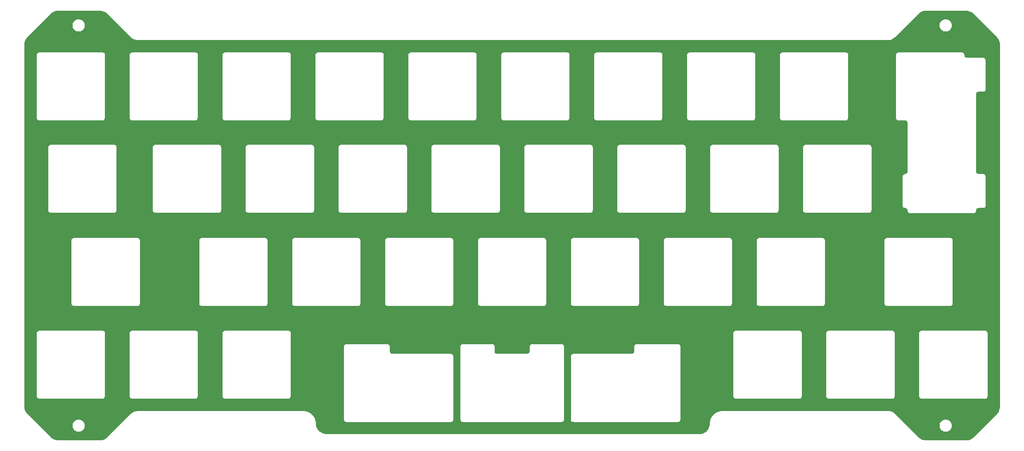
<source format=gbl>
%TF.GenerationSoftware,KiCad,Pcbnew,7.0.6*%
%TF.CreationDate,2023-08-05T15:32:14-04:00*%
%TF.ProjectId,cutiepie-symmetrical-standard-stagger-plate,63757469-6570-4696-952d-73796d6d6574,rev?*%
%TF.SameCoordinates,Original*%
%TF.FileFunction,Copper,L2,Bot*%
%TF.FilePolarity,Positive*%
%FSLAX46Y46*%
G04 Gerber Fmt 4.6, Leading zero omitted, Abs format (unit mm)*
G04 Created by KiCad (PCBNEW 7.0.6) date 2023-08-05 15:32:14*
%MOMM*%
%LPD*%
G01*
G04 APERTURE LIST*
G04 APERTURE END LIST*
%TA.AperFunction,NonConductor*%
G36*
X67460265Y-40670806D02*
G01*
X67466366Y-40671259D01*
X67577044Y-40684989D01*
X67747035Y-40706077D01*
X67764905Y-40709644D01*
X68029615Y-40783082D01*
X68046681Y-40789193D01*
X68297412Y-40900291D01*
X68313428Y-40908842D01*
X68473430Y-41009987D01*
X68546031Y-41055882D01*
X68560724Y-41066766D01*
X68776323Y-41252574D01*
X68779679Y-41255691D01*
X73599898Y-46075910D01*
X73601426Y-46077683D01*
X73606465Y-46082477D01*
X73613110Y-46089123D01*
X73615059Y-46090655D01*
X73676265Y-46148901D01*
X73678342Y-46151065D01*
X73678543Y-46151237D01*
X73681017Y-46152968D01*
X73910958Y-46332154D01*
X73911115Y-46332287D01*
X73911117Y-46332289D01*
X73911118Y-46332289D01*
X73911289Y-46332434D01*
X73912742Y-46333209D01*
X74164649Y-46475701D01*
X74166283Y-46476682D01*
X74168121Y-46477331D01*
X74438973Y-46581855D01*
X74439168Y-46581938D01*
X74439173Y-46581942D01*
X74439178Y-46581943D01*
X74439360Y-46582021D01*
X74440880Y-46582326D01*
X74549191Y-46606737D01*
X74724029Y-46646142D01*
X74725654Y-46646547D01*
X74727400Y-46646634D01*
X75016727Y-46668106D01*
X75019054Y-46668438D01*
X75022669Y-46668571D01*
X75025005Y-46668427D01*
X228900841Y-46668467D01*
X228904299Y-46668838D01*
X228912743Y-46668522D01*
X228915657Y-46668481D01*
X228923700Y-46668557D01*
X228926878Y-46668154D01*
X229010382Y-46666084D01*
X229013619Y-46666155D01*
X229016797Y-46665588D01*
X229304638Y-46629881D01*
X229306325Y-46629710D01*
X229307973Y-46629209D01*
X229586808Y-46551853D01*
X229588663Y-46551395D01*
X229590305Y-46550619D01*
X229854551Y-46433533D01*
X229856226Y-46432842D01*
X229857723Y-46431841D01*
X230102747Y-46276948D01*
X230104393Y-46275971D01*
X230105828Y-46274665D01*
X230325532Y-46085319D01*
X230327753Y-46083649D01*
X230329868Y-46081692D01*
X230331725Y-46079572D01*
X232743351Y-43667946D01*
X239443574Y-43667946D01*
X239462642Y-43885905D01*
X239462644Y-43885921D01*
X239462644Y-43885925D01*
X239519273Y-44097268D01*
X239519275Y-44097272D01*
X239519276Y-44097276D01*
X239554087Y-44171929D01*
X239611748Y-44295584D01*
X239636849Y-44331432D01*
X239737253Y-44474823D01*
X239891974Y-44629544D01*
X240071212Y-44755048D01*
X240269521Y-44847521D01*
X240269526Y-44847522D01*
X240269530Y-44847524D01*
X240294600Y-44854241D01*
X240304626Y-44856927D01*
X240307733Y-44857848D01*
X240311795Y-44859167D01*
X240311799Y-44859169D01*
X240319828Y-44861000D01*
X240480874Y-44904153D01*
X240522058Y-44907756D01*
X240530445Y-44909074D01*
X240567518Y-44917537D01*
X240599686Y-44914547D01*
X240698851Y-44923223D01*
X240744142Y-44919260D01*
X240752312Y-44919088D01*
X240755045Y-44919211D01*
X240755047Y-44919210D01*
X240760600Y-44919461D01*
X240760614Y-44919460D01*
X240790499Y-44920802D01*
X240820330Y-44912595D01*
X240916828Y-44904153D01*
X240964766Y-44891307D01*
X240972494Y-44889756D01*
X240974207Y-44889523D01*
X240977564Y-44889069D01*
X240977566Y-44889068D01*
X240979670Y-44888783D01*
X240979691Y-44888780D01*
X241010460Y-44884612D01*
X241037133Y-44871917D01*
X241093156Y-44856906D01*
X241128171Y-44847524D01*
X241128174Y-44847522D01*
X241128181Y-44847521D01*
X241177033Y-44824740D01*
X241184044Y-44821978D01*
X241191125Y-44819678D01*
X241191128Y-44819676D01*
X241193103Y-44819035D01*
X241193114Y-44819031D01*
X241220504Y-44810131D01*
X241243368Y-44793808D01*
X241326490Y-44755048D01*
X241374179Y-44721655D01*
X241380353Y-44717850D01*
X241388864Y-44713271D01*
X241388866Y-44713268D01*
X241391323Y-44711947D01*
X241393764Y-44710634D01*
X241393770Y-44710630D01*
X241414003Y-44699742D01*
X241432624Y-44680731D01*
X241505728Y-44629544D01*
X241550036Y-44585236D01*
X241555187Y-44580631D01*
X241564425Y-44573265D01*
X241564429Y-44573259D01*
X241568319Y-44570158D01*
X241569717Y-44569586D01*
X241573150Y-44566305D01*
X241584890Y-44556942D01*
X241599031Y-44536240D01*
X241660449Y-44474823D01*
X241698997Y-44419770D01*
X241703057Y-44414587D01*
X241711307Y-44405144D01*
X241713873Y-44403510D01*
X241719505Y-44395759D01*
X241727796Y-44386268D01*
X241737447Y-44364858D01*
X241785953Y-44295585D01*
X241816313Y-44230477D01*
X241819267Y-44224906D01*
X241820497Y-44222845D01*
X241823628Y-44217605D01*
X241826927Y-44214552D01*
X241833056Y-44201827D01*
X241838246Y-44193140D01*
X241843603Y-44171952D01*
X241878426Y-44097276D01*
X241878956Y-44095300D01*
X241880032Y-44091279D01*
X241898259Y-44023256D01*
X241900090Y-44017550D01*
X241901730Y-44013179D01*
X241905253Y-44008493D01*
X241910159Y-43990718D01*
X241912812Y-43983648D01*
X241914263Y-43963529D01*
X241914269Y-43963510D01*
X241935058Y-43885923D01*
X241942167Y-43804654D01*
X241942924Y-43799016D01*
X241946335Y-43780222D01*
X241946335Y-43780220D01*
X241948702Y-43767178D01*
X241946918Y-43754180D01*
X241946989Y-43750993D01*
X241947203Y-43747095D01*
X241954128Y-43667946D01*
X241947207Y-43588846D01*
X241946991Y-43584909D01*
X241946964Y-43583773D01*
X241946921Y-43581830D01*
X241949405Y-43572587D01*
X241946335Y-43555670D01*
X241942923Y-43536867D01*
X241942167Y-43531234D01*
X241935058Y-43449969D01*
X241914262Y-43372357D01*
X241914626Y-43357069D01*
X241910159Y-43345168D01*
X241906195Y-43330807D01*
X241901730Y-43322710D01*
X241900095Y-43318355D01*
X241898256Y-43312623D01*
X241878426Y-43238616D01*
X241843603Y-43163940D01*
X241841114Y-43147551D01*
X241833055Y-43134063D01*
X241828119Y-43123815D01*
X241823634Y-43118294D01*
X241819269Y-43110989D01*
X241816306Y-43105401D01*
X241785953Y-43040308D01*
X241737448Y-42971035D01*
X241731754Y-42954151D01*
X241719506Y-42940132D01*
X241714983Y-42933907D01*
X241711304Y-42930743D01*
X241703074Y-42921323D01*
X241698975Y-42916089D01*
X241660450Y-42861070D01*
X241660428Y-42861048D01*
X241599031Y-42799651D01*
X241589912Y-42782951D01*
X241573150Y-42769584D01*
X241570408Y-42766963D01*
X241568319Y-42765732D01*
X241555204Y-42755273D01*
X241550017Y-42750637D01*
X241505729Y-42706349D01*
X241505720Y-42706342D01*
X241432623Y-42655158D01*
X241420013Y-42639382D01*
X241380356Y-42618042D01*
X241374169Y-42614229D01*
X241326494Y-42580846D01*
X241326453Y-42580827D01*
X241243369Y-42542084D01*
X241227359Y-42527986D01*
X241184067Y-42513920D01*
X241177018Y-42511143D01*
X241128183Y-42488372D01*
X241128181Y-42488371D01*
X241112544Y-42484181D01*
X241037124Y-42463971D01*
X241017970Y-42452295D01*
X240972491Y-42446134D01*
X240964760Y-42444582D01*
X240916836Y-42431740D01*
X240916822Y-42431738D01*
X240820323Y-42423296D01*
X240798426Y-42414730D01*
X240752314Y-42416802D01*
X240744122Y-42416628D01*
X240698857Y-42412669D01*
X240698848Y-42412669D01*
X240599671Y-42421345D01*
X240575600Y-42416507D01*
X240530444Y-42426816D01*
X240522042Y-42428136D01*
X240480871Y-42431739D01*
X240382030Y-42458223D01*
X240356474Y-42457614D01*
X240317881Y-42474115D01*
X240301232Y-42479873D01*
X240269518Y-42488371D01*
X240071212Y-42580844D01*
X240071208Y-42580846D01*
X239891972Y-42706348D01*
X239737253Y-42861067D01*
X239611751Y-43040303D01*
X239611749Y-43040307D01*
X239519277Y-43238614D01*
X239519273Y-43238623D01*
X239462644Y-43449966D01*
X239462644Y-43449970D01*
X239443576Y-43667927D01*
X239443574Y-43667946D01*
X232743351Y-43667946D01*
X235157232Y-41254065D01*
X235226857Y-41187807D01*
X235231469Y-41183831D01*
X235454561Y-41009981D01*
X235469716Y-40999870D01*
X235708827Y-40864616D01*
X235725213Y-40856871D01*
X235981082Y-40758130D01*
X235998433Y-40752858D01*
X236266889Y-40692354D01*
X236284961Y-40689662D01*
X236568815Y-40668597D01*
X236573404Y-40668428D01*
X244989547Y-40668428D01*
X245085605Y-40670807D01*
X245091706Y-40671260D01*
X245189294Y-40683366D01*
X245372378Y-40706078D01*
X245390243Y-40709645D01*
X245654956Y-40783082D01*
X245672021Y-40789193D01*
X245922752Y-40900291D01*
X245938768Y-40908842D01*
X246098770Y-41009987D01*
X246171371Y-41055882D01*
X246186064Y-41066766D01*
X246401663Y-41252574D01*
X246405019Y-41255691D01*
X251231853Y-46082524D01*
X251298114Y-46152152D01*
X251302093Y-46156769D01*
X251438934Y-46332368D01*
X251475933Y-46379846D01*
X251486055Y-46395015D01*
X251621306Y-46634122D01*
X251629060Y-46650528D01*
X251636004Y-46668522D01*
X251695207Y-46821932D01*
X251727788Y-46906355D01*
X251733070Y-46923736D01*
X251793572Y-47192176D01*
X251796266Y-47210262D01*
X251817332Y-47494109D01*
X251817502Y-47498700D01*
X251817106Y-122041236D01*
X251814723Y-122137295D01*
X251814270Y-122143395D01*
X251779450Y-122424057D01*
X251775880Y-122441940D01*
X251702445Y-122706633D01*
X251696327Y-122723718D01*
X251585230Y-122974440D01*
X251576674Y-122990464D01*
X251429636Y-123223058D01*
X251418752Y-123237751D01*
X251232944Y-123453346D01*
X251229818Y-123456712D01*
X246402918Y-128283511D01*
X246333326Y-128349734D01*
X246328692Y-128353728D01*
X246105607Y-128527567D01*
X246090439Y-128537687D01*
X245851350Y-128672926D01*
X245834942Y-128680681D01*
X245579094Y-128779411D01*
X245561714Y-128784692D01*
X245293282Y-128845188D01*
X245275195Y-128847882D01*
X244991351Y-128868943D01*
X244986761Y-128869113D01*
X236570708Y-128869027D01*
X236570620Y-128869027D01*
X236567234Y-128868943D01*
X236474557Y-128866643D01*
X236468458Y-128866190D01*
X236187796Y-128831371D01*
X236169913Y-128827801D01*
X235905220Y-128754365D01*
X235888135Y-128748247D01*
X235637413Y-128637150D01*
X235621389Y-128628594D01*
X235388794Y-128481557D01*
X235374101Y-128470673D01*
X235371938Y-128468809D01*
X235158498Y-128284856D01*
X235155142Y-128281740D01*
X232743006Y-125869552D01*
X239443574Y-125869552D01*
X239459272Y-126048991D01*
X239462644Y-126087527D01*
X239462644Y-126087531D01*
X239519273Y-126298874D01*
X239519275Y-126298878D01*
X239519276Y-126298882D01*
X239545999Y-126356190D01*
X239611748Y-126497190D01*
X239636476Y-126532505D01*
X239737253Y-126676429D01*
X239891974Y-126831150D01*
X240071212Y-126956654D01*
X240269521Y-127049127D01*
X240269526Y-127049128D01*
X240269530Y-127049130D01*
X240294600Y-127055847D01*
X240304626Y-127058533D01*
X240307733Y-127059454D01*
X240311795Y-127060773D01*
X240311799Y-127060775D01*
X240319828Y-127062606D01*
X240480874Y-127105759D01*
X240522058Y-127109362D01*
X240530445Y-127110680D01*
X240567518Y-127119143D01*
X240599686Y-127116153D01*
X240698851Y-127124829D01*
X240744142Y-127120866D01*
X240752312Y-127120694D01*
X240755045Y-127120817D01*
X240755047Y-127120816D01*
X240760600Y-127121067D01*
X240760614Y-127121066D01*
X240790499Y-127122408D01*
X240820330Y-127114201D01*
X240916828Y-127105759D01*
X240964766Y-127092913D01*
X240972494Y-127091362D01*
X240974207Y-127091129D01*
X240977564Y-127090675D01*
X240977566Y-127090674D01*
X240979670Y-127090389D01*
X240979691Y-127090386D01*
X241010460Y-127086218D01*
X241037133Y-127073523D01*
X241099963Y-127056688D01*
X241128171Y-127049130D01*
X241128174Y-127049128D01*
X241128181Y-127049127D01*
X241177033Y-127026346D01*
X241184044Y-127023584D01*
X241191125Y-127021284D01*
X241191128Y-127021282D01*
X241193103Y-127020641D01*
X241193114Y-127020637D01*
X241220504Y-127011737D01*
X241243368Y-126995414D01*
X241326490Y-126956654D01*
X241374180Y-126923260D01*
X241380346Y-126919461D01*
X241381637Y-126918765D01*
X241388864Y-126914877D01*
X241388869Y-126914872D01*
X241393764Y-126912240D01*
X241393770Y-126912236D01*
X241414003Y-126901348D01*
X241432624Y-126882337D01*
X241505728Y-126831150D01*
X241550033Y-126786844D01*
X241555187Y-126782237D01*
X241564425Y-126774871D01*
X241564429Y-126774865D01*
X241568319Y-126771764D01*
X241569717Y-126771192D01*
X241573150Y-126767911D01*
X241584890Y-126758548D01*
X241599031Y-126737846D01*
X241660449Y-126676429D01*
X241698997Y-126621376D01*
X241703057Y-126616193D01*
X241711307Y-126606750D01*
X241713873Y-126605116D01*
X241719505Y-126597365D01*
X241727796Y-126587874D01*
X241737447Y-126566464D01*
X241785953Y-126497191D01*
X241816313Y-126432083D01*
X241819267Y-126426512D01*
X241820497Y-126424451D01*
X241823628Y-126419211D01*
X241826927Y-126416158D01*
X241833056Y-126403433D01*
X241838246Y-126394746D01*
X241843603Y-126373558D01*
X241878426Y-126298882D01*
X241878956Y-126296906D01*
X241880032Y-126292885D01*
X241898259Y-126224862D01*
X241900090Y-126219156D01*
X241901730Y-126214785D01*
X241905253Y-126210099D01*
X241910159Y-126192324D01*
X241912812Y-126185254D01*
X241914263Y-126165135D01*
X241935056Y-126087535D01*
X241935057Y-126087531D01*
X241935058Y-126087529D01*
X241942167Y-126006260D01*
X241942924Y-126000622D01*
X241946335Y-125981828D01*
X241946335Y-125981826D01*
X241948702Y-125968784D01*
X241946918Y-125955786D01*
X241946989Y-125952599D01*
X241947203Y-125948701D01*
X241954128Y-125869552D01*
X241947207Y-125790452D01*
X241946991Y-125786515D01*
X241946964Y-125785379D01*
X241946921Y-125783436D01*
X241949405Y-125774193D01*
X241946335Y-125757276D01*
X241942925Y-125738487D01*
X241942167Y-125732840D01*
X241935058Y-125651575D01*
X241914262Y-125573963D01*
X241914626Y-125558675D01*
X241910159Y-125546774D01*
X241906195Y-125532413D01*
X241901730Y-125524316D01*
X241900095Y-125519961D01*
X241898256Y-125514229D01*
X241878426Y-125440222D01*
X241843603Y-125365546D01*
X241841114Y-125349157D01*
X241833055Y-125335669D01*
X241828119Y-125325421D01*
X241823634Y-125319900D01*
X241819269Y-125312595D01*
X241816306Y-125307007D01*
X241785953Y-125241914D01*
X241737448Y-125172641D01*
X241731754Y-125155757D01*
X241719506Y-125141738D01*
X241714983Y-125135513D01*
X241711304Y-125132349D01*
X241703074Y-125122929D01*
X241698975Y-125117695D01*
X241660450Y-125062676D01*
X241630416Y-125032642D01*
X241599031Y-125001257D01*
X241589912Y-124984557D01*
X241573150Y-124971190D01*
X241570408Y-124968569D01*
X241568319Y-124967338D01*
X241555204Y-124956879D01*
X241550017Y-124952243D01*
X241505729Y-124907955D01*
X241505720Y-124907948D01*
X241432623Y-124856764D01*
X241420013Y-124840988D01*
X241380356Y-124819648D01*
X241374169Y-124815835D01*
X241326494Y-124782452D01*
X241322537Y-124780607D01*
X241243369Y-124743690D01*
X241227359Y-124729592D01*
X241184067Y-124715526D01*
X241177018Y-124712749D01*
X241128183Y-124689978D01*
X241128181Y-124689977D01*
X241112544Y-124685787D01*
X241037124Y-124665577D01*
X241017970Y-124653901D01*
X240972491Y-124647740D01*
X240964760Y-124646188D01*
X240916836Y-124633346D01*
X240916822Y-124633344D01*
X240820323Y-124624902D01*
X240798426Y-124616336D01*
X240752314Y-124618408D01*
X240744122Y-124618234D01*
X240698857Y-124614275D01*
X240698848Y-124614275D01*
X240599671Y-124622951D01*
X240575600Y-124618113D01*
X240530444Y-124628422D01*
X240522042Y-124629742D01*
X240480871Y-124633345D01*
X240382030Y-124659829D01*
X240356474Y-124659220D01*
X240317881Y-124675721D01*
X240301232Y-124681479D01*
X240269518Y-124689977D01*
X240071212Y-124782450D01*
X240071208Y-124782452D01*
X239891972Y-124907954D01*
X239737253Y-125062673D01*
X239611751Y-125241909D01*
X239611749Y-125241913D01*
X239519277Y-125440220D01*
X239519273Y-125440229D01*
X239462644Y-125651572D01*
X239462644Y-125651576D01*
X239450839Y-125786515D01*
X239443574Y-125869552D01*
X232743006Y-125869552D01*
X230336710Y-123463205D01*
X230335144Y-123461251D01*
X230326998Y-123453493D01*
X230321600Y-123448095D01*
X230319746Y-123446592D01*
X230257375Y-123387236D01*
X230255230Y-123384987D01*
X230252698Y-123383196D01*
X230023591Y-123204656D01*
X230022402Y-123203685D01*
X230022046Y-123203504D01*
X229768674Y-123060181D01*
X229767193Y-123059296D01*
X229765533Y-123058702D01*
X229495906Y-122954649D01*
X229494384Y-122954016D01*
X229493956Y-122953938D01*
X229209465Y-122889820D01*
X229207948Y-122889440D01*
X229207524Y-122889426D01*
X228936325Y-122869300D01*
X228916487Y-122867827D01*
X228914480Y-122867549D01*
X228913962Y-122867543D01*
X228911073Y-122867435D01*
X228909253Y-122867524D01*
X194872728Y-122867475D01*
X194868966Y-122867193D01*
X194864895Y-122867397D01*
X194861795Y-122867475D01*
X194861209Y-122867475D01*
X194859450Y-122867670D01*
X194856340Y-122867828D01*
X194610793Y-122880225D01*
X194607925Y-122880233D01*
X194607809Y-122880244D01*
X194605027Y-122880787D01*
X194361501Y-122917953D01*
X194359357Y-122918212D01*
X194357282Y-122918875D01*
X194003822Y-123019134D01*
X194003438Y-123019225D01*
X194001991Y-123019922D01*
X193672965Y-123168585D01*
X193671432Y-123169235D01*
X193670030Y-123170181D01*
X193368710Y-123363298D01*
X193367355Y-123364120D01*
X193367037Y-123364418D01*
X193096687Y-123598580D01*
X193095227Y-123599775D01*
X193094081Y-123601166D01*
X192860806Y-123870488D01*
X192859538Y-123871877D01*
X192858538Y-123873539D01*
X192665608Y-124174571D01*
X192664616Y-124176036D01*
X192663963Y-124177575D01*
X192515319Y-124506555D01*
X192514594Y-124508057D01*
X192514501Y-124508449D01*
X192414156Y-124862209D01*
X192413572Y-124864071D01*
X192413328Y-124866075D01*
X192376154Y-125109653D01*
X192375611Y-125112435D01*
X192375600Y-125112551D01*
X192375592Y-125115420D01*
X192363037Y-125364076D01*
X192362841Y-125365835D01*
X192362841Y-125366427D01*
X192362762Y-125369555D01*
X192351360Y-125595278D01*
X192350476Y-125603037D01*
X192293272Y-125923964D01*
X192288665Y-125941917D01*
X192188060Y-126239503D01*
X192180968Y-126256296D01*
X192039565Y-126532505D01*
X192030249Y-126547850D01*
X191851645Y-126799063D01*
X191840332Y-126812777D01*
X191628139Y-127035342D01*
X191615001Y-127047280D01*
X191372926Y-127237483D01*
X191358108Y-127247487D01*
X191089822Y-127401689D01*
X191073486Y-127409550D01*
X190782630Y-127524149D01*
X190765021Y-127529614D01*
X190455116Y-127601035D01*
X190436625Y-127603849D01*
X190103933Y-127629021D01*
X190099253Y-127629198D01*
X113808680Y-127629198D01*
X113805557Y-127629119D01*
X113743647Y-127625992D01*
X113579833Y-127617719D01*
X113572073Y-127616835D01*
X113251145Y-127559635D01*
X113233191Y-127555028D01*
X112935601Y-127454424D01*
X112918808Y-127447332D01*
X112642603Y-127305935D01*
X112627257Y-127296620D01*
X112376022Y-127118002D01*
X112362316Y-127106694D01*
X112139755Y-126894509D01*
X112127820Y-126881375D01*
X111937606Y-126639289D01*
X111927602Y-126624470D01*
X111921785Y-126614350D01*
X111773400Y-126356187D01*
X111765541Y-126339854D01*
X111749394Y-126298874D01*
X111650938Y-126048991D01*
X111645473Y-126031382D01*
X111633628Y-125979985D01*
X111574050Y-125721469D01*
X111571237Y-125702983D01*
X111567347Y-125651572D01*
X111545887Y-125367913D01*
X111533154Y-125115777D01*
X111533165Y-125112527D01*
X111532525Y-125109337D01*
X111511442Y-124971190D01*
X111495446Y-124866377D01*
X111495169Y-124864005D01*
X111494433Y-124861724D01*
X111394647Y-124509931D01*
X111394204Y-124508211D01*
X111393447Y-124506637D01*
X111244861Y-124177785D01*
X111244150Y-124176095D01*
X111243149Y-124174613D01*
X111050117Y-123873423D01*
X111049253Y-123871997D01*
X111048951Y-123871677D01*
X110814793Y-123601332D01*
X110813587Y-123599858D01*
X110812173Y-123598693D01*
X110565518Y-123385054D01*
X110543030Y-123365576D01*
X110541542Y-123364208D01*
X110539834Y-123363179D01*
X110384197Y-123263431D01*
X110238944Y-123170338D01*
X110237324Y-123169235D01*
X110235587Y-123168505D01*
X109906891Y-123019990D01*
X109905332Y-123019234D01*
X109904894Y-123019129D01*
X109551347Y-122918845D01*
X109549392Y-122918224D01*
X109547372Y-122917975D01*
X109303945Y-122880823D01*
X109301074Y-122880252D01*
X109301050Y-122880249D01*
X109298100Y-122880234D01*
X109273027Y-122878967D01*
X109049661Y-122867688D01*
X109047838Y-122867474D01*
X109046956Y-122867474D01*
X109043821Y-122867395D01*
X109039810Y-122867191D01*
X109036032Y-122867474D01*
X75006447Y-122867474D01*
X75003291Y-122867219D01*
X74996416Y-122867471D01*
X74996334Y-122867474D01*
X74994219Y-122867474D01*
X74992826Y-122867601D01*
X74940018Y-122869531D01*
X74901684Y-122870933D01*
X74898962Y-122870909D01*
X74898710Y-122870930D01*
X74896048Y-122871400D01*
X74612665Y-122909500D01*
X74610770Y-122909702D01*
X74608987Y-122910264D01*
X74333518Y-122989046D01*
X74333163Y-122989130D01*
X74331743Y-122989810D01*
X74072363Y-123106513D01*
X74070532Y-123107275D01*
X74068915Y-123108371D01*
X73826956Y-123262492D01*
X73826736Y-123262619D01*
X73826542Y-123262802D01*
X73608975Y-123450745D01*
X73607416Y-123451938D01*
X73607318Y-123452035D01*
X73604952Y-123454231D01*
X73603651Y-123455679D01*
X69756619Y-127302631D01*
X68777578Y-128281652D01*
X68707985Y-128347876D01*
X68703351Y-128351870D01*
X68480270Y-128525707D01*
X68465105Y-128535825D01*
X68291024Y-128634292D01*
X68226012Y-128671065D01*
X68209605Y-128678819D01*
X67953754Y-128777551D01*
X67936374Y-128782832D01*
X67667942Y-128843328D01*
X67649855Y-128846022D01*
X67366011Y-128867083D01*
X67361421Y-128867253D01*
X58620668Y-128867164D01*
X58620577Y-128867164D01*
X58617312Y-128867083D01*
X58524514Y-128864780D01*
X58518415Y-128864327D01*
X58237753Y-128829508D01*
X58219870Y-128825938D01*
X57955177Y-128752502D01*
X57938092Y-128746384D01*
X57687370Y-128635287D01*
X57671346Y-128626731D01*
X57438752Y-128479693D01*
X57424059Y-128468809D01*
X57290530Y-128353728D01*
X57208463Y-128282998D01*
X57205107Y-128279882D01*
X54792986Y-125867711D01*
X61655885Y-125867711D01*
X61664566Y-125966941D01*
X61671026Y-126040781D01*
X61674955Y-126085684D01*
X61674955Y-126085688D01*
X61731584Y-126297031D01*
X61731586Y-126297035D01*
X61731587Y-126297039D01*
X61755697Y-126348742D01*
X61824059Y-126495347D01*
X61825350Y-126497191D01*
X61949564Y-126674586D01*
X62104285Y-126829307D01*
X62283523Y-126954811D01*
X62481832Y-127047284D01*
X62481837Y-127047285D01*
X62481841Y-127047287D01*
X62506911Y-127054004D01*
X62516937Y-127056690D01*
X62520044Y-127057611D01*
X62524106Y-127058930D01*
X62524110Y-127058932D01*
X62532139Y-127060763D01*
X62693185Y-127103916D01*
X62734369Y-127107519D01*
X62742756Y-127108837D01*
X62779829Y-127117300D01*
X62811997Y-127114310D01*
X62911162Y-127122986D01*
X62956453Y-127119023D01*
X62964623Y-127118851D01*
X62967356Y-127118974D01*
X62967358Y-127118973D01*
X62972911Y-127119224D01*
X62972925Y-127119223D01*
X63002810Y-127120565D01*
X63032641Y-127112358D01*
X63129139Y-127103916D01*
X63177077Y-127091070D01*
X63184805Y-127089519D01*
X63186518Y-127089286D01*
X63189875Y-127088832D01*
X63189877Y-127088831D01*
X63191981Y-127088546D01*
X63192002Y-127088543D01*
X63222771Y-127084375D01*
X63249444Y-127071680D01*
X63305396Y-127056688D01*
X63340482Y-127047287D01*
X63340485Y-127047285D01*
X63340492Y-127047284D01*
X63389344Y-127024503D01*
X63396355Y-127021741D01*
X63403436Y-127019441D01*
X63403439Y-127019439D01*
X63405414Y-127018798D01*
X63405425Y-127018794D01*
X63432815Y-127009894D01*
X63455679Y-126993571D01*
X63538801Y-126954811D01*
X63586491Y-126921417D01*
X63592657Y-126917618D01*
X63593948Y-126916922D01*
X63601175Y-126913034D01*
X63601180Y-126913029D01*
X63606075Y-126910397D01*
X63606081Y-126910393D01*
X63626314Y-126899505D01*
X63644935Y-126880494D01*
X63718039Y-126829307D01*
X63762344Y-126785001D01*
X63767498Y-126780394D01*
X63776736Y-126773028D01*
X63776740Y-126773022D01*
X63780630Y-126769921D01*
X63782028Y-126769349D01*
X63785461Y-126766068D01*
X63797201Y-126756705D01*
X63811342Y-126736003D01*
X63872760Y-126674586D01*
X63911308Y-126619533D01*
X63915368Y-126614350D01*
X63923618Y-126604907D01*
X63926184Y-126603273D01*
X63931816Y-126595522D01*
X63940107Y-126586031D01*
X63949758Y-126564621D01*
X63998264Y-126495348D01*
X64028624Y-126430240D01*
X64031578Y-126424669D01*
X64032808Y-126422608D01*
X64035939Y-126417368D01*
X64039238Y-126414315D01*
X64045367Y-126401590D01*
X64050557Y-126392903D01*
X64055914Y-126371715D01*
X64090737Y-126297039D01*
X64091267Y-126295063D01*
X64092343Y-126291042D01*
X64110570Y-126223019D01*
X64112401Y-126217313D01*
X64114041Y-126212942D01*
X64117564Y-126208256D01*
X64122470Y-126190481D01*
X64125123Y-126183411D01*
X64126574Y-126163292D01*
X64146874Y-126087535D01*
X64147369Y-126085686D01*
X64154478Y-126004417D01*
X64155235Y-125998779D01*
X64158646Y-125979985D01*
X64158646Y-125979983D01*
X64161013Y-125966941D01*
X64159229Y-125953943D01*
X64159300Y-125950756D01*
X64159514Y-125946858D01*
X64166439Y-125867709D01*
X64159518Y-125788609D01*
X64159302Y-125784672D01*
X64159274Y-125783441D01*
X64159232Y-125781593D01*
X64161716Y-125772350D01*
X64158646Y-125755433D01*
X64155236Y-125736644D01*
X64154478Y-125730997D01*
X64147369Y-125649732D01*
X64126573Y-125572120D01*
X64126937Y-125556832D01*
X64122470Y-125544931D01*
X64118506Y-125530570D01*
X64114041Y-125522473D01*
X64112406Y-125518118D01*
X64110567Y-125512386D01*
X64090737Y-125438379D01*
X64055914Y-125363703D01*
X64053425Y-125347314D01*
X64045366Y-125333826D01*
X64040430Y-125323578D01*
X64035945Y-125318057D01*
X64031580Y-125310752D01*
X64028617Y-125305164D01*
X63999125Y-125241918D01*
X63998266Y-125240075D01*
X63998263Y-125240070D01*
X63949759Y-125170798D01*
X63944065Y-125153914D01*
X63931817Y-125139895D01*
X63927294Y-125133670D01*
X63923615Y-125130506D01*
X63915385Y-125121086D01*
X63911286Y-125115852D01*
X63872761Y-125060833D01*
X63842409Y-125030481D01*
X63811342Y-124999414D01*
X63802223Y-124982714D01*
X63785461Y-124969347D01*
X63782719Y-124966726D01*
X63780630Y-124965495D01*
X63767515Y-124955036D01*
X63762328Y-124950400D01*
X63718040Y-124906112D01*
X63718031Y-124906105D01*
X63644934Y-124854921D01*
X63632324Y-124839145D01*
X63592667Y-124817805D01*
X63586480Y-124813992D01*
X63538805Y-124780609D01*
X63455680Y-124741847D01*
X63439670Y-124727749D01*
X63396378Y-124713683D01*
X63389329Y-124710906D01*
X63340494Y-124688135D01*
X63340492Y-124688134D01*
X63324855Y-124683944D01*
X63249435Y-124663734D01*
X63230281Y-124652058D01*
X63184802Y-124645897D01*
X63177071Y-124644345D01*
X63129147Y-124631503D01*
X63129133Y-124631501D01*
X63032634Y-124623059D01*
X63010737Y-124614493D01*
X62964625Y-124616565D01*
X62956433Y-124616391D01*
X62911168Y-124612432D01*
X62911159Y-124612432D01*
X62811982Y-124621108D01*
X62787911Y-124616270D01*
X62742755Y-124626579D01*
X62734353Y-124627899D01*
X62693182Y-124631502D01*
X62594341Y-124657986D01*
X62568785Y-124657377D01*
X62530192Y-124673878D01*
X62513543Y-124679636D01*
X62481829Y-124688134D01*
X62283523Y-124780607D01*
X62283519Y-124780609D01*
X62104283Y-124906111D01*
X61949564Y-125060830D01*
X61824062Y-125240066D01*
X61824060Y-125240070D01*
X61731588Y-125438377D01*
X61731584Y-125438386D01*
X61674955Y-125649729D01*
X61674955Y-125649733D01*
X61655885Y-125867706D01*
X61655885Y-125867711D01*
X54792986Y-125867711D01*
X52378328Y-123453002D01*
X52312103Y-123383410D01*
X52308110Y-123378776D01*
X52134266Y-123155687D01*
X52124164Y-123140545D01*
X51988913Y-122901433D01*
X51981164Y-122885035D01*
X51882432Y-122629184D01*
X51877151Y-122611804D01*
X51836942Y-122433389D01*
X51816654Y-122343366D01*
X51813962Y-122325292D01*
X51792900Y-122041439D01*
X51792731Y-122036853D01*
X51792752Y-120072914D01*
X51792754Y-119837808D01*
X54316840Y-119837808D01*
X54317028Y-119841211D01*
X54317073Y-119842866D01*
X54317457Y-119844580D01*
X54317506Y-119844840D01*
X54318129Y-119846765D01*
X54373322Y-120064733D01*
X54374258Y-120072914D01*
X54376054Y-120077517D01*
X54376681Y-120079484D01*
X54377576Y-120081413D01*
X54377606Y-120081486D01*
X54378325Y-120082541D01*
X54378353Y-120082585D01*
X54379649Y-120084133D01*
X54383154Y-120088828D01*
X54389543Y-120093917D01*
X54547592Y-120259764D01*
X54553133Y-120267171D01*
X54553742Y-120267723D01*
X54556859Y-120269905D01*
X54558059Y-120270793D01*
X54559361Y-120271403D01*
X54563801Y-120273622D01*
X54563820Y-120273628D01*
X54573416Y-120275053D01*
X54813663Y-120342129D01*
X54815823Y-120342883D01*
X54817614Y-120343310D01*
X54818862Y-120343358D01*
X54821287Y-120343216D01*
X67808634Y-120343216D01*
X67812416Y-120343488D01*
X67816267Y-120343295D01*
X67817673Y-120343259D01*
X67819040Y-120342953D01*
X67822810Y-120342203D01*
X67826456Y-120340994D01*
X68039013Y-120287171D01*
X68047526Y-120286242D01*
X68047655Y-120286191D01*
X68051775Y-120284897D01*
X68054071Y-120283815D01*
X68056348Y-120282847D01*
X68057446Y-120282086D01*
X68059438Y-120280408D01*
X68063625Y-120277311D01*
X68068810Y-120270802D01*
X68234231Y-120113158D01*
X68242112Y-120107323D01*
X68244533Y-120103869D01*
X68245733Y-120102274D01*
X68246569Y-120100476D01*
X68248415Y-120096833D01*
X68249866Y-120087251D01*
X68251509Y-120081365D01*
X68316973Y-119846890D01*
X68317732Y-119844741D01*
X68318227Y-119842727D01*
X68318271Y-119841620D01*
X68318121Y-119839045D01*
X68318121Y-119837808D01*
X73366840Y-119837808D01*
X73367028Y-119841211D01*
X73367073Y-119842866D01*
X73367457Y-119844580D01*
X73367506Y-119844840D01*
X73368129Y-119846765D01*
X73423322Y-120064733D01*
X73424258Y-120072914D01*
X73426054Y-120077517D01*
X73426681Y-120079484D01*
X73427576Y-120081413D01*
X73427606Y-120081486D01*
X73428325Y-120082541D01*
X73428353Y-120082585D01*
X73429649Y-120084133D01*
X73433154Y-120088828D01*
X73439543Y-120093917D01*
X73597592Y-120259764D01*
X73603133Y-120267171D01*
X73603742Y-120267723D01*
X73606859Y-120269905D01*
X73608059Y-120270793D01*
X73609361Y-120271403D01*
X73613801Y-120273622D01*
X73613820Y-120273628D01*
X73623416Y-120275053D01*
X73863663Y-120342129D01*
X73865823Y-120342883D01*
X73867614Y-120343310D01*
X73868862Y-120343358D01*
X73871287Y-120343216D01*
X86858634Y-120343216D01*
X86862416Y-120343488D01*
X86866267Y-120343295D01*
X86867673Y-120343259D01*
X86869040Y-120342953D01*
X86872810Y-120342203D01*
X86876456Y-120340994D01*
X87089013Y-120287171D01*
X87097526Y-120286242D01*
X87097655Y-120286191D01*
X87101775Y-120284897D01*
X87104071Y-120283815D01*
X87106348Y-120282847D01*
X87107446Y-120282086D01*
X87109438Y-120280408D01*
X87113625Y-120277311D01*
X87118810Y-120270802D01*
X87284231Y-120113158D01*
X87292112Y-120107323D01*
X87294533Y-120103869D01*
X87295733Y-120102274D01*
X87296569Y-120100476D01*
X87298415Y-120096833D01*
X87299866Y-120087251D01*
X87301509Y-120081365D01*
X87366973Y-119846890D01*
X87367732Y-119844741D01*
X87368227Y-119842727D01*
X87368271Y-119841620D01*
X87368121Y-119839045D01*
X87368121Y-119837808D01*
X92416840Y-119837808D01*
X92417028Y-119841211D01*
X92417073Y-119842866D01*
X92417457Y-119844580D01*
X92417506Y-119844840D01*
X92418129Y-119846765D01*
X92473322Y-120064733D01*
X92474258Y-120072914D01*
X92476054Y-120077517D01*
X92476681Y-120079484D01*
X92477576Y-120081413D01*
X92477606Y-120081486D01*
X92478325Y-120082541D01*
X92478353Y-120082585D01*
X92479649Y-120084133D01*
X92483154Y-120088828D01*
X92489543Y-120093917D01*
X92647592Y-120259764D01*
X92653133Y-120267171D01*
X92653742Y-120267723D01*
X92656859Y-120269905D01*
X92658059Y-120270793D01*
X92659361Y-120271403D01*
X92663801Y-120273622D01*
X92663820Y-120273628D01*
X92673416Y-120275053D01*
X92913663Y-120342129D01*
X92915823Y-120342883D01*
X92917614Y-120343310D01*
X92918862Y-120343358D01*
X92921287Y-120343216D01*
X105908634Y-120343216D01*
X105912416Y-120343488D01*
X105916267Y-120343295D01*
X105917673Y-120343259D01*
X105919040Y-120342953D01*
X105922810Y-120342203D01*
X105926456Y-120340994D01*
X106139013Y-120287171D01*
X106147526Y-120286242D01*
X106147655Y-120286191D01*
X106151775Y-120284897D01*
X106154071Y-120283815D01*
X106156348Y-120282847D01*
X106157446Y-120282086D01*
X106159438Y-120280408D01*
X106163625Y-120277311D01*
X106168810Y-120270802D01*
X106334231Y-120113158D01*
X106342112Y-120107323D01*
X106344533Y-120103869D01*
X106345733Y-120102274D01*
X106346569Y-120100476D01*
X106348415Y-120096833D01*
X106349866Y-120087251D01*
X106351509Y-120081365D01*
X106416973Y-119846890D01*
X106417732Y-119844741D01*
X106418227Y-119842727D01*
X106418271Y-119841620D01*
X106418121Y-119839045D01*
X106418121Y-109606803D01*
X117316477Y-109606803D01*
X117316620Y-109609198D01*
X117316620Y-124601512D01*
X117316490Y-124603564D01*
X117316499Y-124603703D01*
X117316556Y-124605547D01*
X117316958Y-124607341D01*
X117317007Y-124607601D01*
X117317629Y-124609523D01*
X117362217Y-124785610D01*
X117372822Y-124827491D01*
X117373758Y-124835672D01*
X117375554Y-124840275D01*
X117376181Y-124842242D01*
X117377076Y-124844171D01*
X117377106Y-124844244D01*
X117377825Y-124845299D01*
X117377853Y-124845343D01*
X117379149Y-124846891D01*
X117382654Y-124851586D01*
X117389043Y-124856675D01*
X117547092Y-125022522D01*
X117552633Y-125029929D01*
X117553242Y-125030481D01*
X117556359Y-125032663D01*
X117557559Y-125033551D01*
X117558861Y-125034161D01*
X117563301Y-125036380D01*
X117563320Y-125036386D01*
X117572916Y-125037811D01*
X117813163Y-125104887D01*
X117815323Y-125105641D01*
X117817114Y-125106068D01*
X117818362Y-125106116D01*
X117820787Y-125105974D01*
X139246134Y-125105974D01*
X139249916Y-125106246D01*
X139253767Y-125106053D01*
X139255173Y-125106017D01*
X139256540Y-125105711D01*
X139260310Y-125104961D01*
X139263956Y-125103752D01*
X139476513Y-125049929D01*
X139485026Y-125049000D01*
X139485155Y-125048949D01*
X139489275Y-125047655D01*
X139491571Y-125046573D01*
X139493848Y-125045605D01*
X139494946Y-125044844D01*
X139496938Y-125043166D01*
X139501125Y-125040069D01*
X139506310Y-125033560D01*
X139671731Y-124875916D01*
X139679612Y-124870081D01*
X139682033Y-124866627D01*
X139683233Y-124865032D01*
X139684069Y-124863234D01*
X139685915Y-124859591D01*
X139687366Y-124850009D01*
X139689009Y-124844123D01*
X139754473Y-124609648D01*
X139755232Y-124607499D01*
X139755727Y-124605485D01*
X139755771Y-124604378D01*
X139755621Y-124601803D01*
X139755621Y-124600566D01*
X141192340Y-124600566D01*
X141192528Y-124603969D01*
X141192573Y-124605624D01*
X141192957Y-124607338D01*
X141193006Y-124607598D01*
X141193629Y-124609523D01*
X141238217Y-124785610D01*
X141248822Y-124827491D01*
X141249758Y-124835672D01*
X141251554Y-124840275D01*
X141252181Y-124842242D01*
X141253076Y-124844171D01*
X141253106Y-124844244D01*
X141253825Y-124845299D01*
X141253853Y-124845343D01*
X141255149Y-124846891D01*
X141258654Y-124851586D01*
X141265043Y-124856675D01*
X141423092Y-125022522D01*
X141428633Y-125029929D01*
X141429242Y-125030481D01*
X141432359Y-125032663D01*
X141433559Y-125033551D01*
X141434861Y-125034161D01*
X141439301Y-125036380D01*
X141439320Y-125036386D01*
X141448916Y-125037811D01*
X141689163Y-125104887D01*
X141691323Y-125105641D01*
X141693114Y-125106068D01*
X141694362Y-125106116D01*
X141696787Y-125105974D01*
X161908134Y-125105974D01*
X161911916Y-125106246D01*
X161915767Y-125106053D01*
X161917173Y-125106017D01*
X161918540Y-125105711D01*
X161922310Y-125104961D01*
X161925956Y-125103752D01*
X162138513Y-125049929D01*
X162147026Y-125049000D01*
X162147155Y-125048949D01*
X162151275Y-125047655D01*
X162153571Y-125046573D01*
X162155848Y-125045605D01*
X162156946Y-125044844D01*
X162158938Y-125043166D01*
X162163125Y-125040069D01*
X162168310Y-125033560D01*
X162333731Y-124875916D01*
X162341612Y-124870081D01*
X162344033Y-124866627D01*
X162345233Y-124865032D01*
X162346069Y-124863234D01*
X162347915Y-124859591D01*
X162349366Y-124850009D01*
X162351009Y-124844123D01*
X162416473Y-124609648D01*
X162417232Y-124607499D01*
X162417727Y-124605485D01*
X162417771Y-124604378D01*
X162417621Y-124601803D01*
X162417621Y-124600566D01*
X163854340Y-124600566D01*
X163854528Y-124603969D01*
X163854573Y-124605624D01*
X163854957Y-124607338D01*
X163855006Y-124607598D01*
X163855629Y-124609523D01*
X163900217Y-124785610D01*
X163910822Y-124827491D01*
X163911758Y-124835672D01*
X163913554Y-124840275D01*
X163914181Y-124842242D01*
X163915076Y-124844171D01*
X163915106Y-124844244D01*
X163915825Y-124845299D01*
X163915853Y-124845343D01*
X163917149Y-124846891D01*
X163920654Y-124851586D01*
X163927043Y-124856675D01*
X164085092Y-125022522D01*
X164090633Y-125029929D01*
X164091242Y-125030481D01*
X164094359Y-125032663D01*
X164095559Y-125033551D01*
X164096861Y-125034161D01*
X164101301Y-125036380D01*
X164101320Y-125036386D01*
X164110916Y-125037811D01*
X164351163Y-125104887D01*
X164353323Y-125105641D01*
X164355114Y-125106068D01*
X164356362Y-125106116D01*
X164358787Y-125105974D01*
X185784134Y-125105974D01*
X185787916Y-125106246D01*
X185791767Y-125106053D01*
X185793173Y-125106017D01*
X185794540Y-125105711D01*
X185798310Y-125104961D01*
X185801956Y-125103752D01*
X186014513Y-125049929D01*
X186023026Y-125049000D01*
X186023155Y-125048949D01*
X186027275Y-125047655D01*
X186029571Y-125046573D01*
X186031848Y-125045605D01*
X186032946Y-125044844D01*
X186034938Y-125043166D01*
X186039125Y-125040069D01*
X186044310Y-125033560D01*
X186209731Y-124875916D01*
X186217612Y-124870081D01*
X186220033Y-124866627D01*
X186221233Y-124865032D01*
X186222069Y-124863234D01*
X186223915Y-124859591D01*
X186225366Y-124850009D01*
X186227009Y-124844123D01*
X186292473Y-124609648D01*
X186293232Y-124607499D01*
X186293727Y-124605485D01*
X186293771Y-124604378D01*
X186293621Y-124601803D01*
X186293621Y-119837808D01*
X197191840Y-119837808D01*
X197192028Y-119841211D01*
X197192073Y-119842866D01*
X197192457Y-119844580D01*
X197192506Y-119844840D01*
X197193129Y-119846765D01*
X197248322Y-120064733D01*
X197249258Y-120072914D01*
X197251054Y-120077517D01*
X197251681Y-120079484D01*
X197252576Y-120081413D01*
X197252606Y-120081486D01*
X197253325Y-120082541D01*
X197253353Y-120082585D01*
X197254649Y-120084133D01*
X197258154Y-120088828D01*
X197264543Y-120093917D01*
X197422592Y-120259764D01*
X197428133Y-120267171D01*
X197428742Y-120267723D01*
X197431859Y-120269905D01*
X197433059Y-120270793D01*
X197434361Y-120271403D01*
X197438801Y-120273622D01*
X197438820Y-120273628D01*
X197448416Y-120275053D01*
X197688663Y-120342129D01*
X197690823Y-120342883D01*
X197692614Y-120343310D01*
X197693862Y-120343358D01*
X197696287Y-120343216D01*
X210683634Y-120343216D01*
X210687416Y-120343488D01*
X210691267Y-120343295D01*
X210692673Y-120343259D01*
X210694040Y-120342953D01*
X210697810Y-120342203D01*
X210701456Y-120340994D01*
X210914013Y-120287171D01*
X210922526Y-120286242D01*
X210922655Y-120286191D01*
X210926775Y-120284897D01*
X210929071Y-120283815D01*
X210931348Y-120282847D01*
X210932446Y-120282086D01*
X210934438Y-120280408D01*
X210938625Y-120277311D01*
X210943810Y-120270802D01*
X211109231Y-120113158D01*
X211117112Y-120107323D01*
X211119533Y-120103869D01*
X211120733Y-120102274D01*
X211121569Y-120100476D01*
X211123415Y-120096833D01*
X211124866Y-120087251D01*
X211126509Y-120081365D01*
X211191973Y-119846890D01*
X211192732Y-119844741D01*
X211193227Y-119842727D01*
X211193271Y-119841620D01*
X211193121Y-119839045D01*
X211193121Y-119837808D01*
X216241840Y-119837808D01*
X216242028Y-119841211D01*
X216242073Y-119842866D01*
X216242457Y-119844580D01*
X216242506Y-119844840D01*
X216243129Y-119846765D01*
X216298322Y-120064733D01*
X216299258Y-120072914D01*
X216301054Y-120077517D01*
X216301681Y-120079484D01*
X216302576Y-120081413D01*
X216302606Y-120081486D01*
X216303325Y-120082541D01*
X216303353Y-120082585D01*
X216304649Y-120084133D01*
X216308154Y-120088828D01*
X216314543Y-120093917D01*
X216472592Y-120259764D01*
X216478133Y-120267171D01*
X216478742Y-120267723D01*
X216481859Y-120269905D01*
X216483059Y-120270793D01*
X216484361Y-120271403D01*
X216488801Y-120273622D01*
X216488820Y-120273628D01*
X216498416Y-120275053D01*
X216738663Y-120342129D01*
X216740823Y-120342883D01*
X216742614Y-120343310D01*
X216743862Y-120343358D01*
X216746287Y-120343216D01*
X229733634Y-120343216D01*
X229737416Y-120343488D01*
X229741267Y-120343295D01*
X229742673Y-120343259D01*
X229744040Y-120342953D01*
X229747810Y-120342203D01*
X229751456Y-120340994D01*
X229964013Y-120287171D01*
X229972526Y-120286242D01*
X229972655Y-120286191D01*
X229976775Y-120284897D01*
X229979071Y-120283815D01*
X229981348Y-120282847D01*
X229982446Y-120282086D01*
X229984438Y-120280408D01*
X229988625Y-120277311D01*
X229993810Y-120270802D01*
X230159231Y-120113158D01*
X230167112Y-120107323D01*
X230169533Y-120103869D01*
X230170733Y-120102274D01*
X230171569Y-120100476D01*
X230173415Y-120096833D01*
X230174866Y-120087251D01*
X230176509Y-120081365D01*
X230241973Y-119846890D01*
X230242732Y-119844741D01*
X230243227Y-119842727D01*
X230243271Y-119841620D01*
X230243121Y-119839045D01*
X230243121Y-119837808D01*
X235291840Y-119837808D01*
X235292028Y-119841211D01*
X235292073Y-119842866D01*
X235292457Y-119844580D01*
X235292506Y-119844840D01*
X235293129Y-119846765D01*
X235348322Y-120064733D01*
X235349258Y-120072914D01*
X235351054Y-120077517D01*
X235351681Y-120079484D01*
X235352576Y-120081413D01*
X235352606Y-120081486D01*
X235353325Y-120082541D01*
X235353353Y-120082585D01*
X235354649Y-120084133D01*
X235358154Y-120088828D01*
X235364543Y-120093917D01*
X235522592Y-120259764D01*
X235528133Y-120267171D01*
X235528742Y-120267723D01*
X235531859Y-120269905D01*
X235533059Y-120270793D01*
X235534361Y-120271403D01*
X235538801Y-120273622D01*
X235538820Y-120273628D01*
X235548416Y-120275053D01*
X235788663Y-120342129D01*
X235790823Y-120342883D01*
X235792614Y-120343310D01*
X235793862Y-120343358D01*
X235796287Y-120343216D01*
X248783634Y-120343216D01*
X248787416Y-120343488D01*
X248791267Y-120343295D01*
X248792673Y-120343259D01*
X248794040Y-120342953D01*
X248797810Y-120342203D01*
X248801456Y-120340994D01*
X249014013Y-120287171D01*
X249022526Y-120286242D01*
X249022655Y-120286191D01*
X249026775Y-120284897D01*
X249029071Y-120283815D01*
X249031348Y-120282847D01*
X249032446Y-120282086D01*
X249034438Y-120280408D01*
X249038625Y-120277311D01*
X249043810Y-120270802D01*
X249209231Y-120113158D01*
X249217112Y-120107323D01*
X249219533Y-120103869D01*
X249220733Y-120102274D01*
X249221569Y-120100476D01*
X249223415Y-120096833D01*
X249224866Y-120087251D01*
X249226509Y-120081365D01*
X249291973Y-119846890D01*
X249292732Y-119844741D01*
X249293227Y-119842727D01*
X249293271Y-119841620D01*
X249293121Y-119839045D01*
X249293121Y-106851705D01*
X249293430Y-106847422D01*
X249293300Y-106845374D01*
X249293250Y-106842680D01*
X249292649Y-106840082D01*
X249292234Y-106837852D01*
X249290857Y-106833715D01*
X249237219Y-106621887D01*
X249236338Y-106613454D01*
X249234210Y-106607986D01*
X249233381Y-106605367D01*
X249232826Y-106604048D01*
X249232437Y-106603482D01*
X249230516Y-106601195D01*
X249227155Y-106596692D01*
X249220790Y-106591612D01*
X249063521Y-106426583D01*
X249058136Y-106419230D01*
X249056368Y-106417628D01*
X249053371Y-106415520D01*
X249052190Y-106414641D01*
X249050859Y-106414009D01*
X249047496Y-106412305D01*
X249046643Y-106411999D01*
X249037620Y-106410598D01*
X248796421Y-106343257D01*
X248794183Y-106342483D01*
X248792663Y-106342122D01*
X248791378Y-106342073D01*
X248788954Y-106342216D01*
X235801608Y-106342216D01*
X235797825Y-106341943D01*
X235793975Y-106342137D01*
X235792472Y-106342175D01*
X235790865Y-106342527D01*
X235790662Y-106342565D01*
X235788729Y-106343184D01*
X235571145Y-106398279D01*
X235563053Y-106399168D01*
X235557337Y-106401359D01*
X235555287Y-106402017D01*
X235554008Y-106402574D01*
X235553173Y-106403137D01*
X235551473Y-106404558D01*
X235546484Y-106408317D01*
X235541510Y-106414550D01*
X235376011Y-106572267D01*
X235369230Y-106577288D01*
X235367104Y-106579982D01*
X235365791Y-106581441D01*
X235364568Y-106583182D01*
X235363443Y-106585438D01*
X235362807Y-106587208D01*
X235361670Y-106589793D01*
X235360413Y-106598036D01*
X235293117Y-106839076D01*
X235292325Y-106841385D01*
X235292030Y-106842632D01*
X235291978Y-106844035D01*
X235292121Y-106846434D01*
X235292121Y-119833866D01*
X235291840Y-119837808D01*
X230243121Y-119837808D01*
X230243121Y-106851703D01*
X230243393Y-106847922D01*
X230243200Y-106844071D01*
X230243164Y-106842670D01*
X230242867Y-106841349D01*
X230242068Y-106837354D01*
X230240859Y-106833724D01*
X230187219Y-106621887D01*
X230186338Y-106613454D01*
X230184210Y-106607986D01*
X230183381Y-106605367D01*
X230182826Y-106604048D01*
X230182437Y-106603482D01*
X230180516Y-106601195D01*
X230177155Y-106596692D01*
X230170790Y-106591612D01*
X230013521Y-106426583D01*
X230008136Y-106419230D01*
X230006368Y-106417628D01*
X230003371Y-106415520D01*
X230002190Y-106414641D01*
X230000859Y-106414009D01*
X229997496Y-106412305D01*
X229996643Y-106411999D01*
X229987620Y-106410598D01*
X229746421Y-106343257D01*
X229744183Y-106342483D01*
X229742663Y-106342122D01*
X229741378Y-106342073D01*
X229738954Y-106342216D01*
X216751608Y-106342216D01*
X216747825Y-106341943D01*
X216743975Y-106342137D01*
X216742472Y-106342175D01*
X216740865Y-106342527D01*
X216740662Y-106342565D01*
X216738729Y-106343184D01*
X216521145Y-106398279D01*
X216513053Y-106399168D01*
X216507337Y-106401359D01*
X216505287Y-106402017D01*
X216504008Y-106402574D01*
X216503173Y-106403137D01*
X216501473Y-106404558D01*
X216496484Y-106408317D01*
X216491510Y-106414550D01*
X216326011Y-106572267D01*
X216319230Y-106577288D01*
X216317104Y-106579982D01*
X216315791Y-106581441D01*
X216314568Y-106583182D01*
X216313443Y-106585438D01*
X216312807Y-106587208D01*
X216311670Y-106589793D01*
X216310413Y-106598036D01*
X216243117Y-106839076D01*
X216242325Y-106841385D01*
X216242030Y-106842632D01*
X216241978Y-106844035D01*
X216242121Y-106846434D01*
X216242121Y-119833866D01*
X216241840Y-119837808D01*
X211193121Y-119837808D01*
X211193121Y-106851703D01*
X211193393Y-106847922D01*
X211193200Y-106844071D01*
X211193164Y-106842670D01*
X211192867Y-106841349D01*
X211192068Y-106837354D01*
X211190859Y-106833724D01*
X211137219Y-106621887D01*
X211136338Y-106613454D01*
X211134210Y-106607986D01*
X211133381Y-106605367D01*
X211132826Y-106604048D01*
X211132437Y-106603482D01*
X211130516Y-106601195D01*
X211127155Y-106596692D01*
X211120790Y-106591612D01*
X210963521Y-106426583D01*
X210958136Y-106419230D01*
X210956368Y-106417628D01*
X210953371Y-106415520D01*
X210952190Y-106414641D01*
X210950859Y-106414009D01*
X210947496Y-106412305D01*
X210946643Y-106411999D01*
X210937620Y-106410598D01*
X210696421Y-106343257D01*
X210694183Y-106342483D01*
X210692663Y-106342122D01*
X210691378Y-106342073D01*
X210688954Y-106342216D01*
X197701608Y-106342216D01*
X197697825Y-106341943D01*
X197693975Y-106342137D01*
X197692472Y-106342175D01*
X197690865Y-106342527D01*
X197690662Y-106342565D01*
X197688729Y-106343184D01*
X197471145Y-106398279D01*
X197463053Y-106399168D01*
X197457337Y-106401359D01*
X197455287Y-106402017D01*
X197454008Y-106402574D01*
X197453173Y-106403137D01*
X197451473Y-106404558D01*
X197446484Y-106408317D01*
X197441510Y-106414550D01*
X197276011Y-106572267D01*
X197269230Y-106577288D01*
X197267104Y-106579982D01*
X197265791Y-106581441D01*
X197264568Y-106583182D01*
X197263443Y-106585438D01*
X197262807Y-106587208D01*
X197261670Y-106589793D01*
X197260413Y-106598036D01*
X197193117Y-106839076D01*
X197192325Y-106841385D01*
X197192030Y-106842632D01*
X197191978Y-106844035D01*
X197192121Y-106846434D01*
X197192121Y-119833866D01*
X197191840Y-119837808D01*
X186293621Y-119837808D01*
X186293621Y-119833866D01*
X186293621Y-109614447D01*
X186293893Y-109610675D01*
X186293700Y-109606829D01*
X186293664Y-109605428D01*
X186293367Y-109604107D01*
X186292568Y-109600112D01*
X186291359Y-109596482D01*
X186237719Y-109384645D01*
X186236838Y-109376212D01*
X186234710Y-109370744D01*
X186233881Y-109368125D01*
X186233326Y-109366806D01*
X186232937Y-109366240D01*
X186231016Y-109363953D01*
X186227655Y-109359450D01*
X186221290Y-109354370D01*
X186064021Y-109189341D01*
X186058636Y-109181988D01*
X186056868Y-109180386D01*
X186053871Y-109178278D01*
X186052690Y-109177399D01*
X186051359Y-109176767D01*
X186047996Y-109175063D01*
X186047142Y-109174757D01*
X186038120Y-109173356D01*
X185796834Y-109105991D01*
X185793767Y-109104935D01*
X185793121Y-109104933D01*
X185793120Y-109104933D01*
X185784704Y-109104912D01*
X185776705Y-109106991D01*
X185768438Y-109108010D01*
X185768138Y-109105582D01*
X185751440Y-109109974D01*
X177389108Y-109109974D01*
X177385325Y-109109701D01*
X177381475Y-109109895D01*
X177379972Y-109109933D01*
X177378365Y-109110285D01*
X177378162Y-109110323D01*
X177376229Y-109110942D01*
X177158645Y-109166037D01*
X177150553Y-109166926D01*
X177144837Y-109169117D01*
X177142787Y-109169775D01*
X177141508Y-109170332D01*
X177140673Y-109170895D01*
X177138973Y-109172316D01*
X177133984Y-109176075D01*
X177129010Y-109182308D01*
X176963511Y-109340025D01*
X176956730Y-109345046D01*
X176954604Y-109347740D01*
X176953291Y-109349199D01*
X176952068Y-109350940D01*
X176950943Y-109353196D01*
X176950307Y-109354966D01*
X176949170Y-109357551D01*
X176947913Y-109365794D01*
X176880617Y-109606834D01*
X176879825Y-109609143D01*
X176879530Y-109610390D01*
X176879478Y-109611793D01*
X176879621Y-109614192D01*
X176879621Y-110589957D01*
X176875827Y-110620395D01*
X176827308Y-110812005D01*
X176796868Y-110867112D01*
X176794143Y-110869972D01*
X176662668Y-111007934D01*
X176606248Y-111041820D01*
X176479792Y-111077126D01*
X176396412Y-111100406D01*
X176363068Y-111104974D01*
X164364108Y-111104974D01*
X164360325Y-111104701D01*
X164356475Y-111104895D01*
X164354972Y-111104933D01*
X164353365Y-111105285D01*
X164353162Y-111105323D01*
X164351229Y-111105942D01*
X164133645Y-111161037D01*
X164125553Y-111161926D01*
X164119837Y-111164117D01*
X164117787Y-111164775D01*
X164116508Y-111165332D01*
X164115673Y-111165895D01*
X164113973Y-111167316D01*
X164108984Y-111171075D01*
X164104010Y-111177308D01*
X163938511Y-111335025D01*
X163931730Y-111340046D01*
X163929604Y-111342740D01*
X163928291Y-111344199D01*
X163927068Y-111345940D01*
X163925943Y-111348196D01*
X163925307Y-111349966D01*
X163924170Y-111352551D01*
X163922913Y-111360794D01*
X163855617Y-111601834D01*
X163854825Y-111604143D01*
X163854530Y-111605390D01*
X163854478Y-111606793D01*
X163854621Y-111609192D01*
X163854621Y-124596624D01*
X163854340Y-124600566D01*
X162417621Y-124600566D01*
X162417621Y-109614461D01*
X162417893Y-109610680D01*
X162417700Y-109606829D01*
X162417664Y-109605428D01*
X162417367Y-109604107D01*
X162416568Y-109600112D01*
X162415359Y-109596482D01*
X162361719Y-109384645D01*
X162360838Y-109376212D01*
X162358710Y-109370744D01*
X162357881Y-109368125D01*
X162357326Y-109366806D01*
X162356937Y-109366240D01*
X162355016Y-109363953D01*
X162351655Y-109359450D01*
X162345290Y-109354370D01*
X162188021Y-109189341D01*
X162182636Y-109181988D01*
X162180868Y-109180386D01*
X162177871Y-109178278D01*
X162176690Y-109177399D01*
X162175359Y-109176767D01*
X162171996Y-109175063D01*
X162171143Y-109174757D01*
X162162120Y-109173356D01*
X161920921Y-109106015D01*
X161918683Y-109105241D01*
X161917163Y-109104880D01*
X161915878Y-109104831D01*
X161913454Y-109104974D01*
X155926108Y-109104974D01*
X155922325Y-109104701D01*
X155918475Y-109104895D01*
X155916972Y-109104933D01*
X155915365Y-109105285D01*
X155915162Y-109105323D01*
X155913229Y-109105942D01*
X155695645Y-109161037D01*
X155687553Y-109161926D01*
X155681837Y-109164117D01*
X155679787Y-109164775D01*
X155678508Y-109165332D01*
X155677673Y-109165895D01*
X155675973Y-109167316D01*
X155670984Y-109171075D01*
X155666010Y-109177308D01*
X155500511Y-109335025D01*
X155493730Y-109340046D01*
X155491604Y-109342740D01*
X155490291Y-109344199D01*
X155489068Y-109345940D01*
X155487943Y-109348196D01*
X155487307Y-109349966D01*
X155486170Y-109352551D01*
X155484913Y-109360794D01*
X155417617Y-109601834D01*
X155416825Y-109604143D01*
X155416530Y-109605390D01*
X155416477Y-109606803D01*
X155416620Y-109609198D01*
X155416620Y-110594957D01*
X155412826Y-110625395D01*
X155364308Y-110817005D01*
X155333868Y-110872113D01*
X155199668Y-111012934D01*
X155143248Y-111046820D01*
X155016792Y-111082126D01*
X154933412Y-111105406D01*
X154900068Y-111109974D01*
X148708637Y-111109974D01*
X148678199Y-111106180D01*
X148486587Y-111057661D01*
X148431480Y-111027221D01*
X148290658Y-110893021D01*
X148256773Y-110836603D01*
X148198188Y-110626762D01*
X148193621Y-110593418D01*
X148193621Y-109614461D01*
X148193893Y-109610680D01*
X148193700Y-109606829D01*
X148193664Y-109605428D01*
X148193367Y-109604107D01*
X148192568Y-109600112D01*
X148191359Y-109596482D01*
X148137719Y-109384645D01*
X148136838Y-109376212D01*
X148134710Y-109370744D01*
X148133881Y-109368125D01*
X148133326Y-109366806D01*
X148132937Y-109366240D01*
X148131016Y-109363953D01*
X148127655Y-109359450D01*
X148121290Y-109354370D01*
X147964021Y-109189341D01*
X147958636Y-109181988D01*
X147956868Y-109180386D01*
X147953871Y-109178278D01*
X147952690Y-109177399D01*
X147951359Y-109176767D01*
X147947996Y-109175063D01*
X147947143Y-109174757D01*
X147938120Y-109173356D01*
X147696921Y-109106015D01*
X147694683Y-109105241D01*
X147693163Y-109104880D01*
X147691878Y-109104831D01*
X147689454Y-109104974D01*
X141702108Y-109104974D01*
X141698325Y-109104701D01*
X141694475Y-109104895D01*
X141692972Y-109104933D01*
X141691365Y-109105285D01*
X141691162Y-109105323D01*
X141689229Y-109105942D01*
X141471645Y-109161037D01*
X141463553Y-109161926D01*
X141457837Y-109164117D01*
X141455787Y-109164775D01*
X141454508Y-109165332D01*
X141453673Y-109165895D01*
X141451973Y-109167316D01*
X141446984Y-109171075D01*
X141442010Y-109177308D01*
X141276511Y-109335025D01*
X141269730Y-109340046D01*
X141267604Y-109342740D01*
X141266291Y-109344199D01*
X141265068Y-109345940D01*
X141263943Y-109348196D01*
X141263307Y-109349966D01*
X141262170Y-109352551D01*
X141260913Y-109360794D01*
X141193617Y-109601834D01*
X141192825Y-109604143D01*
X141192530Y-109605390D01*
X141192478Y-109606793D01*
X141192621Y-109609192D01*
X141192621Y-124596624D01*
X141192340Y-124600566D01*
X139755621Y-124600566D01*
X139755621Y-111614461D01*
X139755893Y-111610680D01*
X139755700Y-111606829D01*
X139755664Y-111605428D01*
X139755367Y-111604107D01*
X139754568Y-111600112D01*
X139753359Y-111596482D01*
X139699719Y-111384645D01*
X139698838Y-111376212D01*
X139696710Y-111370744D01*
X139695881Y-111368125D01*
X139695326Y-111366806D01*
X139694937Y-111366240D01*
X139693016Y-111363953D01*
X139689655Y-111359450D01*
X139683290Y-111354370D01*
X139526021Y-111189341D01*
X139520636Y-111181988D01*
X139518868Y-111180386D01*
X139515871Y-111178278D01*
X139514690Y-111177399D01*
X139513359Y-111176767D01*
X139509996Y-111175063D01*
X139509143Y-111174757D01*
X139500120Y-111173356D01*
X139258921Y-111106015D01*
X139256683Y-111105241D01*
X139255163Y-111104880D01*
X139253878Y-111104831D01*
X139251454Y-111104974D01*
X127245637Y-111104974D01*
X127215199Y-111101180D01*
X127023587Y-111052661D01*
X126968480Y-111022221D01*
X126953488Y-111007934D01*
X126827658Y-110888021D01*
X126793773Y-110831603D01*
X126735188Y-110621762D01*
X126730621Y-110588418D01*
X126730621Y-109619461D01*
X126730893Y-109615680D01*
X126730700Y-109611829D01*
X126730664Y-109610428D01*
X126730367Y-109609107D01*
X126729568Y-109605112D01*
X126728359Y-109601482D01*
X126674719Y-109389645D01*
X126673838Y-109381212D01*
X126671710Y-109375744D01*
X126670881Y-109373125D01*
X126670326Y-109371806D01*
X126669937Y-109371240D01*
X126668016Y-109368953D01*
X126664655Y-109364450D01*
X126658290Y-109359370D01*
X126501021Y-109194341D01*
X126495636Y-109186988D01*
X126493868Y-109185386D01*
X126490871Y-109183278D01*
X126489690Y-109182399D01*
X126488359Y-109181767D01*
X126484996Y-109180063D01*
X126484141Y-109179757D01*
X126475122Y-109178356D01*
X126268721Y-109120731D01*
X126254319Y-109112315D01*
X126253408Y-109114527D01*
X126230220Y-109104974D01*
X126230121Y-109104933D01*
X126205567Y-109104933D01*
X126205361Y-109104974D01*
X117826108Y-109104974D01*
X117822325Y-109104701D01*
X117818475Y-109104895D01*
X117816972Y-109104933D01*
X117815365Y-109105285D01*
X117815162Y-109105323D01*
X117813229Y-109105942D01*
X117595645Y-109161037D01*
X117587553Y-109161926D01*
X117581837Y-109164117D01*
X117579787Y-109164775D01*
X117578508Y-109165332D01*
X117577673Y-109165895D01*
X117575973Y-109167316D01*
X117570984Y-109171075D01*
X117566010Y-109177308D01*
X117400511Y-109335025D01*
X117393730Y-109340046D01*
X117391604Y-109342740D01*
X117390291Y-109344199D01*
X117389068Y-109345940D01*
X117387943Y-109348196D01*
X117387307Y-109349966D01*
X117386170Y-109352551D01*
X117384913Y-109360794D01*
X117317617Y-109601834D01*
X117316825Y-109604143D01*
X117316530Y-109605390D01*
X117316477Y-109606803D01*
X106418121Y-109606803D01*
X106418121Y-106851703D01*
X106418393Y-106847922D01*
X106418200Y-106844071D01*
X106418164Y-106842670D01*
X106417867Y-106841349D01*
X106417068Y-106837354D01*
X106415859Y-106833724D01*
X106362219Y-106621887D01*
X106361338Y-106613454D01*
X106359210Y-106607986D01*
X106358381Y-106605367D01*
X106357826Y-106604048D01*
X106357437Y-106603482D01*
X106355516Y-106601195D01*
X106352155Y-106596692D01*
X106345790Y-106591612D01*
X106188521Y-106426583D01*
X106183136Y-106419230D01*
X106181368Y-106417628D01*
X106178371Y-106415520D01*
X106177190Y-106414641D01*
X106175859Y-106414009D01*
X106172496Y-106412305D01*
X106171643Y-106411999D01*
X106162620Y-106410598D01*
X105921421Y-106343257D01*
X105919183Y-106342483D01*
X105917663Y-106342122D01*
X105916378Y-106342073D01*
X105913954Y-106342216D01*
X92926608Y-106342216D01*
X92922825Y-106341943D01*
X92918975Y-106342137D01*
X92917472Y-106342175D01*
X92915865Y-106342527D01*
X92915662Y-106342565D01*
X92913729Y-106343184D01*
X92696145Y-106398279D01*
X92688053Y-106399168D01*
X92682337Y-106401359D01*
X92680287Y-106402017D01*
X92679008Y-106402574D01*
X92678173Y-106403137D01*
X92676473Y-106404558D01*
X92671484Y-106408317D01*
X92666510Y-106414550D01*
X92501011Y-106572267D01*
X92494230Y-106577288D01*
X92492104Y-106579982D01*
X92490791Y-106581441D01*
X92489568Y-106583182D01*
X92488443Y-106585438D01*
X92487807Y-106587208D01*
X92486670Y-106589793D01*
X92485413Y-106598036D01*
X92418117Y-106839076D01*
X92417325Y-106841385D01*
X92417030Y-106842632D01*
X92416978Y-106844035D01*
X92417121Y-106846434D01*
X92417121Y-119833866D01*
X92416840Y-119837808D01*
X87368121Y-119837808D01*
X87368121Y-106851703D01*
X87368393Y-106847922D01*
X87368200Y-106844071D01*
X87368164Y-106842670D01*
X87367867Y-106841349D01*
X87367068Y-106837354D01*
X87365859Y-106833724D01*
X87312219Y-106621887D01*
X87311338Y-106613454D01*
X87309210Y-106607986D01*
X87308381Y-106605367D01*
X87307826Y-106604048D01*
X87307437Y-106603482D01*
X87305516Y-106601195D01*
X87302155Y-106596692D01*
X87295790Y-106591612D01*
X87138521Y-106426583D01*
X87133136Y-106419230D01*
X87131368Y-106417628D01*
X87128371Y-106415520D01*
X87127190Y-106414641D01*
X87125859Y-106414009D01*
X87122496Y-106412305D01*
X87121643Y-106411999D01*
X87112620Y-106410598D01*
X86871421Y-106343257D01*
X86869183Y-106342483D01*
X86867663Y-106342122D01*
X86866378Y-106342073D01*
X86863954Y-106342216D01*
X73876608Y-106342216D01*
X73872825Y-106341943D01*
X73868975Y-106342137D01*
X73867472Y-106342175D01*
X73865865Y-106342527D01*
X73865662Y-106342565D01*
X73863729Y-106343184D01*
X73646145Y-106398279D01*
X73638053Y-106399168D01*
X73632337Y-106401359D01*
X73630287Y-106402017D01*
X73629008Y-106402574D01*
X73628173Y-106403137D01*
X73626473Y-106404558D01*
X73621484Y-106408317D01*
X73616510Y-106414550D01*
X73451011Y-106572267D01*
X73444230Y-106577288D01*
X73442104Y-106579982D01*
X73440791Y-106581441D01*
X73439568Y-106583182D01*
X73438443Y-106585438D01*
X73437807Y-106587208D01*
X73436670Y-106589793D01*
X73435413Y-106598036D01*
X73368117Y-106839076D01*
X73367325Y-106841385D01*
X73367030Y-106842632D01*
X73366978Y-106844035D01*
X73367121Y-106846434D01*
X73367121Y-119833866D01*
X73366840Y-119837808D01*
X68318121Y-119837808D01*
X68318121Y-106851703D01*
X68318393Y-106847922D01*
X68318200Y-106844071D01*
X68318164Y-106842670D01*
X68317867Y-106841349D01*
X68317068Y-106837354D01*
X68315859Y-106833724D01*
X68262219Y-106621887D01*
X68261338Y-106613454D01*
X68259210Y-106607986D01*
X68258381Y-106605367D01*
X68257826Y-106604048D01*
X68257437Y-106603482D01*
X68255516Y-106601195D01*
X68252155Y-106596692D01*
X68245790Y-106591612D01*
X68088521Y-106426583D01*
X68083136Y-106419230D01*
X68081368Y-106417628D01*
X68078371Y-106415520D01*
X68077190Y-106414641D01*
X68075859Y-106414009D01*
X68072496Y-106412305D01*
X68071643Y-106411999D01*
X68062620Y-106410598D01*
X67821421Y-106343257D01*
X67819183Y-106342483D01*
X67817663Y-106342122D01*
X67816378Y-106342073D01*
X67813954Y-106342216D01*
X54826608Y-106342216D01*
X54822825Y-106341943D01*
X54818975Y-106342137D01*
X54817472Y-106342175D01*
X54815865Y-106342527D01*
X54815662Y-106342565D01*
X54813729Y-106343184D01*
X54596145Y-106398279D01*
X54588053Y-106399168D01*
X54582337Y-106401359D01*
X54580287Y-106402017D01*
X54579008Y-106402574D01*
X54578173Y-106403137D01*
X54576473Y-106404558D01*
X54571484Y-106408317D01*
X54566510Y-106414550D01*
X54401011Y-106572267D01*
X54394230Y-106577288D01*
X54392104Y-106579982D01*
X54390791Y-106581441D01*
X54389568Y-106583182D01*
X54388443Y-106585438D01*
X54387807Y-106587208D01*
X54386670Y-106589793D01*
X54385413Y-106598036D01*
X54318117Y-106839076D01*
X54317325Y-106841385D01*
X54317030Y-106842632D01*
X54316978Y-106844035D01*
X54317121Y-106846434D01*
X54317121Y-119833866D01*
X54316840Y-119837808D01*
X51792754Y-119837808D01*
X51792953Y-100787480D01*
X61459593Y-100787480D01*
X61459823Y-100793029D01*
X61460299Y-100795352D01*
X61460844Y-100797036D01*
X61516033Y-101014991D01*
X61516969Y-101023172D01*
X61518765Y-101027775D01*
X61519392Y-101029742D01*
X61520287Y-101031671D01*
X61520317Y-101031744D01*
X61521036Y-101032799D01*
X61521064Y-101032843D01*
X61522360Y-101034391D01*
X61525865Y-101039086D01*
X61532254Y-101044175D01*
X61690303Y-101210022D01*
X61695844Y-101217429D01*
X61696453Y-101217981D01*
X61699570Y-101220163D01*
X61700770Y-101221051D01*
X61702072Y-101221661D01*
X61706512Y-101223880D01*
X61706531Y-101223886D01*
X61716127Y-101225311D01*
X61956374Y-101292387D01*
X61958534Y-101293141D01*
X61960325Y-101293568D01*
X61961573Y-101293616D01*
X61963998Y-101293474D01*
X74951345Y-101293474D01*
X74955127Y-101293746D01*
X74958978Y-101293553D01*
X74960384Y-101293517D01*
X74961751Y-101293211D01*
X74965521Y-101292461D01*
X74969167Y-101291252D01*
X75181724Y-101237429D01*
X75190237Y-101236500D01*
X75190366Y-101236449D01*
X75194486Y-101235155D01*
X75196782Y-101234073D01*
X75199059Y-101233105D01*
X75200157Y-101232344D01*
X75202149Y-101230666D01*
X75206336Y-101227569D01*
X75211521Y-101221060D01*
X75376942Y-101063416D01*
X75384823Y-101057581D01*
X75387244Y-101054127D01*
X75388444Y-101052532D01*
X75389280Y-101050734D01*
X75391126Y-101047091D01*
X75392577Y-101037509D01*
X75394220Y-101031623D01*
X75459684Y-100797148D01*
X75460443Y-100794999D01*
X75460938Y-100792985D01*
X75460982Y-100791878D01*
X75460832Y-100789303D01*
X75460832Y-100787808D01*
X87654051Y-100787808D01*
X87654239Y-100791211D01*
X87654284Y-100792866D01*
X87654668Y-100794580D01*
X87654717Y-100794840D01*
X87655340Y-100796765D01*
X87710533Y-101014733D01*
X87711469Y-101022914D01*
X87713265Y-101027517D01*
X87713892Y-101029484D01*
X87714787Y-101031413D01*
X87714817Y-101031486D01*
X87715536Y-101032541D01*
X87715564Y-101032585D01*
X87716860Y-101034133D01*
X87720365Y-101038828D01*
X87726754Y-101043917D01*
X87884803Y-101209764D01*
X87890344Y-101217171D01*
X87890953Y-101217723D01*
X87894070Y-101219905D01*
X87895270Y-101220793D01*
X87896572Y-101221403D01*
X87901012Y-101223622D01*
X87901031Y-101223628D01*
X87910627Y-101225053D01*
X88150874Y-101292129D01*
X88153034Y-101292883D01*
X88154825Y-101293310D01*
X88156073Y-101293358D01*
X88158498Y-101293216D01*
X101145845Y-101293216D01*
X101149627Y-101293488D01*
X101153478Y-101293295D01*
X101154884Y-101293259D01*
X101156251Y-101292953D01*
X101160021Y-101292203D01*
X101163667Y-101290994D01*
X101376224Y-101237171D01*
X101384737Y-101236242D01*
X101384866Y-101236191D01*
X101388986Y-101234897D01*
X101391282Y-101233815D01*
X101393559Y-101232847D01*
X101394657Y-101232086D01*
X101396649Y-101230408D01*
X101400836Y-101227311D01*
X101406021Y-101220802D01*
X101571442Y-101063158D01*
X101579323Y-101057323D01*
X101581744Y-101053869D01*
X101582944Y-101052274D01*
X101583780Y-101050476D01*
X101585626Y-101046833D01*
X101587077Y-101037251D01*
X101654184Y-100796890D01*
X101654943Y-100794741D01*
X101655438Y-100792727D01*
X101655482Y-100791620D01*
X101655332Y-100789045D01*
X101655332Y-100787807D01*
X106704051Y-100787807D01*
X106704239Y-100791211D01*
X106704284Y-100792866D01*
X106704668Y-100794580D01*
X106704717Y-100794840D01*
X106705340Y-100796765D01*
X106760533Y-101014733D01*
X106761469Y-101022914D01*
X106763265Y-101027517D01*
X106763892Y-101029484D01*
X106764787Y-101031413D01*
X106764817Y-101031486D01*
X106765536Y-101032541D01*
X106765564Y-101032585D01*
X106766860Y-101034133D01*
X106770365Y-101038828D01*
X106776754Y-101043917D01*
X106934803Y-101209764D01*
X106940344Y-101217171D01*
X106940953Y-101217723D01*
X106944070Y-101219905D01*
X106945270Y-101220793D01*
X106946572Y-101221403D01*
X106951012Y-101223622D01*
X106951031Y-101223628D01*
X106960627Y-101225053D01*
X107200874Y-101292129D01*
X107203034Y-101292883D01*
X107204825Y-101293310D01*
X107206073Y-101293358D01*
X107208498Y-101293216D01*
X120195845Y-101293216D01*
X120199627Y-101293488D01*
X120203478Y-101293295D01*
X120204884Y-101293259D01*
X120206251Y-101292953D01*
X120210021Y-101292203D01*
X120213667Y-101290994D01*
X120426224Y-101237171D01*
X120434737Y-101236242D01*
X120434866Y-101236191D01*
X120438986Y-101234897D01*
X120441282Y-101233815D01*
X120443559Y-101232847D01*
X120444657Y-101232086D01*
X120446649Y-101230408D01*
X120450836Y-101227311D01*
X120456021Y-101220802D01*
X120621442Y-101063158D01*
X120629323Y-101057323D01*
X120631744Y-101053869D01*
X120632944Y-101052274D01*
X120633780Y-101050476D01*
X120635626Y-101046833D01*
X120637077Y-101037251D01*
X120704184Y-100796890D01*
X120704943Y-100794741D01*
X120705438Y-100792727D01*
X120705482Y-100791620D01*
X120705332Y-100789045D01*
X120705332Y-100787807D01*
X125754051Y-100787807D01*
X125754239Y-100791211D01*
X125754284Y-100792866D01*
X125754668Y-100794580D01*
X125754717Y-100794840D01*
X125755340Y-100796765D01*
X125810533Y-101014733D01*
X125811469Y-101022914D01*
X125813265Y-101027517D01*
X125813892Y-101029484D01*
X125814787Y-101031413D01*
X125814817Y-101031486D01*
X125815536Y-101032541D01*
X125815564Y-101032585D01*
X125816860Y-101034133D01*
X125820365Y-101038828D01*
X125826754Y-101043917D01*
X125984803Y-101209764D01*
X125990344Y-101217171D01*
X125990953Y-101217723D01*
X125994070Y-101219905D01*
X125995270Y-101220793D01*
X125996572Y-101221403D01*
X126001012Y-101223622D01*
X126001031Y-101223628D01*
X126010627Y-101225053D01*
X126250874Y-101292129D01*
X126253034Y-101292883D01*
X126254825Y-101293310D01*
X126256073Y-101293358D01*
X126258498Y-101293216D01*
X139245845Y-101293216D01*
X139249627Y-101293488D01*
X139253478Y-101293295D01*
X139254884Y-101293259D01*
X139256251Y-101292953D01*
X139260021Y-101292203D01*
X139263667Y-101290994D01*
X139476224Y-101237171D01*
X139484737Y-101236242D01*
X139484866Y-101236191D01*
X139488986Y-101234897D01*
X139491282Y-101233815D01*
X139493559Y-101232847D01*
X139494657Y-101232086D01*
X139496649Y-101230408D01*
X139500836Y-101227311D01*
X139506021Y-101220802D01*
X139671442Y-101063158D01*
X139679323Y-101057323D01*
X139681744Y-101053869D01*
X139682944Y-101052274D01*
X139683780Y-101050476D01*
X139685626Y-101046833D01*
X139687077Y-101037251D01*
X139754184Y-100796890D01*
X139754943Y-100794741D01*
X139755438Y-100792727D01*
X139755482Y-100791620D01*
X139755332Y-100789045D01*
X139755332Y-100787807D01*
X144804051Y-100787807D01*
X144804239Y-100791211D01*
X144804284Y-100792866D01*
X144804668Y-100794580D01*
X144804717Y-100794840D01*
X144805340Y-100796765D01*
X144860533Y-101014733D01*
X144861469Y-101022914D01*
X144863265Y-101027517D01*
X144863892Y-101029484D01*
X144864787Y-101031413D01*
X144864817Y-101031486D01*
X144865536Y-101032541D01*
X144865564Y-101032585D01*
X144866860Y-101034133D01*
X144870365Y-101038828D01*
X144876754Y-101043917D01*
X145034803Y-101209764D01*
X145040344Y-101217171D01*
X145040953Y-101217723D01*
X145044070Y-101219905D01*
X145045270Y-101220793D01*
X145046572Y-101221403D01*
X145051012Y-101223622D01*
X145051031Y-101223628D01*
X145060627Y-101225053D01*
X145300874Y-101292129D01*
X145303034Y-101292883D01*
X145304825Y-101293310D01*
X145306073Y-101293358D01*
X145308498Y-101293216D01*
X158295845Y-101293216D01*
X158299627Y-101293488D01*
X158303478Y-101293295D01*
X158304884Y-101293259D01*
X158306251Y-101292953D01*
X158310021Y-101292203D01*
X158313667Y-101290994D01*
X158526224Y-101237171D01*
X158534737Y-101236242D01*
X158534866Y-101236191D01*
X158538986Y-101234897D01*
X158541282Y-101233815D01*
X158543559Y-101232847D01*
X158544657Y-101232086D01*
X158546649Y-101230408D01*
X158550836Y-101227311D01*
X158556021Y-101220802D01*
X158721442Y-101063158D01*
X158729323Y-101057323D01*
X158731744Y-101053869D01*
X158732944Y-101052274D01*
X158733780Y-101050476D01*
X158735626Y-101046833D01*
X158737077Y-101037251D01*
X158804184Y-100796890D01*
X158804943Y-100794741D01*
X158805438Y-100792727D01*
X158805482Y-100791620D01*
X158805332Y-100789045D01*
X158805332Y-100787807D01*
X163854051Y-100787807D01*
X163854239Y-100791211D01*
X163854284Y-100792866D01*
X163854668Y-100794580D01*
X163854717Y-100794840D01*
X163855340Y-100796765D01*
X163910533Y-101014733D01*
X163911469Y-101022914D01*
X163913265Y-101027517D01*
X163913892Y-101029484D01*
X163914787Y-101031413D01*
X163914817Y-101031486D01*
X163915536Y-101032541D01*
X163915564Y-101032585D01*
X163916860Y-101034133D01*
X163920365Y-101038828D01*
X163926754Y-101043917D01*
X164084803Y-101209764D01*
X164090344Y-101217171D01*
X164090953Y-101217723D01*
X164094070Y-101219905D01*
X164095270Y-101220793D01*
X164096572Y-101221403D01*
X164101012Y-101223622D01*
X164101031Y-101223628D01*
X164110627Y-101225053D01*
X164350874Y-101292129D01*
X164353034Y-101292883D01*
X164354825Y-101293310D01*
X164356073Y-101293358D01*
X164358498Y-101293216D01*
X177345845Y-101293216D01*
X177349627Y-101293488D01*
X177353478Y-101293295D01*
X177354884Y-101293259D01*
X177356251Y-101292953D01*
X177360021Y-101292203D01*
X177363667Y-101290994D01*
X177576224Y-101237171D01*
X177584737Y-101236242D01*
X177584866Y-101236191D01*
X177588986Y-101234897D01*
X177591282Y-101233815D01*
X177593559Y-101232847D01*
X177594657Y-101232086D01*
X177596649Y-101230408D01*
X177600836Y-101227311D01*
X177606021Y-101220802D01*
X177771442Y-101063158D01*
X177779323Y-101057323D01*
X177781744Y-101053869D01*
X177782944Y-101052274D01*
X177783780Y-101050476D01*
X177785626Y-101046833D01*
X177787077Y-101037251D01*
X177854184Y-100796890D01*
X177854943Y-100794741D01*
X177855438Y-100792727D01*
X177855482Y-100791620D01*
X177855332Y-100789045D01*
X177855332Y-100787807D01*
X182904051Y-100787807D01*
X182904239Y-100791211D01*
X182904284Y-100792866D01*
X182904668Y-100794580D01*
X182904717Y-100794840D01*
X182905340Y-100796765D01*
X182960533Y-101014733D01*
X182961469Y-101022914D01*
X182963265Y-101027517D01*
X182963892Y-101029484D01*
X182964787Y-101031413D01*
X182964817Y-101031486D01*
X182965536Y-101032541D01*
X182965564Y-101032585D01*
X182966860Y-101034133D01*
X182970365Y-101038828D01*
X182976754Y-101043917D01*
X183134803Y-101209764D01*
X183140344Y-101217171D01*
X183140953Y-101217723D01*
X183144070Y-101219905D01*
X183145270Y-101220793D01*
X183146572Y-101221403D01*
X183151012Y-101223622D01*
X183151031Y-101223628D01*
X183160627Y-101225053D01*
X183400874Y-101292129D01*
X183403034Y-101292883D01*
X183404825Y-101293310D01*
X183406073Y-101293358D01*
X183408498Y-101293216D01*
X196395845Y-101293216D01*
X196399627Y-101293488D01*
X196403478Y-101293295D01*
X196404884Y-101293259D01*
X196406251Y-101292953D01*
X196410021Y-101292203D01*
X196413667Y-101290994D01*
X196626224Y-101237171D01*
X196634737Y-101236242D01*
X196634866Y-101236191D01*
X196638986Y-101234897D01*
X196641282Y-101233815D01*
X196643559Y-101232847D01*
X196644657Y-101232086D01*
X196646649Y-101230408D01*
X196650836Y-101227311D01*
X196656021Y-101220802D01*
X196821442Y-101063158D01*
X196829323Y-101057323D01*
X196831744Y-101053869D01*
X196832944Y-101052274D01*
X196833780Y-101050476D01*
X196835626Y-101046833D01*
X196837077Y-101037251D01*
X196904184Y-100796890D01*
X196904943Y-100794741D01*
X196905438Y-100792727D01*
X196905482Y-100791620D01*
X196905332Y-100789045D01*
X196905332Y-100787807D01*
X201954051Y-100787807D01*
X201954239Y-100791211D01*
X201954284Y-100792866D01*
X201954668Y-100794580D01*
X201954717Y-100794840D01*
X201955340Y-100796765D01*
X202010533Y-101014733D01*
X202011469Y-101022914D01*
X202013265Y-101027517D01*
X202013892Y-101029484D01*
X202014787Y-101031413D01*
X202014817Y-101031486D01*
X202015536Y-101032541D01*
X202015564Y-101032585D01*
X202016860Y-101034133D01*
X202020365Y-101038828D01*
X202026754Y-101043917D01*
X202184803Y-101209764D01*
X202190344Y-101217171D01*
X202190953Y-101217723D01*
X202194070Y-101219905D01*
X202195270Y-101220793D01*
X202196572Y-101221403D01*
X202201012Y-101223622D01*
X202201031Y-101223628D01*
X202210627Y-101225053D01*
X202450874Y-101292129D01*
X202453034Y-101292883D01*
X202454825Y-101293310D01*
X202456073Y-101293358D01*
X202458498Y-101293216D01*
X215445845Y-101293216D01*
X215449627Y-101293488D01*
X215453478Y-101293295D01*
X215454884Y-101293259D01*
X215456251Y-101292953D01*
X215460021Y-101292203D01*
X215463667Y-101290994D01*
X215676224Y-101237171D01*
X215684737Y-101236242D01*
X215684866Y-101236191D01*
X215688986Y-101234897D01*
X215691282Y-101233815D01*
X215693559Y-101232847D01*
X215694657Y-101232086D01*
X215696649Y-101230408D01*
X215700836Y-101227311D01*
X215706021Y-101220802D01*
X215871442Y-101063158D01*
X215879323Y-101057323D01*
X215881744Y-101053869D01*
X215882944Y-101052274D01*
X215883780Y-101050476D01*
X215885626Y-101046833D01*
X215887077Y-101037251D01*
X215954184Y-100796890D01*
X215954943Y-100794741D01*
X215955438Y-100792727D01*
X215955482Y-100791620D01*
X215955332Y-100789045D01*
X215955332Y-100787808D01*
X228148301Y-100787808D01*
X228148489Y-100791211D01*
X228148534Y-100792866D01*
X228148918Y-100794580D01*
X228148967Y-100794840D01*
X228149590Y-100796765D01*
X228204783Y-101014733D01*
X228205719Y-101022914D01*
X228207515Y-101027517D01*
X228208142Y-101029484D01*
X228209037Y-101031413D01*
X228209067Y-101031486D01*
X228209786Y-101032541D01*
X228209814Y-101032585D01*
X228211110Y-101034133D01*
X228214615Y-101038828D01*
X228221004Y-101043917D01*
X228379053Y-101209764D01*
X228384594Y-101217171D01*
X228385203Y-101217723D01*
X228388320Y-101219905D01*
X228389520Y-101220793D01*
X228390822Y-101221403D01*
X228395262Y-101223622D01*
X228395281Y-101223628D01*
X228404877Y-101225053D01*
X228645124Y-101292129D01*
X228647284Y-101292883D01*
X228649075Y-101293310D01*
X228650323Y-101293358D01*
X228652748Y-101293216D01*
X241640095Y-101293216D01*
X241643877Y-101293488D01*
X241647728Y-101293295D01*
X241649134Y-101293259D01*
X241650501Y-101292953D01*
X241654271Y-101292203D01*
X241657917Y-101290994D01*
X241870474Y-101237171D01*
X241878987Y-101236242D01*
X241879116Y-101236191D01*
X241883236Y-101234897D01*
X241885532Y-101233815D01*
X241887809Y-101232847D01*
X241888907Y-101232086D01*
X241890899Y-101230408D01*
X241895086Y-101227311D01*
X241900271Y-101220802D01*
X242065692Y-101063158D01*
X242073573Y-101057323D01*
X242075994Y-101053869D01*
X242077194Y-101052274D01*
X242078030Y-101050476D01*
X242079876Y-101046833D01*
X242081327Y-101037251D01*
X242148434Y-100796890D01*
X242149193Y-100794741D01*
X242149688Y-100792727D01*
X242149732Y-100791620D01*
X242149582Y-100789045D01*
X242149582Y-87801703D01*
X242149854Y-87797922D01*
X242149661Y-87794071D01*
X242149625Y-87792670D01*
X242149328Y-87791349D01*
X242148529Y-87787354D01*
X242147320Y-87783724D01*
X242093680Y-87571887D01*
X242092799Y-87563454D01*
X242090671Y-87557986D01*
X242089842Y-87555367D01*
X242089287Y-87554048D01*
X242088898Y-87553482D01*
X242086977Y-87551195D01*
X242083616Y-87546692D01*
X242077251Y-87541612D01*
X241919982Y-87376583D01*
X241914597Y-87369230D01*
X241912829Y-87367628D01*
X241909832Y-87365520D01*
X241908651Y-87364641D01*
X241907320Y-87364009D01*
X241903957Y-87362305D01*
X241903104Y-87361999D01*
X241894081Y-87360598D01*
X241652882Y-87293257D01*
X241650644Y-87292483D01*
X241649124Y-87292122D01*
X241647839Y-87292073D01*
X241645415Y-87292216D01*
X228658069Y-87292216D01*
X228654286Y-87291943D01*
X228650436Y-87292137D01*
X228648933Y-87292175D01*
X228647326Y-87292527D01*
X228647123Y-87292565D01*
X228645190Y-87293184D01*
X228427606Y-87348279D01*
X228419514Y-87349168D01*
X228413798Y-87351359D01*
X228411748Y-87352017D01*
X228410469Y-87352574D01*
X228409634Y-87353137D01*
X228407934Y-87354558D01*
X228402945Y-87358317D01*
X228397971Y-87364550D01*
X228232472Y-87522267D01*
X228225691Y-87527288D01*
X228223565Y-87529982D01*
X228222252Y-87531441D01*
X228221029Y-87533182D01*
X228219904Y-87535438D01*
X228219268Y-87537208D01*
X228218131Y-87539793D01*
X228216874Y-87548036D01*
X228149578Y-87789076D01*
X228148786Y-87791385D01*
X228148491Y-87792632D01*
X228148439Y-87794035D01*
X228148582Y-87796434D01*
X228148582Y-100783866D01*
X228148301Y-100787808D01*
X215955332Y-100787808D01*
X215955332Y-87801703D01*
X215955604Y-87797922D01*
X215955411Y-87794071D01*
X215955375Y-87792670D01*
X215955078Y-87791349D01*
X215954279Y-87787354D01*
X215953070Y-87783724D01*
X215899430Y-87571887D01*
X215898549Y-87563454D01*
X215896421Y-87557986D01*
X215895592Y-87555367D01*
X215895037Y-87554048D01*
X215894648Y-87553482D01*
X215892727Y-87551195D01*
X215889366Y-87546692D01*
X215883001Y-87541612D01*
X215725732Y-87376583D01*
X215720347Y-87369230D01*
X215718579Y-87367628D01*
X215715582Y-87365520D01*
X215714401Y-87364641D01*
X215713070Y-87364009D01*
X215709707Y-87362305D01*
X215708854Y-87361999D01*
X215699831Y-87360598D01*
X215458632Y-87293257D01*
X215456394Y-87292483D01*
X215454874Y-87292122D01*
X215453589Y-87292073D01*
X215451165Y-87292216D01*
X202463819Y-87292216D01*
X202460036Y-87291943D01*
X202456186Y-87292137D01*
X202454683Y-87292175D01*
X202453076Y-87292527D01*
X202452873Y-87292565D01*
X202450940Y-87293184D01*
X202233356Y-87348279D01*
X202225264Y-87349168D01*
X202219548Y-87351359D01*
X202217498Y-87352017D01*
X202216219Y-87352574D01*
X202215384Y-87353137D01*
X202213684Y-87354558D01*
X202208695Y-87358317D01*
X202203721Y-87364550D01*
X202038222Y-87522267D01*
X202031441Y-87527288D01*
X202029315Y-87529982D01*
X202028002Y-87531441D01*
X202026779Y-87533182D01*
X202025654Y-87535438D01*
X202025018Y-87537208D01*
X202023881Y-87539793D01*
X202022624Y-87548036D01*
X201955328Y-87789076D01*
X201954536Y-87791385D01*
X201954241Y-87792632D01*
X201954189Y-87794035D01*
X201954332Y-87796434D01*
X201954332Y-100783865D01*
X201954051Y-100787807D01*
X196905332Y-100787807D01*
X196905332Y-87801703D01*
X196905604Y-87797922D01*
X196905411Y-87794071D01*
X196905375Y-87792670D01*
X196905078Y-87791349D01*
X196904279Y-87787354D01*
X196903070Y-87783724D01*
X196849430Y-87571887D01*
X196848549Y-87563454D01*
X196846421Y-87557986D01*
X196845592Y-87555367D01*
X196845037Y-87554048D01*
X196844648Y-87553482D01*
X196842727Y-87551195D01*
X196839366Y-87546692D01*
X196833001Y-87541612D01*
X196675732Y-87376583D01*
X196670347Y-87369230D01*
X196668579Y-87367628D01*
X196665582Y-87365520D01*
X196664401Y-87364641D01*
X196663070Y-87364009D01*
X196659707Y-87362305D01*
X196658854Y-87361999D01*
X196649831Y-87360598D01*
X196408632Y-87293257D01*
X196406394Y-87292483D01*
X196404874Y-87292122D01*
X196403589Y-87292073D01*
X196401165Y-87292216D01*
X183413819Y-87292216D01*
X183410036Y-87291943D01*
X183406186Y-87292137D01*
X183404683Y-87292175D01*
X183403076Y-87292527D01*
X183402873Y-87292565D01*
X183400940Y-87293184D01*
X183183356Y-87348279D01*
X183175264Y-87349168D01*
X183169548Y-87351359D01*
X183167498Y-87352017D01*
X183166219Y-87352574D01*
X183165384Y-87353137D01*
X183163684Y-87354558D01*
X183158695Y-87358317D01*
X183153721Y-87364550D01*
X182988222Y-87522267D01*
X182981441Y-87527288D01*
X182979315Y-87529982D01*
X182978002Y-87531441D01*
X182976779Y-87533182D01*
X182975654Y-87535438D01*
X182975018Y-87537208D01*
X182973881Y-87539793D01*
X182972624Y-87548036D01*
X182905328Y-87789076D01*
X182904536Y-87791385D01*
X182904241Y-87792632D01*
X182904189Y-87794035D01*
X182904332Y-87796434D01*
X182904332Y-100783865D01*
X182904051Y-100787807D01*
X177855332Y-100787807D01*
X177855332Y-87801703D01*
X177855604Y-87797922D01*
X177855411Y-87794071D01*
X177855375Y-87792670D01*
X177855078Y-87791349D01*
X177854279Y-87787354D01*
X177853070Y-87783724D01*
X177799430Y-87571887D01*
X177798549Y-87563454D01*
X177796421Y-87557986D01*
X177795592Y-87555367D01*
X177795037Y-87554048D01*
X177794648Y-87553482D01*
X177792727Y-87551195D01*
X177789366Y-87546692D01*
X177783001Y-87541612D01*
X177625732Y-87376583D01*
X177620347Y-87369230D01*
X177618579Y-87367628D01*
X177615582Y-87365520D01*
X177614401Y-87364641D01*
X177613070Y-87364009D01*
X177609707Y-87362305D01*
X177608854Y-87361999D01*
X177599831Y-87360598D01*
X177358632Y-87293257D01*
X177356394Y-87292483D01*
X177354874Y-87292122D01*
X177353589Y-87292073D01*
X177351165Y-87292216D01*
X164363819Y-87292216D01*
X164360036Y-87291943D01*
X164356186Y-87292137D01*
X164354683Y-87292175D01*
X164353076Y-87292527D01*
X164352873Y-87292565D01*
X164350940Y-87293184D01*
X164133356Y-87348279D01*
X164125264Y-87349168D01*
X164119548Y-87351359D01*
X164117498Y-87352017D01*
X164116219Y-87352574D01*
X164115384Y-87353137D01*
X164113684Y-87354558D01*
X164108695Y-87358317D01*
X164103721Y-87364550D01*
X163938222Y-87522267D01*
X163931441Y-87527288D01*
X163929315Y-87529982D01*
X163928002Y-87531441D01*
X163926779Y-87533182D01*
X163925654Y-87535438D01*
X163925018Y-87537208D01*
X163923881Y-87539793D01*
X163922624Y-87548036D01*
X163855328Y-87789076D01*
X163854536Y-87791385D01*
X163854241Y-87792632D01*
X163854189Y-87794035D01*
X163854332Y-87796434D01*
X163854332Y-100783865D01*
X163854051Y-100787807D01*
X158805332Y-100787807D01*
X158805332Y-87801703D01*
X158805604Y-87797922D01*
X158805411Y-87794071D01*
X158805375Y-87792670D01*
X158805078Y-87791349D01*
X158804279Y-87787354D01*
X158803070Y-87783724D01*
X158749430Y-87571887D01*
X158748549Y-87563454D01*
X158746421Y-87557986D01*
X158745592Y-87555367D01*
X158745037Y-87554048D01*
X158744648Y-87553482D01*
X158742727Y-87551195D01*
X158739366Y-87546692D01*
X158733001Y-87541612D01*
X158575732Y-87376583D01*
X158570347Y-87369230D01*
X158568579Y-87367628D01*
X158565582Y-87365520D01*
X158564401Y-87364641D01*
X158563070Y-87364009D01*
X158559707Y-87362305D01*
X158558854Y-87361999D01*
X158549831Y-87360598D01*
X158308632Y-87293257D01*
X158306394Y-87292483D01*
X158304874Y-87292122D01*
X158303589Y-87292073D01*
X158301165Y-87292216D01*
X145313819Y-87292216D01*
X145310036Y-87291943D01*
X145306186Y-87292137D01*
X145304683Y-87292175D01*
X145303076Y-87292527D01*
X145302873Y-87292565D01*
X145300940Y-87293184D01*
X145083356Y-87348279D01*
X145075264Y-87349168D01*
X145069548Y-87351359D01*
X145067498Y-87352017D01*
X145066219Y-87352574D01*
X145065384Y-87353137D01*
X145063684Y-87354558D01*
X145058695Y-87358317D01*
X145053721Y-87364550D01*
X144888222Y-87522267D01*
X144881441Y-87527288D01*
X144879315Y-87529982D01*
X144878002Y-87531441D01*
X144876779Y-87533182D01*
X144875654Y-87535438D01*
X144875018Y-87537208D01*
X144873881Y-87539793D01*
X144872624Y-87548036D01*
X144805328Y-87789076D01*
X144804536Y-87791385D01*
X144804241Y-87792632D01*
X144804189Y-87794035D01*
X144804332Y-87796434D01*
X144804332Y-100783865D01*
X144804051Y-100787807D01*
X139755332Y-100787807D01*
X139755332Y-87801703D01*
X139755604Y-87797922D01*
X139755411Y-87794071D01*
X139755375Y-87792670D01*
X139755078Y-87791349D01*
X139754279Y-87787354D01*
X139753070Y-87783724D01*
X139699430Y-87571887D01*
X139698549Y-87563454D01*
X139696421Y-87557986D01*
X139695592Y-87555367D01*
X139695037Y-87554048D01*
X139694648Y-87553482D01*
X139692727Y-87551195D01*
X139689366Y-87546692D01*
X139683001Y-87541612D01*
X139525732Y-87376583D01*
X139520347Y-87369230D01*
X139518579Y-87367628D01*
X139515582Y-87365520D01*
X139514401Y-87364641D01*
X139513070Y-87364009D01*
X139509707Y-87362305D01*
X139508854Y-87361999D01*
X139499831Y-87360598D01*
X139258632Y-87293257D01*
X139256394Y-87292483D01*
X139254874Y-87292122D01*
X139253589Y-87292073D01*
X139251165Y-87292216D01*
X126263819Y-87292216D01*
X126260036Y-87291943D01*
X126256186Y-87292137D01*
X126254683Y-87292175D01*
X126253076Y-87292527D01*
X126252873Y-87292565D01*
X126250940Y-87293184D01*
X126033356Y-87348279D01*
X126025264Y-87349168D01*
X126019548Y-87351359D01*
X126017498Y-87352017D01*
X126016219Y-87352574D01*
X126015384Y-87353137D01*
X126013684Y-87354558D01*
X126008695Y-87358317D01*
X126003721Y-87364550D01*
X125838222Y-87522267D01*
X125831441Y-87527288D01*
X125829315Y-87529982D01*
X125828002Y-87531441D01*
X125826779Y-87533182D01*
X125825654Y-87535438D01*
X125825018Y-87537208D01*
X125823881Y-87539793D01*
X125822624Y-87548036D01*
X125755328Y-87789076D01*
X125754536Y-87791385D01*
X125754241Y-87792632D01*
X125754189Y-87794035D01*
X125754332Y-87796434D01*
X125754332Y-100783865D01*
X125754051Y-100787807D01*
X120705332Y-100787807D01*
X120705332Y-87801703D01*
X120705604Y-87797922D01*
X120705411Y-87794071D01*
X120705375Y-87792670D01*
X120705078Y-87791349D01*
X120704279Y-87787354D01*
X120703070Y-87783724D01*
X120649430Y-87571887D01*
X120648549Y-87563454D01*
X120646421Y-87557986D01*
X120645592Y-87555367D01*
X120645037Y-87554048D01*
X120644648Y-87553482D01*
X120642727Y-87551195D01*
X120639366Y-87546692D01*
X120633001Y-87541612D01*
X120475732Y-87376583D01*
X120470347Y-87369230D01*
X120468579Y-87367628D01*
X120465582Y-87365520D01*
X120464401Y-87364641D01*
X120463070Y-87364009D01*
X120459707Y-87362305D01*
X120458854Y-87361999D01*
X120449831Y-87360598D01*
X120208632Y-87293257D01*
X120206394Y-87292483D01*
X120204874Y-87292122D01*
X120203589Y-87292073D01*
X120201165Y-87292216D01*
X107213819Y-87292216D01*
X107210036Y-87291943D01*
X107206186Y-87292137D01*
X107204683Y-87292175D01*
X107203076Y-87292527D01*
X107202873Y-87292565D01*
X107200940Y-87293184D01*
X106983356Y-87348279D01*
X106975264Y-87349168D01*
X106969548Y-87351359D01*
X106967498Y-87352017D01*
X106966219Y-87352574D01*
X106965384Y-87353137D01*
X106963684Y-87354558D01*
X106958695Y-87358317D01*
X106953721Y-87364550D01*
X106788222Y-87522267D01*
X106781441Y-87527288D01*
X106779315Y-87529982D01*
X106778002Y-87531441D01*
X106776779Y-87533182D01*
X106775654Y-87535438D01*
X106775018Y-87537208D01*
X106773881Y-87539793D01*
X106772624Y-87548036D01*
X106705328Y-87789076D01*
X106704536Y-87791385D01*
X106704241Y-87792632D01*
X106704189Y-87794035D01*
X106704332Y-87796434D01*
X106704332Y-100783865D01*
X106704051Y-100787807D01*
X101655332Y-100787807D01*
X101655332Y-87801703D01*
X101655604Y-87797922D01*
X101655411Y-87794071D01*
X101655375Y-87792670D01*
X101655078Y-87791349D01*
X101654279Y-87787354D01*
X101653070Y-87783724D01*
X101599430Y-87571887D01*
X101598549Y-87563454D01*
X101596421Y-87557986D01*
X101595592Y-87555367D01*
X101595037Y-87554048D01*
X101594648Y-87553482D01*
X101592727Y-87551195D01*
X101589366Y-87546692D01*
X101583001Y-87541612D01*
X101425732Y-87376583D01*
X101420347Y-87369230D01*
X101418579Y-87367628D01*
X101415582Y-87365520D01*
X101414401Y-87364641D01*
X101413070Y-87364009D01*
X101409707Y-87362305D01*
X101408854Y-87361999D01*
X101399831Y-87360598D01*
X101158632Y-87293257D01*
X101156394Y-87292483D01*
X101154874Y-87292122D01*
X101153589Y-87292073D01*
X101151165Y-87292216D01*
X88163819Y-87292216D01*
X88160036Y-87291943D01*
X88156186Y-87292137D01*
X88154683Y-87292175D01*
X88153076Y-87292527D01*
X88152873Y-87292565D01*
X88150940Y-87293184D01*
X87933356Y-87348279D01*
X87925264Y-87349168D01*
X87919548Y-87351359D01*
X87917498Y-87352017D01*
X87916219Y-87352574D01*
X87915384Y-87353137D01*
X87913684Y-87354558D01*
X87908695Y-87358317D01*
X87903721Y-87364550D01*
X87738222Y-87522267D01*
X87731441Y-87527288D01*
X87729315Y-87529982D01*
X87728002Y-87531441D01*
X87726779Y-87533182D01*
X87725654Y-87535438D01*
X87725018Y-87537208D01*
X87723881Y-87539793D01*
X87722624Y-87548036D01*
X87655328Y-87789076D01*
X87654536Y-87791385D01*
X87654241Y-87792632D01*
X87654189Y-87794035D01*
X87654332Y-87796434D01*
X87654332Y-100783866D01*
X87654051Y-100787808D01*
X75460832Y-100787808D01*
X75460832Y-87801961D01*
X75461104Y-87798180D01*
X75460911Y-87794329D01*
X75460875Y-87792928D01*
X75460578Y-87791607D01*
X75459779Y-87787612D01*
X75458570Y-87783982D01*
X75404930Y-87572145D01*
X75404049Y-87563713D01*
X75401921Y-87558245D01*
X75401259Y-87556153D01*
X75400510Y-87554377D01*
X75399790Y-87553314D01*
X75398226Y-87551452D01*
X75394865Y-87546949D01*
X75388501Y-87541870D01*
X75231232Y-87376841D01*
X75225847Y-87369488D01*
X75224079Y-87367886D01*
X75221082Y-87365778D01*
X75219901Y-87364899D01*
X75218570Y-87364267D01*
X75215207Y-87362563D01*
X75214354Y-87362257D01*
X75205331Y-87360856D01*
X74964132Y-87293515D01*
X74961894Y-87292741D01*
X74960374Y-87292380D01*
X74959089Y-87292331D01*
X74956665Y-87292474D01*
X61969319Y-87292474D01*
X61965536Y-87292201D01*
X61961686Y-87292395D01*
X61960183Y-87292433D01*
X61958576Y-87292785D01*
X61958373Y-87292823D01*
X61956440Y-87293442D01*
X61738856Y-87348537D01*
X61730764Y-87349426D01*
X61725048Y-87351617D01*
X61722998Y-87352275D01*
X61721719Y-87352832D01*
X61720884Y-87353395D01*
X61719184Y-87354816D01*
X61714195Y-87358575D01*
X61709221Y-87364808D01*
X61543722Y-87522525D01*
X61536941Y-87527546D01*
X61534815Y-87530240D01*
X61533502Y-87531699D01*
X61532279Y-87533440D01*
X61531154Y-87535696D01*
X61530518Y-87537466D01*
X61529381Y-87540051D01*
X61528124Y-87548294D01*
X61460828Y-87789334D01*
X61460036Y-87791643D01*
X61459741Y-87792890D01*
X61459689Y-87794293D01*
X61459832Y-87796692D01*
X61459832Y-100784127D01*
X61459593Y-100787480D01*
X51792953Y-100787480D01*
X51793121Y-84646603D01*
X51793121Y-81653673D01*
X56698226Y-81653673D01*
X56698414Y-81657076D01*
X56698459Y-81658731D01*
X56698843Y-81660445D01*
X56698892Y-81660705D01*
X56699515Y-81662630D01*
X56723366Y-81756820D01*
X56754708Y-81880598D01*
X56755644Y-81888779D01*
X56757440Y-81893382D01*
X56758067Y-81895349D01*
X56758962Y-81897278D01*
X56758992Y-81897351D01*
X56759711Y-81898406D01*
X56759739Y-81898450D01*
X56761035Y-81899998D01*
X56764540Y-81904693D01*
X56770929Y-81909782D01*
X56928978Y-82075629D01*
X56934519Y-82083036D01*
X56935128Y-82083588D01*
X56938245Y-82085770D01*
X56939445Y-82086658D01*
X56940747Y-82087268D01*
X56945187Y-82089487D01*
X56945206Y-82089493D01*
X56954802Y-82090918D01*
X57195049Y-82157994D01*
X57197209Y-82158748D01*
X57199000Y-82159175D01*
X57200248Y-82159223D01*
X57202673Y-82159081D01*
X70190020Y-82159081D01*
X70193802Y-82159353D01*
X70197653Y-82159160D01*
X70199059Y-82159124D01*
X70200426Y-82158818D01*
X70204196Y-82158068D01*
X70207842Y-82156859D01*
X70420399Y-82103036D01*
X70428912Y-82102107D01*
X70429041Y-82102056D01*
X70433161Y-82100762D01*
X70435457Y-82099680D01*
X70437734Y-82098712D01*
X70438832Y-82097951D01*
X70440824Y-82096273D01*
X70445011Y-82093176D01*
X70450196Y-82086667D01*
X70615617Y-81929023D01*
X70623498Y-81923188D01*
X70625919Y-81919734D01*
X70627119Y-81918139D01*
X70627955Y-81916341D01*
X70629801Y-81912699D01*
X70631253Y-81903112D01*
X70632085Y-81900133D01*
X70698491Y-81662286D01*
X70699319Y-81659884D01*
X70699609Y-81658683D01*
X70699657Y-81657485D01*
X70699507Y-81654910D01*
X70699507Y-81653807D01*
X78129226Y-81653807D01*
X78129414Y-81657211D01*
X78129459Y-81658866D01*
X78129843Y-81660580D01*
X78129892Y-81660840D01*
X78130515Y-81662765D01*
X78154332Y-81756820D01*
X78185708Y-81880733D01*
X78186644Y-81888914D01*
X78188440Y-81893517D01*
X78189067Y-81895484D01*
X78189962Y-81897413D01*
X78189992Y-81897486D01*
X78190711Y-81898541D01*
X78190739Y-81898585D01*
X78192035Y-81900133D01*
X78195540Y-81904828D01*
X78201929Y-81909917D01*
X78359978Y-82075764D01*
X78365519Y-82083171D01*
X78366128Y-82083723D01*
X78369245Y-82085905D01*
X78370445Y-82086793D01*
X78371747Y-82087403D01*
X78376187Y-82089622D01*
X78376206Y-82089628D01*
X78385802Y-82091053D01*
X78626049Y-82158129D01*
X78628209Y-82158883D01*
X78630000Y-82159310D01*
X78631248Y-82159358D01*
X78633673Y-82159216D01*
X91621020Y-82159216D01*
X91624802Y-82159488D01*
X91628653Y-82159295D01*
X91630059Y-82159259D01*
X91631426Y-82158953D01*
X91635196Y-82158203D01*
X91638842Y-82156994D01*
X91851399Y-82103171D01*
X91859912Y-82102242D01*
X91860041Y-82102191D01*
X91864161Y-82100897D01*
X91866457Y-82099815D01*
X91868734Y-82098847D01*
X91869832Y-82098086D01*
X91871824Y-82096408D01*
X91876011Y-82093311D01*
X91881196Y-82086802D01*
X92046617Y-81929158D01*
X92054498Y-81923323D01*
X92056919Y-81919869D01*
X92058119Y-81918274D01*
X92058955Y-81916476D01*
X92060801Y-81912833D01*
X92062252Y-81903251D01*
X92063567Y-81898541D01*
X92129359Y-81662890D01*
X92130118Y-81660741D01*
X92130613Y-81658727D01*
X92130657Y-81657620D01*
X92130507Y-81655045D01*
X92130507Y-81653807D01*
X97179226Y-81653807D01*
X97179414Y-81657211D01*
X97179459Y-81658866D01*
X97179843Y-81660580D01*
X97179892Y-81660840D01*
X97180515Y-81662765D01*
X97204332Y-81756820D01*
X97235708Y-81880733D01*
X97236644Y-81888914D01*
X97238440Y-81893517D01*
X97239067Y-81895484D01*
X97239962Y-81897413D01*
X97239992Y-81897486D01*
X97240711Y-81898541D01*
X97240739Y-81898585D01*
X97242035Y-81900133D01*
X97245540Y-81904828D01*
X97251929Y-81909917D01*
X97409978Y-82075764D01*
X97415519Y-82083171D01*
X97416128Y-82083723D01*
X97419245Y-82085905D01*
X97420445Y-82086793D01*
X97421747Y-82087403D01*
X97426187Y-82089622D01*
X97426206Y-82089628D01*
X97435802Y-82091053D01*
X97676049Y-82158129D01*
X97678209Y-82158883D01*
X97680000Y-82159310D01*
X97681248Y-82159358D01*
X97683673Y-82159216D01*
X110671020Y-82159216D01*
X110674802Y-82159488D01*
X110678653Y-82159295D01*
X110680059Y-82159259D01*
X110681426Y-82158953D01*
X110685196Y-82158203D01*
X110688842Y-82156994D01*
X110901399Y-82103171D01*
X110909912Y-82102242D01*
X110910041Y-82102191D01*
X110914161Y-82100897D01*
X110916457Y-82099815D01*
X110918734Y-82098847D01*
X110919832Y-82098086D01*
X110921824Y-82096408D01*
X110926011Y-82093311D01*
X110931196Y-82086802D01*
X111096617Y-81929158D01*
X111104498Y-81923323D01*
X111106919Y-81919869D01*
X111108119Y-81918274D01*
X111108955Y-81916476D01*
X111110801Y-81912833D01*
X111112252Y-81903251D01*
X111113567Y-81898541D01*
X111179359Y-81662890D01*
X111180118Y-81660741D01*
X111180613Y-81658727D01*
X111180657Y-81657620D01*
X111180507Y-81655045D01*
X111180507Y-81653807D01*
X116229226Y-81653807D01*
X116229414Y-81657211D01*
X116229459Y-81658866D01*
X116229843Y-81660580D01*
X116229892Y-81660840D01*
X116230515Y-81662765D01*
X116254332Y-81756820D01*
X116285708Y-81880733D01*
X116286644Y-81888914D01*
X116288440Y-81893517D01*
X116289067Y-81895484D01*
X116289962Y-81897413D01*
X116289992Y-81897486D01*
X116290711Y-81898541D01*
X116290739Y-81898585D01*
X116292035Y-81900133D01*
X116295540Y-81904828D01*
X116301929Y-81909917D01*
X116459978Y-82075764D01*
X116465519Y-82083171D01*
X116466128Y-82083723D01*
X116469245Y-82085905D01*
X116470445Y-82086793D01*
X116471747Y-82087403D01*
X116476187Y-82089622D01*
X116476206Y-82089628D01*
X116485802Y-82091053D01*
X116726049Y-82158129D01*
X116728209Y-82158883D01*
X116730000Y-82159310D01*
X116731248Y-82159358D01*
X116733673Y-82159216D01*
X129721020Y-82159216D01*
X129724802Y-82159488D01*
X129728653Y-82159295D01*
X129730059Y-82159259D01*
X129731426Y-82158953D01*
X129735196Y-82158203D01*
X129738842Y-82156994D01*
X129951399Y-82103171D01*
X129959912Y-82102242D01*
X129960041Y-82102191D01*
X129964161Y-82100897D01*
X129966457Y-82099815D01*
X129968734Y-82098847D01*
X129969832Y-82098086D01*
X129971824Y-82096408D01*
X129976011Y-82093311D01*
X129981196Y-82086802D01*
X130146617Y-81929158D01*
X130154498Y-81923323D01*
X130156919Y-81919869D01*
X130158119Y-81918274D01*
X130158955Y-81916476D01*
X130160801Y-81912833D01*
X130162252Y-81903251D01*
X130163567Y-81898541D01*
X130229359Y-81662890D01*
X130230118Y-81660741D01*
X130230613Y-81658727D01*
X130230657Y-81657633D01*
X130230507Y-81655068D01*
X130230507Y-81653807D01*
X135279226Y-81653807D01*
X135279414Y-81657211D01*
X135279459Y-81658866D01*
X135279843Y-81660580D01*
X135279892Y-81660840D01*
X135280515Y-81662765D01*
X135304332Y-81756820D01*
X135335708Y-81880733D01*
X135336644Y-81888914D01*
X135338440Y-81893517D01*
X135339067Y-81895484D01*
X135339962Y-81897413D01*
X135339992Y-81897486D01*
X135340711Y-81898541D01*
X135340739Y-81898585D01*
X135342035Y-81900133D01*
X135345540Y-81904828D01*
X135351929Y-81909917D01*
X135509978Y-82075764D01*
X135515519Y-82083171D01*
X135516128Y-82083723D01*
X135519245Y-82085905D01*
X135520445Y-82086793D01*
X135521747Y-82087403D01*
X135526187Y-82089622D01*
X135526206Y-82089628D01*
X135535802Y-82091053D01*
X135776049Y-82158129D01*
X135778209Y-82158883D01*
X135780000Y-82159310D01*
X135781248Y-82159358D01*
X135783673Y-82159216D01*
X148771020Y-82159216D01*
X148774802Y-82159488D01*
X148778653Y-82159295D01*
X148780059Y-82159259D01*
X148781426Y-82158953D01*
X148785196Y-82158203D01*
X148788842Y-82156994D01*
X149001399Y-82103171D01*
X149009912Y-82102242D01*
X149010041Y-82102191D01*
X149014161Y-82100897D01*
X149016457Y-82099815D01*
X149018734Y-82098847D01*
X149019832Y-82098086D01*
X149021824Y-82096408D01*
X149026011Y-82093311D01*
X149031196Y-82086802D01*
X149196617Y-81929158D01*
X149204498Y-81923323D01*
X149206919Y-81919869D01*
X149208119Y-81918274D01*
X149208955Y-81916476D01*
X149210801Y-81912833D01*
X149212252Y-81903251D01*
X149213567Y-81898541D01*
X149279359Y-81662890D01*
X149280118Y-81660741D01*
X149280613Y-81658727D01*
X149280657Y-81657620D01*
X149280507Y-81655045D01*
X149280507Y-81653805D01*
X154329226Y-81653805D01*
X154329414Y-81657211D01*
X154329459Y-81658866D01*
X154329843Y-81660580D01*
X154329892Y-81660840D01*
X154330515Y-81662765D01*
X154354332Y-81756820D01*
X154385708Y-81880733D01*
X154386644Y-81888914D01*
X154388440Y-81893517D01*
X154389067Y-81895484D01*
X154389962Y-81897413D01*
X154389992Y-81897486D01*
X154390711Y-81898541D01*
X154390739Y-81898585D01*
X154392035Y-81900133D01*
X154395540Y-81904828D01*
X154401929Y-81909917D01*
X154559978Y-82075764D01*
X154565519Y-82083171D01*
X154566128Y-82083723D01*
X154569245Y-82085905D01*
X154570445Y-82086793D01*
X154571747Y-82087403D01*
X154576187Y-82089622D01*
X154576206Y-82089628D01*
X154585802Y-82091053D01*
X154826049Y-82158129D01*
X154828209Y-82158883D01*
X154830000Y-82159310D01*
X154831248Y-82159358D01*
X154833673Y-82159216D01*
X167821020Y-82159216D01*
X167824802Y-82159488D01*
X167828653Y-82159295D01*
X167830059Y-82159259D01*
X167831426Y-82158953D01*
X167835196Y-82158203D01*
X167838842Y-82156994D01*
X168051399Y-82103171D01*
X168059912Y-82102242D01*
X168060041Y-82102191D01*
X168064161Y-82100897D01*
X168066457Y-82099815D01*
X168068734Y-82098847D01*
X168069832Y-82098086D01*
X168071824Y-82096408D01*
X168076011Y-82093311D01*
X168081196Y-82086802D01*
X168246617Y-81929158D01*
X168254498Y-81923323D01*
X168256919Y-81919869D01*
X168258119Y-81918274D01*
X168258955Y-81916476D01*
X168260801Y-81912833D01*
X168262252Y-81903251D01*
X168263567Y-81898541D01*
X168329359Y-81662890D01*
X168330116Y-81660745D01*
X168330592Y-81658810D01*
X168330660Y-81656949D01*
X168330506Y-81654596D01*
X168330506Y-81653805D01*
X173379226Y-81653805D01*
X173379414Y-81657211D01*
X173379459Y-81658866D01*
X173379843Y-81660580D01*
X173379892Y-81660840D01*
X173380515Y-81662765D01*
X173404332Y-81756820D01*
X173435708Y-81880733D01*
X173436644Y-81888914D01*
X173438440Y-81893517D01*
X173439067Y-81895484D01*
X173439962Y-81897413D01*
X173439992Y-81897486D01*
X173440711Y-81898541D01*
X173440739Y-81898585D01*
X173442035Y-81900133D01*
X173445540Y-81904828D01*
X173451929Y-81909917D01*
X173609978Y-82075764D01*
X173615519Y-82083171D01*
X173616128Y-82083723D01*
X173619245Y-82085905D01*
X173620445Y-82086793D01*
X173621747Y-82087403D01*
X173626187Y-82089622D01*
X173626206Y-82089628D01*
X173635802Y-82091053D01*
X173876049Y-82158129D01*
X173878209Y-82158883D01*
X173880000Y-82159310D01*
X173881248Y-82159358D01*
X173883673Y-82159216D01*
X186871020Y-82159216D01*
X186874802Y-82159488D01*
X186878653Y-82159295D01*
X186880059Y-82159259D01*
X186881426Y-82158953D01*
X186885196Y-82158203D01*
X186888842Y-82156994D01*
X187101399Y-82103171D01*
X187109912Y-82102242D01*
X187110041Y-82102191D01*
X187114161Y-82100897D01*
X187116457Y-82099815D01*
X187118734Y-82098847D01*
X187119832Y-82098086D01*
X187121824Y-82096408D01*
X187126011Y-82093311D01*
X187131196Y-82086802D01*
X187296617Y-81929158D01*
X187304498Y-81923323D01*
X187306919Y-81919869D01*
X187308119Y-81918274D01*
X187308955Y-81916476D01*
X187310801Y-81912833D01*
X187312252Y-81903251D01*
X187313567Y-81898541D01*
X187379359Y-81662890D01*
X187380116Y-81660745D01*
X187380592Y-81658810D01*
X187380660Y-81656949D01*
X187380506Y-81654596D01*
X187380506Y-81653805D01*
X192429226Y-81653805D01*
X192429414Y-81657211D01*
X192429459Y-81658866D01*
X192429843Y-81660580D01*
X192429892Y-81660840D01*
X192430515Y-81662765D01*
X192454332Y-81756820D01*
X192485708Y-81880733D01*
X192486644Y-81888914D01*
X192488440Y-81893517D01*
X192489067Y-81895484D01*
X192489962Y-81897413D01*
X192489992Y-81897486D01*
X192490711Y-81898541D01*
X192490739Y-81898585D01*
X192492035Y-81900133D01*
X192495540Y-81904828D01*
X192501929Y-81909917D01*
X192659978Y-82075764D01*
X192665519Y-82083171D01*
X192666128Y-82083723D01*
X192669245Y-82085905D01*
X192670445Y-82086793D01*
X192671747Y-82087403D01*
X192676187Y-82089622D01*
X192676206Y-82089628D01*
X192685802Y-82091053D01*
X192926049Y-82158129D01*
X192928209Y-82158883D01*
X192930000Y-82159310D01*
X192931248Y-82159358D01*
X192933673Y-82159216D01*
X205921020Y-82159216D01*
X205924802Y-82159488D01*
X205928653Y-82159295D01*
X205930059Y-82159259D01*
X205931426Y-82158953D01*
X205935196Y-82158203D01*
X205938842Y-82156994D01*
X206151399Y-82103171D01*
X206159912Y-82102242D01*
X206160041Y-82102191D01*
X206164161Y-82100897D01*
X206166457Y-82099815D01*
X206168734Y-82098847D01*
X206169832Y-82098086D01*
X206171824Y-82096408D01*
X206176011Y-82093311D01*
X206181196Y-82086802D01*
X206346617Y-81929158D01*
X206354498Y-81923323D01*
X206356919Y-81919869D01*
X206358119Y-81918274D01*
X206358955Y-81916476D01*
X206360801Y-81912833D01*
X206362252Y-81903251D01*
X206363567Y-81898541D01*
X206429359Y-81662890D01*
X206430116Y-81660745D01*
X206430592Y-81658810D01*
X206430660Y-81656949D01*
X206430506Y-81654596D01*
X206430506Y-81653805D01*
X211479226Y-81653805D01*
X211479414Y-81657211D01*
X211479459Y-81658866D01*
X211479843Y-81660580D01*
X211479892Y-81660840D01*
X211480515Y-81662765D01*
X211504332Y-81756820D01*
X211535708Y-81880733D01*
X211536644Y-81888914D01*
X211538440Y-81893517D01*
X211539067Y-81895484D01*
X211539962Y-81897413D01*
X211539992Y-81897486D01*
X211540711Y-81898541D01*
X211540739Y-81898585D01*
X211542035Y-81900133D01*
X211545540Y-81904828D01*
X211551929Y-81909917D01*
X211709978Y-82075764D01*
X211715519Y-82083171D01*
X211716128Y-82083723D01*
X211719245Y-82085905D01*
X211720445Y-82086793D01*
X211721747Y-82087403D01*
X211726187Y-82089622D01*
X211726206Y-82089628D01*
X211735802Y-82091053D01*
X211976049Y-82158129D01*
X211978209Y-82158883D01*
X211980000Y-82159310D01*
X211981248Y-82159358D01*
X211983673Y-82159216D01*
X224971020Y-82159216D01*
X224974802Y-82159488D01*
X224978653Y-82159295D01*
X224980059Y-82159259D01*
X224981426Y-82158953D01*
X224985196Y-82158203D01*
X224988842Y-82156994D01*
X225201399Y-82103171D01*
X225209912Y-82102242D01*
X225210041Y-82102191D01*
X225214161Y-82100897D01*
X225216457Y-82099815D01*
X225218734Y-82098847D01*
X225219832Y-82098086D01*
X225221824Y-82096408D01*
X225226011Y-82093311D01*
X225231196Y-82086802D01*
X225396617Y-81929158D01*
X225404498Y-81923323D01*
X225406919Y-81919869D01*
X225408119Y-81918274D01*
X225408955Y-81916476D01*
X225410801Y-81912833D01*
X225412252Y-81903251D01*
X225413567Y-81898541D01*
X225479359Y-81662890D01*
X225480116Y-81660745D01*
X225480592Y-81658810D01*
X225480660Y-81656949D01*
X225480506Y-81654596D01*
X225480506Y-80652124D01*
X225480506Y-68667689D01*
X225480779Y-68663917D01*
X225480586Y-68660071D01*
X225480550Y-68658670D01*
X225480253Y-68657349D01*
X225479454Y-68653354D01*
X225478245Y-68649724D01*
X225424605Y-68437887D01*
X225423724Y-68429454D01*
X225421596Y-68423986D01*
X225420767Y-68421367D01*
X225420212Y-68420048D01*
X225419823Y-68419482D01*
X225417902Y-68417195D01*
X225414541Y-68412692D01*
X225408176Y-68407612D01*
X225250907Y-68242583D01*
X225245522Y-68235230D01*
X225243754Y-68233628D01*
X225240757Y-68231520D01*
X225239576Y-68230641D01*
X225238245Y-68230009D01*
X225234882Y-68228305D01*
X225234029Y-68227999D01*
X225225006Y-68226598D01*
X224983807Y-68159257D01*
X224981569Y-68158483D01*
X224980049Y-68158122D01*
X224978764Y-68158073D01*
X224976340Y-68158216D01*
X211988994Y-68158216D01*
X211985211Y-68157943D01*
X211981361Y-68158137D01*
X211979858Y-68158175D01*
X211978251Y-68158527D01*
X211978048Y-68158565D01*
X211976115Y-68159184D01*
X211758531Y-68214279D01*
X211750439Y-68215168D01*
X211744723Y-68217359D01*
X211742673Y-68218017D01*
X211741394Y-68218574D01*
X211740559Y-68219137D01*
X211738859Y-68220558D01*
X211733870Y-68224317D01*
X211728896Y-68230550D01*
X211563397Y-68388267D01*
X211556616Y-68393288D01*
X211554490Y-68395982D01*
X211553177Y-68397441D01*
X211551954Y-68399182D01*
X211550829Y-68401438D01*
X211550193Y-68403208D01*
X211549056Y-68405793D01*
X211547799Y-68414036D01*
X211480503Y-68655076D01*
X211479712Y-68657381D01*
X211479395Y-68658728D01*
X211479369Y-68659354D01*
X211479506Y-68661979D01*
X211479506Y-81649866D01*
X211479226Y-81653805D01*
X206430506Y-81653805D01*
X206430506Y-80652124D01*
X206430506Y-68667689D01*
X206430779Y-68663917D01*
X206430586Y-68660071D01*
X206430550Y-68658670D01*
X206430253Y-68657349D01*
X206429454Y-68653354D01*
X206428245Y-68649724D01*
X206374605Y-68437887D01*
X206373724Y-68429454D01*
X206371596Y-68423986D01*
X206370767Y-68421367D01*
X206370212Y-68420048D01*
X206369823Y-68419482D01*
X206367902Y-68417195D01*
X206364541Y-68412692D01*
X206358176Y-68407612D01*
X206200907Y-68242583D01*
X206195522Y-68235230D01*
X206193754Y-68233628D01*
X206190757Y-68231520D01*
X206189576Y-68230641D01*
X206188245Y-68230009D01*
X206184882Y-68228305D01*
X206184029Y-68227999D01*
X206175006Y-68226598D01*
X205933807Y-68159257D01*
X205931569Y-68158483D01*
X205930049Y-68158122D01*
X205928764Y-68158073D01*
X205926340Y-68158216D01*
X192938994Y-68158216D01*
X192935211Y-68157943D01*
X192931361Y-68158137D01*
X192929858Y-68158175D01*
X192928251Y-68158527D01*
X192928048Y-68158565D01*
X192926115Y-68159184D01*
X192708531Y-68214279D01*
X192700439Y-68215168D01*
X192694723Y-68217359D01*
X192692673Y-68218017D01*
X192691394Y-68218574D01*
X192690559Y-68219137D01*
X192688859Y-68220558D01*
X192683870Y-68224317D01*
X192678896Y-68230550D01*
X192513397Y-68388267D01*
X192506616Y-68393288D01*
X192504490Y-68395982D01*
X192503177Y-68397441D01*
X192501954Y-68399182D01*
X192500829Y-68401438D01*
X192500193Y-68403208D01*
X192499056Y-68405793D01*
X192497799Y-68414036D01*
X192430503Y-68655076D01*
X192429712Y-68657381D01*
X192429395Y-68658728D01*
X192429369Y-68659354D01*
X192429506Y-68661979D01*
X192429506Y-81649866D01*
X192429226Y-81653805D01*
X187380506Y-81653805D01*
X187380506Y-80652124D01*
X187380506Y-68667689D01*
X187380779Y-68663917D01*
X187380586Y-68660071D01*
X187380550Y-68658670D01*
X187380253Y-68657349D01*
X187379454Y-68653354D01*
X187378245Y-68649724D01*
X187324605Y-68437887D01*
X187323724Y-68429454D01*
X187321596Y-68423986D01*
X187320767Y-68421367D01*
X187320212Y-68420048D01*
X187319823Y-68419482D01*
X187317902Y-68417195D01*
X187314541Y-68412692D01*
X187308176Y-68407612D01*
X187150907Y-68242583D01*
X187145522Y-68235230D01*
X187143754Y-68233628D01*
X187140757Y-68231520D01*
X187139576Y-68230641D01*
X187138245Y-68230009D01*
X187134882Y-68228305D01*
X187134029Y-68227999D01*
X187125006Y-68226598D01*
X186883807Y-68159257D01*
X186881569Y-68158483D01*
X186880049Y-68158122D01*
X186878764Y-68158073D01*
X186876340Y-68158216D01*
X173888994Y-68158216D01*
X173885211Y-68157943D01*
X173881361Y-68158137D01*
X173879858Y-68158175D01*
X173878251Y-68158527D01*
X173878048Y-68158565D01*
X173876115Y-68159184D01*
X173658531Y-68214279D01*
X173650439Y-68215168D01*
X173644723Y-68217359D01*
X173642673Y-68218017D01*
X173641394Y-68218574D01*
X173640559Y-68219137D01*
X173638859Y-68220558D01*
X173633870Y-68224317D01*
X173628896Y-68230550D01*
X173463397Y-68388267D01*
X173456616Y-68393288D01*
X173454490Y-68395982D01*
X173453177Y-68397441D01*
X173451954Y-68399182D01*
X173450829Y-68401438D01*
X173450193Y-68403208D01*
X173449056Y-68405793D01*
X173447799Y-68414036D01*
X173380503Y-68655076D01*
X173379712Y-68657381D01*
X173379395Y-68658728D01*
X173379369Y-68659354D01*
X173379506Y-68661979D01*
X173379506Y-81649866D01*
X173379226Y-81653805D01*
X168330506Y-81653805D01*
X168330506Y-80652124D01*
X168330506Y-68667689D01*
X168330779Y-68663917D01*
X168330586Y-68660071D01*
X168330550Y-68658670D01*
X168330253Y-68657349D01*
X168329454Y-68653354D01*
X168328245Y-68649724D01*
X168274605Y-68437887D01*
X168273724Y-68429454D01*
X168271596Y-68423986D01*
X168270767Y-68421367D01*
X168270212Y-68420048D01*
X168269823Y-68419482D01*
X168267902Y-68417195D01*
X168264541Y-68412692D01*
X168258176Y-68407612D01*
X168100907Y-68242583D01*
X168095522Y-68235230D01*
X168093754Y-68233628D01*
X168090757Y-68231520D01*
X168089576Y-68230641D01*
X168088245Y-68230009D01*
X168084882Y-68228305D01*
X168084029Y-68227999D01*
X168075006Y-68226598D01*
X167833807Y-68159257D01*
X167831569Y-68158483D01*
X167830049Y-68158122D01*
X167828764Y-68158073D01*
X167826340Y-68158216D01*
X154838994Y-68158216D01*
X154835211Y-68157943D01*
X154831361Y-68158137D01*
X154829858Y-68158175D01*
X154828251Y-68158527D01*
X154828048Y-68158565D01*
X154826115Y-68159184D01*
X154608531Y-68214279D01*
X154600439Y-68215168D01*
X154594723Y-68217359D01*
X154592673Y-68218017D01*
X154591394Y-68218574D01*
X154590559Y-68219137D01*
X154588859Y-68220558D01*
X154583870Y-68224317D01*
X154578896Y-68230550D01*
X154413397Y-68388267D01*
X154406616Y-68393288D01*
X154404490Y-68395982D01*
X154403177Y-68397441D01*
X154401954Y-68399182D01*
X154400829Y-68401438D01*
X154400193Y-68403208D01*
X154399056Y-68405793D01*
X154397799Y-68414036D01*
X154330503Y-68655076D01*
X154329712Y-68657381D01*
X154329395Y-68658728D01*
X154329369Y-68659354D01*
X154329506Y-68661979D01*
X154329506Y-81649866D01*
X154329226Y-81653805D01*
X149280507Y-81653805D01*
X149280507Y-68667703D01*
X149280779Y-68663922D01*
X149280586Y-68660071D01*
X149280550Y-68658670D01*
X149280253Y-68657349D01*
X149279454Y-68653354D01*
X149278245Y-68649724D01*
X149224605Y-68437887D01*
X149223724Y-68429454D01*
X149221596Y-68423986D01*
X149220767Y-68421367D01*
X149220212Y-68420048D01*
X149219823Y-68419482D01*
X149217902Y-68417195D01*
X149214541Y-68412692D01*
X149208176Y-68407612D01*
X149050907Y-68242583D01*
X149045522Y-68235230D01*
X149043754Y-68233628D01*
X149040757Y-68231520D01*
X149039576Y-68230641D01*
X149038245Y-68230009D01*
X149034882Y-68228305D01*
X149034029Y-68227999D01*
X149025006Y-68226598D01*
X148783807Y-68159257D01*
X148781569Y-68158483D01*
X148780049Y-68158122D01*
X148778764Y-68158073D01*
X148776340Y-68158216D01*
X135788994Y-68158216D01*
X135785211Y-68157943D01*
X135781361Y-68158137D01*
X135779858Y-68158175D01*
X135778251Y-68158527D01*
X135778048Y-68158565D01*
X135776115Y-68159184D01*
X135558531Y-68214279D01*
X135550439Y-68215168D01*
X135544723Y-68217359D01*
X135542673Y-68218017D01*
X135541394Y-68218574D01*
X135540559Y-68219137D01*
X135538859Y-68220558D01*
X135533870Y-68224317D01*
X135528896Y-68230550D01*
X135363397Y-68388267D01*
X135356616Y-68393288D01*
X135354490Y-68395982D01*
X135353177Y-68397441D01*
X135351954Y-68399182D01*
X135350829Y-68401438D01*
X135350193Y-68403208D01*
X135349056Y-68405793D01*
X135347799Y-68414036D01*
X135280503Y-68655076D01*
X135279711Y-68657385D01*
X135279416Y-68658632D01*
X135279364Y-68660035D01*
X135279507Y-68662434D01*
X135279507Y-81649865D01*
X135279226Y-81653807D01*
X130230507Y-81653807D01*
X130230507Y-68667702D01*
X130230779Y-68663922D01*
X130230586Y-68660071D01*
X130230550Y-68658670D01*
X130230253Y-68657349D01*
X130229454Y-68653354D01*
X130228245Y-68649724D01*
X130174605Y-68437887D01*
X130173724Y-68429454D01*
X130171596Y-68423986D01*
X130170767Y-68421367D01*
X130170212Y-68420048D01*
X130169823Y-68419482D01*
X130167902Y-68417195D01*
X130164541Y-68412692D01*
X130158176Y-68407612D01*
X130000907Y-68242583D01*
X129995522Y-68235230D01*
X129993754Y-68233628D01*
X129990757Y-68231520D01*
X129989576Y-68230641D01*
X129988245Y-68230009D01*
X129984882Y-68228305D01*
X129984029Y-68227999D01*
X129975006Y-68226598D01*
X129733807Y-68159257D01*
X129731569Y-68158483D01*
X129730049Y-68158122D01*
X129728764Y-68158073D01*
X129726340Y-68158216D01*
X116738994Y-68158216D01*
X116735211Y-68157943D01*
X116731361Y-68158137D01*
X116729858Y-68158175D01*
X116728251Y-68158527D01*
X116728048Y-68158565D01*
X116726115Y-68159184D01*
X116508531Y-68214279D01*
X116500439Y-68215168D01*
X116494723Y-68217359D01*
X116492673Y-68218017D01*
X116491394Y-68218574D01*
X116490559Y-68219137D01*
X116488859Y-68220558D01*
X116483870Y-68224317D01*
X116478896Y-68230550D01*
X116313397Y-68388267D01*
X116306616Y-68393288D01*
X116304490Y-68395982D01*
X116303177Y-68397441D01*
X116301954Y-68399182D01*
X116300829Y-68401438D01*
X116300193Y-68403208D01*
X116299056Y-68405793D01*
X116297799Y-68414036D01*
X116230503Y-68655076D01*
X116229711Y-68657385D01*
X116229416Y-68658632D01*
X116229364Y-68660035D01*
X116229507Y-68662434D01*
X116229507Y-81649865D01*
X116229226Y-81653807D01*
X111180507Y-81653807D01*
X111180507Y-68667703D01*
X111180779Y-68663922D01*
X111180586Y-68660071D01*
X111180550Y-68658670D01*
X111180253Y-68657349D01*
X111179454Y-68653354D01*
X111178245Y-68649724D01*
X111124605Y-68437887D01*
X111123724Y-68429454D01*
X111121596Y-68423986D01*
X111120767Y-68421367D01*
X111120212Y-68420048D01*
X111119823Y-68419482D01*
X111117902Y-68417195D01*
X111114541Y-68412692D01*
X111108176Y-68407612D01*
X110950907Y-68242583D01*
X110945522Y-68235230D01*
X110943754Y-68233628D01*
X110940757Y-68231520D01*
X110939576Y-68230641D01*
X110938245Y-68230009D01*
X110934882Y-68228305D01*
X110934029Y-68227999D01*
X110925006Y-68226598D01*
X110683807Y-68159257D01*
X110681569Y-68158483D01*
X110680049Y-68158122D01*
X110678764Y-68158073D01*
X110676340Y-68158216D01*
X97688994Y-68158216D01*
X97685211Y-68157943D01*
X97681361Y-68158137D01*
X97679858Y-68158175D01*
X97678251Y-68158527D01*
X97678048Y-68158565D01*
X97676115Y-68159184D01*
X97458531Y-68214279D01*
X97450439Y-68215168D01*
X97444723Y-68217359D01*
X97442673Y-68218017D01*
X97441394Y-68218574D01*
X97440559Y-68219137D01*
X97438859Y-68220558D01*
X97433870Y-68224317D01*
X97428896Y-68230550D01*
X97263397Y-68388267D01*
X97256616Y-68393288D01*
X97254490Y-68395982D01*
X97253177Y-68397441D01*
X97251954Y-68399182D01*
X97250829Y-68401438D01*
X97250193Y-68403208D01*
X97249056Y-68405793D01*
X97247799Y-68414036D01*
X97180503Y-68655076D01*
X97179711Y-68657385D01*
X97179416Y-68658632D01*
X97179364Y-68660035D01*
X97179507Y-68662434D01*
X97179507Y-81649865D01*
X97179226Y-81653807D01*
X92130507Y-81653807D01*
X92130507Y-68667703D01*
X92130779Y-68663922D01*
X92130586Y-68660071D01*
X92130550Y-68658670D01*
X92130253Y-68657349D01*
X92129454Y-68653354D01*
X92128245Y-68649724D01*
X92074605Y-68437887D01*
X92073724Y-68429454D01*
X92071596Y-68423986D01*
X92070767Y-68421367D01*
X92070212Y-68420048D01*
X92069823Y-68419482D01*
X92067902Y-68417195D01*
X92064541Y-68412692D01*
X92058176Y-68407612D01*
X91900907Y-68242583D01*
X91895522Y-68235230D01*
X91893754Y-68233628D01*
X91890757Y-68231520D01*
X91889576Y-68230641D01*
X91888245Y-68230009D01*
X91884882Y-68228305D01*
X91884029Y-68227999D01*
X91875006Y-68226598D01*
X91633807Y-68159257D01*
X91631569Y-68158483D01*
X91630049Y-68158122D01*
X91628764Y-68158073D01*
X91626340Y-68158216D01*
X78638994Y-68158216D01*
X78635211Y-68157943D01*
X78631361Y-68158137D01*
X78629858Y-68158175D01*
X78628251Y-68158527D01*
X78628048Y-68158565D01*
X78626115Y-68159184D01*
X78408531Y-68214279D01*
X78400439Y-68215168D01*
X78394723Y-68217359D01*
X78392673Y-68218017D01*
X78391394Y-68218574D01*
X78390559Y-68219137D01*
X78388859Y-68220558D01*
X78383870Y-68224317D01*
X78378896Y-68230550D01*
X78213397Y-68388267D01*
X78206616Y-68393288D01*
X78204490Y-68395982D01*
X78203177Y-68397441D01*
X78201954Y-68399182D01*
X78200829Y-68401438D01*
X78200193Y-68403208D01*
X78199056Y-68405793D01*
X78197799Y-68414036D01*
X78130503Y-68655076D01*
X78129711Y-68657385D01*
X78129416Y-68658632D01*
X78129364Y-68660035D01*
X78129507Y-68662434D01*
X78129507Y-81649865D01*
X78129226Y-81653807D01*
X70699507Y-81653807D01*
X70699507Y-68667568D01*
X70699779Y-68663787D01*
X70699586Y-68659936D01*
X70699550Y-68658535D01*
X70699253Y-68657214D01*
X70698454Y-68653219D01*
X70697245Y-68649589D01*
X70643605Y-68437752D01*
X70642724Y-68429319D01*
X70640596Y-68423851D01*
X70639767Y-68421229D01*
X70639216Y-68419922D01*
X70638700Y-68419172D01*
X70636810Y-68416917D01*
X70633691Y-68412707D01*
X70627256Y-68407561D01*
X70469904Y-68242444D01*
X70464520Y-68235093D01*
X70462754Y-68233493D01*
X70459757Y-68231385D01*
X70458576Y-68230506D01*
X70457245Y-68229874D01*
X70453882Y-68228170D01*
X70453029Y-68227864D01*
X70444006Y-68226463D01*
X70202807Y-68159122D01*
X70200569Y-68158348D01*
X70199049Y-68157987D01*
X70197764Y-68157938D01*
X70195340Y-68158081D01*
X57207994Y-68158081D01*
X57204211Y-68157808D01*
X57200361Y-68158002D01*
X57198858Y-68158040D01*
X57197251Y-68158392D01*
X57197048Y-68158430D01*
X57195115Y-68159049D01*
X56977531Y-68214144D01*
X56969439Y-68215033D01*
X56963723Y-68217224D01*
X56961673Y-68217882D01*
X56960394Y-68218439D01*
X56959559Y-68219002D01*
X56957859Y-68220423D01*
X56952870Y-68224182D01*
X56947896Y-68230415D01*
X56782397Y-68388132D01*
X56775616Y-68393153D01*
X56773490Y-68395847D01*
X56772177Y-68397306D01*
X56770954Y-68399047D01*
X56769829Y-68401303D01*
X56769193Y-68403073D01*
X56768056Y-68405658D01*
X56766799Y-68413901D01*
X56699503Y-68654941D01*
X56698711Y-68657250D01*
X56698416Y-68658497D01*
X56698364Y-68659900D01*
X56698507Y-68662299D01*
X56698507Y-81649731D01*
X56698226Y-81653673D01*
X51793121Y-81653673D01*
X51793121Y-62688066D01*
X54317226Y-62688066D01*
X54317414Y-62691469D01*
X54317459Y-62693124D01*
X54317843Y-62694838D01*
X54317892Y-62695098D01*
X54318515Y-62697023D01*
X54319719Y-62701774D01*
X54373708Y-62914991D01*
X54374644Y-62923172D01*
X54376440Y-62927775D01*
X54377067Y-62929742D01*
X54377962Y-62931671D01*
X54377992Y-62931744D01*
X54378711Y-62932799D01*
X54378739Y-62932843D01*
X54380035Y-62934391D01*
X54383540Y-62939086D01*
X54389929Y-62944175D01*
X54547978Y-63110022D01*
X54553519Y-63117429D01*
X54554128Y-63117981D01*
X54557245Y-63120163D01*
X54558445Y-63121051D01*
X54559747Y-63121661D01*
X54564187Y-63123880D01*
X54564206Y-63123886D01*
X54573802Y-63125311D01*
X54814049Y-63192387D01*
X54816209Y-63193141D01*
X54818000Y-63193568D01*
X54819248Y-63193616D01*
X54821673Y-63193474D01*
X67809020Y-63193474D01*
X67812802Y-63193746D01*
X67816653Y-63193553D01*
X67818059Y-63193517D01*
X67819426Y-63193211D01*
X67823196Y-63192461D01*
X67826842Y-63191252D01*
X68039399Y-63137429D01*
X68047912Y-63136500D01*
X68048041Y-63136449D01*
X68052161Y-63135155D01*
X68054457Y-63134073D01*
X68056734Y-63133105D01*
X68057832Y-63132344D01*
X68059824Y-63130666D01*
X68064011Y-63127569D01*
X68069196Y-63121060D01*
X68234617Y-62963416D01*
X68242498Y-62957581D01*
X68244919Y-62954127D01*
X68246119Y-62952532D01*
X68246955Y-62950734D01*
X68248801Y-62947091D01*
X68250252Y-62937509D01*
X68251895Y-62931623D01*
X68317359Y-62697148D01*
X68318118Y-62694999D01*
X68318613Y-62692985D01*
X68318657Y-62691878D01*
X68318507Y-62689303D01*
X68318507Y-62687808D01*
X73366840Y-62687808D01*
X73367028Y-62691211D01*
X73367073Y-62692866D01*
X73367457Y-62694580D01*
X73367506Y-62694838D01*
X73368129Y-62696765D01*
X73423322Y-62914733D01*
X73424258Y-62922914D01*
X73426054Y-62927517D01*
X73426681Y-62929484D01*
X73427576Y-62931413D01*
X73427606Y-62931486D01*
X73428325Y-62932541D01*
X73428353Y-62932585D01*
X73429649Y-62934133D01*
X73433154Y-62938828D01*
X73439543Y-62943917D01*
X73597592Y-63109764D01*
X73603133Y-63117171D01*
X73603742Y-63117723D01*
X73606859Y-63119905D01*
X73608059Y-63120793D01*
X73609361Y-63121403D01*
X73613801Y-63123622D01*
X73613820Y-63123628D01*
X73623416Y-63125053D01*
X73863663Y-63192129D01*
X73865823Y-63192883D01*
X73867614Y-63193310D01*
X73868862Y-63193358D01*
X73871287Y-63193216D01*
X86858634Y-63193216D01*
X86862416Y-63193488D01*
X86866267Y-63193295D01*
X86867673Y-63193259D01*
X86869040Y-63192953D01*
X86872810Y-63192203D01*
X86876456Y-63190994D01*
X87089013Y-63137171D01*
X87097526Y-63136242D01*
X87097655Y-63136191D01*
X87101775Y-63134897D01*
X87104071Y-63133815D01*
X87106348Y-63132847D01*
X87107446Y-63132086D01*
X87109438Y-63130408D01*
X87113625Y-63127311D01*
X87118810Y-63120802D01*
X87284231Y-62963158D01*
X87292112Y-62957323D01*
X87294533Y-62953869D01*
X87295733Y-62952274D01*
X87296569Y-62950476D01*
X87298415Y-62946833D01*
X87299866Y-62937251D01*
X87366973Y-62696890D01*
X87367732Y-62694741D01*
X87368227Y-62692727D01*
X87368271Y-62691620D01*
X87368121Y-62689045D01*
X87368121Y-62687808D01*
X92416840Y-62687808D01*
X92417028Y-62691211D01*
X92417073Y-62692866D01*
X92417457Y-62694580D01*
X92417506Y-62694838D01*
X92418129Y-62696765D01*
X92473322Y-62914733D01*
X92474258Y-62922914D01*
X92476054Y-62927517D01*
X92476681Y-62929484D01*
X92477576Y-62931413D01*
X92477606Y-62931486D01*
X92478325Y-62932541D01*
X92478353Y-62932585D01*
X92479649Y-62934133D01*
X92483154Y-62938828D01*
X92489543Y-62943917D01*
X92647592Y-63109764D01*
X92653133Y-63117171D01*
X92653742Y-63117723D01*
X92656859Y-63119905D01*
X92658059Y-63120793D01*
X92659361Y-63121403D01*
X92663801Y-63123622D01*
X92663820Y-63123628D01*
X92673416Y-63125053D01*
X92913663Y-63192129D01*
X92915823Y-63192883D01*
X92917614Y-63193310D01*
X92918862Y-63193358D01*
X92921287Y-63193216D01*
X105908634Y-63193216D01*
X105912416Y-63193488D01*
X105916267Y-63193295D01*
X105917673Y-63193259D01*
X105919040Y-63192953D01*
X105922810Y-63192203D01*
X105926456Y-63190994D01*
X106139013Y-63137171D01*
X106147526Y-63136242D01*
X106147655Y-63136191D01*
X106151775Y-63134897D01*
X106154071Y-63133815D01*
X106156348Y-63132847D01*
X106157446Y-63132086D01*
X106159438Y-63130408D01*
X106163625Y-63127311D01*
X106168810Y-63120802D01*
X106334231Y-62963158D01*
X106342112Y-62957323D01*
X106344533Y-62953869D01*
X106345733Y-62952274D01*
X106346569Y-62950476D01*
X106348415Y-62946833D01*
X106349866Y-62937251D01*
X106416973Y-62696890D01*
X106417732Y-62694741D01*
X106418227Y-62692727D01*
X106418271Y-62691620D01*
X106418121Y-62689045D01*
X106418121Y-62687808D01*
X111466840Y-62687808D01*
X111467028Y-62691211D01*
X111467073Y-62692866D01*
X111467457Y-62694580D01*
X111467506Y-62694838D01*
X111468129Y-62696765D01*
X111523322Y-62914733D01*
X111524258Y-62922914D01*
X111526054Y-62927517D01*
X111526681Y-62929484D01*
X111527576Y-62931413D01*
X111527606Y-62931486D01*
X111528325Y-62932541D01*
X111528353Y-62932585D01*
X111529649Y-62934133D01*
X111533154Y-62938828D01*
X111539543Y-62943917D01*
X111697592Y-63109764D01*
X111703133Y-63117171D01*
X111703742Y-63117723D01*
X111706859Y-63119905D01*
X111708059Y-63120793D01*
X111709361Y-63121403D01*
X111713801Y-63123622D01*
X111713820Y-63123628D01*
X111723416Y-63125053D01*
X111963663Y-63192129D01*
X111965823Y-63192883D01*
X111967614Y-63193310D01*
X111968862Y-63193358D01*
X111971287Y-63193216D01*
X124958634Y-63193216D01*
X124962416Y-63193488D01*
X124966267Y-63193295D01*
X124967673Y-63193259D01*
X124969040Y-63192953D01*
X124972810Y-63192203D01*
X124976456Y-63190994D01*
X125189013Y-63137171D01*
X125197526Y-63136242D01*
X125197655Y-63136191D01*
X125201775Y-63134897D01*
X125204071Y-63133815D01*
X125206348Y-63132847D01*
X125207446Y-63132086D01*
X125209438Y-63130408D01*
X125213625Y-63127311D01*
X125218810Y-63120802D01*
X125384231Y-62963158D01*
X125392112Y-62957323D01*
X125394533Y-62953869D01*
X125395733Y-62952274D01*
X125396569Y-62950476D01*
X125398415Y-62946833D01*
X125399866Y-62937251D01*
X125466973Y-62696890D01*
X125467732Y-62694741D01*
X125468227Y-62692727D01*
X125468271Y-62691620D01*
X125468121Y-62689045D01*
X125468121Y-49701703D01*
X125468393Y-49697922D01*
X125468200Y-49694071D01*
X125468199Y-49694045D01*
X130516977Y-49694045D01*
X130517120Y-49696440D01*
X130517120Y-62688754D01*
X130516990Y-62690806D01*
X130516999Y-62690945D01*
X130517056Y-62692789D01*
X130517458Y-62694583D01*
X130517507Y-62694843D01*
X130518129Y-62696765D01*
X130573322Y-62914733D01*
X130574258Y-62922914D01*
X130576054Y-62927517D01*
X130576681Y-62929484D01*
X130577576Y-62931413D01*
X130577606Y-62931486D01*
X130578325Y-62932541D01*
X130578353Y-62932585D01*
X130579649Y-62934133D01*
X130583154Y-62938828D01*
X130589543Y-62943917D01*
X130747592Y-63109764D01*
X130753133Y-63117171D01*
X130753742Y-63117723D01*
X130756859Y-63119905D01*
X130758059Y-63120793D01*
X130759361Y-63121403D01*
X130763801Y-63123622D01*
X130763820Y-63123628D01*
X130773416Y-63125053D01*
X131013663Y-63192129D01*
X131015823Y-63192883D01*
X131017614Y-63193310D01*
X131018862Y-63193358D01*
X131021287Y-63193216D01*
X144008634Y-63193216D01*
X144012416Y-63193488D01*
X144016267Y-63193295D01*
X144017673Y-63193259D01*
X144019040Y-63192953D01*
X144022810Y-63192203D01*
X144026456Y-63190994D01*
X144239013Y-63137171D01*
X144247526Y-63136242D01*
X144247655Y-63136191D01*
X144251775Y-63134897D01*
X144254071Y-63133815D01*
X144256348Y-63132847D01*
X144257446Y-63132086D01*
X144259438Y-63130408D01*
X144263625Y-63127311D01*
X144268810Y-63120802D01*
X144434231Y-62963158D01*
X144442112Y-62957323D01*
X144444533Y-62953869D01*
X144445733Y-62952274D01*
X144446569Y-62950476D01*
X144448415Y-62946833D01*
X144449866Y-62937251D01*
X144516973Y-62696890D01*
X144517732Y-62694741D01*
X144518227Y-62692727D01*
X144518271Y-62691620D01*
X144518121Y-62689045D01*
X144518121Y-62687808D01*
X149566840Y-62687808D01*
X149567028Y-62691211D01*
X149567073Y-62692866D01*
X149567457Y-62694580D01*
X149567506Y-62694838D01*
X149568129Y-62696765D01*
X149623322Y-62914733D01*
X149624258Y-62922914D01*
X149626054Y-62927517D01*
X149626681Y-62929484D01*
X149627576Y-62931413D01*
X149627606Y-62931486D01*
X149628325Y-62932541D01*
X149628353Y-62932585D01*
X149629649Y-62934133D01*
X149633154Y-62938828D01*
X149639543Y-62943917D01*
X149797592Y-63109764D01*
X149803133Y-63117171D01*
X149803742Y-63117723D01*
X149806859Y-63119905D01*
X149808059Y-63120793D01*
X149809361Y-63121403D01*
X149813801Y-63123622D01*
X149813820Y-63123628D01*
X149823416Y-63125053D01*
X150063663Y-63192129D01*
X150065823Y-63192883D01*
X150067614Y-63193310D01*
X150068862Y-63193358D01*
X150071287Y-63193216D01*
X163058634Y-63193216D01*
X163062416Y-63193488D01*
X163066267Y-63193295D01*
X163067673Y-63193259D01*
X163069040Y-63192953D01*
X163072810Y-63192203D01*
X163076456Y-63190994D01*
X163289013Y-63137171D01*
X163297526Y-63136242D01*
X163297655Y-63136191D01*
X163301775Y-63134897D01*
X163304071Y-63133815D01*
X163306348Y-63132847D01*
X163307446Y-63132086D01*
X163309438Y-63130408D01*
X163313625Y-63127311D01*
X163318810Y-63120802D01*
X163484231Y-62963158D01*
X163492112Y-62957323D01*
X163494533Y-62953869D01*
X163495733Y-62952274D01*
X163496569Y-62950476D01*
X163498415Y-62946833D01*
X163499866Y-62937251D01*
X163566973Y-62696890D01*
X163567732Y-62694741D01*
X163568227Y-62692727D01*
X163568271Y-62691620D01*
X163568121Y-62689045D01*
X163568121Y-62687808D01*
X168616840Y-62687808D01*
X168617028Y-62691211D01*
X168617073Y-62692866D01*
X168617457Y-62694580D01*
X168617506Y-62694838D01*
X168618129Y-62696765D01*
X168673322Y-62914733D01*
X168674258Y-62922914D01*
X168676054Y-62927517D01*
X168676681Y-62929484D01*
X168677576Y-62931413D01*
X168677606Y-62931486D01*
X168678325Y-62932541D01*
X168678353Y-62932585D01*
X168679649Y-62934133D01*
X168683154Y-62938828D01*
X168689543Y-62943917D01*
X168847592Y-63109764D01*
X168853133Y-63117171D01*
X168853742Y-63117723D01*
X168856859Y-63119905D01*
X168858059Y-63120793D01*
X168859361Y-63121403D01*
X168863801Y-63123622D01*
X168863820Y-63123628D01*
X168873416Y-63125053D01*
X169113663Y-63192129D01*
X169115823Y-63192883D01*
X169117614Y-63193310D01*
X169118862Y-63193358D01*
X169121287Y-63193216D01*
X182108634Y-63193216D01*
X182112416Y-63193488D01*
X182116267Y-63193295D01*
X182117673Y-63193259D01*
X182119040Y-63192953D01*
X182122810Y-63192203D01*
X182126456Y-63190994D01*
X182339013Y-63137171D01*
X182347526Y-63136242D01*
X182347655Y-63136191D01*
X182351775Y-63134897D01*
X182354071Y-63133815D01*
X182356348Y-63132847D01*
X182357446Y-63132086D01*
X182359438Y-63130408D01*
X182363625Y-63127311D01*
X182368810Y-63120802D01*
X182534231Y-62963158D01*
X182542112Y-62957323D01*
X182544533Y-62953869D01*
X182545733Y-62952274D01*
X182546569Y-62950476D01*
X182548415Y-62946833D01*
X182549866Y-62937251D01*
X182616973Y-62696890D01*
X182617732Y-62694741D01*
X182618227Y-62692727D01*
X182618271Y-62691620D01*
X182618121Y-62689045D01*
X182618121Y-62687808D01*
X187666840Y-62687808D01*
X187667028Y-62691211D01*
X187667073Y-62692866D01*
X187667457Y-62694580D01*
X187667506Y-62694838D01*
X187668129Y-62696765D01*
X187723322Y-62914733D01*
X187724258Y-62922914D01*
X187726054Y-62927517D01*
X187726681Y-62929484D01*
X187727576Y-62931413D01*
X187727606Y-62931486D01*
X187728325Y-62932541D01*
X187728353Y-62932585D01*
X187729649Y-62934133D01*
X187733154Y-62938828D01*
X187739543Y-62943917D01*
X187897592Y-63109764D01*
X187903133Y-63117171D01*
X187903742Y-63117723D01*
X187906859Y-63119905D01*
X187908059Y-63120793D01*
X187909361Y-63121403D01*
X187913801Y-63123622D01*
X187913820Y-63123628D01*
X187923416Y-63125053D01*
X188163663Y-63192129D01*
X188165823Y-63192883D01*
X188167614Y-63193310D01*
X188168862Y-63193358D01*
X188171287Y-63193216D01*
X201158634Y-63193216D01*
X201162416Y-63193488D01*
X201166267Y-63193295D01*
X201167673Y-63193259D01*
X201169040Y-63192953D01*
X201172810Y-63192203D01*
X201176456Y-63190994D01*
X201389013Y-63137171D01*
X201397526Y-63136242D01*
X201397655Y-63136191D01*
X201401775Y-63134897D01*
X201404071Y-63133815D01*
X201406348Y-63132847D01*
X201407446Y-63132086D01*
X201409438Y-63130408D01*
X201413625Y-63127311D01*
X201418810Y-63120802D01*
X201584231Y-62963158D01*
X201592112Y-62957323D01*
X201594533Y-62953869D01*
X201595733Y-62952274D01*
X201596569Y-62950476D01*
X201598415Y-62946833D01*
X201599866Y-62937251D01*
X201601451Y-62931576D01*
X201666274Y-62699396D01*
X201666972Y-62696897D01*
X201668138Y-62693593D01*
X201668315Y-62692362D01*
X201668121Y-62689048D01*
X201668121Y-62687808D01*
X206716840Y-62687808D01*
X206717028Y-62691211D01*
X206717073Y-62692866D01*
X206717457Y-62694580D01*
X206717506Y-62694838D01*
X206718129Y-62696765D01*
X206773322Y-62914733D01*
X206774258Y-62922914D01*
X206776054Y-62927517D01*
X206776681Y-62929484D01*
X206777576Y-62931413D01*
X206777606Y-62931486D01*
X206778325Y-62932541D01*
X206778353Y-62932585D01*
X206779649Y-62934133D01*
X206783154Y-62938828D01*
X206789543Y-62943917D01*
X206947592Y-63109764D01*
X206953133Y-63117171D01*
X206953742Y-63117723D01*
X206956859Y-63119905D01*
X206958059Y-63120793D01*
X206959361Y-63121403D01*
X206963801Y-63123622D01*
X206963820Y-63123628D01*
X206973416Y-63125053D01*
X207213663Y-63192129D01*
X207215823Y-63192883D01*
X207217614Y-63193310D01*
X207218862Y-63193358D01*
X207221287Y-63193216D01*
X220208634Y-63193216D01*
X220212416Y-63193488D01*
X220216267Y-63193295D01*
X220217673Y-63193259D01*
X220219040Y-63192953D01*
X220222810Y-63192203D01*
X220226456Y-63190994D01*
X220439013Y-63137171D01*
X220447526Y-63136242D01*
X220447655Y-63136191D01*
X220451775Y-63134897D01*
X220454071Y-63133815D01*
X220456348Y-63132847D01*
X220457446Y-63132086D01*
X220459438Y-63130408D01*
X220463625Y-63127311D01*
X220468810Y-63120802D01*
X220634231Y-62963158D01*
X220642112Y-62957323D01*
X220644533Y-62953869D01*
X220645733Y-62952274D01*
X220646569Y-62950476D01*
X220648415Y-62946833D01*
X220649866Y-62937251D01*
X220651451Y-62931576D01*
X220716274Y-62699396D01*
X220716972Y-62696897D01*
X220718138Y-62693593D01*
X220718315Y-62692362D01*
X220718121Y-62689048D01*
X220718121Y-49701703D01*
X220718375Y-49698179D01*
X230529348Y-49698179D01*
X230529621Y-49701960D01*
X230529621Y-62694303D01*
X230529470Y-62696878D01*
X230529518Y-62698067D01*
X230529840Y-62699396D01*
X230530662Y-62701774D01*
X230598003Y-62942973D01*
X230599404Y-62951996D01*
X230599710Y-62952849D01*
X230601414Y-62956212D01*
X230602046Y-62957543D01*
X230602925Y-62958724D01*
X230605033Y-62961721D01*
X230606635Y-62963489D01*
X230613988Y-62968874D01*
X230779017Y-63126143D01*
X230784097Y-63132508D01*
X230788600Y-63135869D01*
X230790887Y-63137790D01*
X230791453Y-63138179D01*
X230792772Y-63138734D01*
X230795391Y-63139563D01*
X230800859Y-63141691D01*
X230809292Y-63142572D01*
X231021129Y-63196212D01*
X231024759Y-63197421D01*
X231028754Y-63198220D01*
X231030075Y-63198517D01*
X231031476Y-63198553D01*
X231035326Y-63198746D01*
X231039109Y-63198474D01*
X232394316Y-63198474D01*
X232427659Y-63203040D01*
X232637500Y-63261626D01*
X232693918Y-63295511D01*
X232828118Y-63436333D01*
X232858558Y-63491440D01*
X232907077Y-63683051D01*
X232910871Y-63713489D01*
X232910871Y-73643921D01*
X232906303Y-73677267D01*
X232847717Y-73887100D01*
X232813831Y-73943520D01*
X232673009Y-74077721D01*
X232617901Y-74108161D01*
X232490444Y-74140435D01*
X232414751Y-74159601D01*
X232413771Y-74159791D01*
X232411334Y-74160466D01*
X232411332Y-74160466D01*
X232411238Y-74160492D01*
X232411152Y-74160514D01*
X232411149Y-74160515D01*
X232408392Y-74161220D01*
X232407435Y-74161552D01*
X232166640Y-74228781D01*
X232158363Y-74230047D01*
X232155846Y-74231159D01*
X232154154Y-74231770D01*
X232151842Y-74232918D01*
X232149963Y-74234254D01*
X232148596Y-74235484D01*
X232146283Y-74237307D01*
X232141315Y-74243953D01*
X231983251Y-74409816D01*
X231976935Y-74414851D01*
X231973377Y-74419596D01*
X231972061Y-74421163D01*
X231972058Y-74421169D01*
X231971218Y-74422409D01*
X231970745Y-74423486D01*
X231970102Y-74425474D01*
X231967937Y-74431152D01*
X231967039Y-74439080D01*
X231911839Y-74657084D01*
X231911292Y-74658790D01*
X231910862Y-74660915D01*
X231910643Y-74666807D01*
X231910871Y-74669962D01*
X231910871Y-80657303D01*
X231910720Y-80659878D01*
X231910768Y-80661067D01*
X231911090Y-80662396D01*
X231911912Y-80664774D01*
X231979253Y-80905973D01*
X231980654Y-80914996D01*
X231980960Y-80915849D01*
X231982664Y-80919212D01*
X231983296Y-80920543D01*
X231984175Y-80921724D01*
X231986283Y-80924721D01*
X231987885Y-80926489D01*
X231995238Y-80931874D01*
X232160267Y-81089143D01*
X232165347Y-81095508D01*
X232169850Y-81098869D01*
X232172137Y-81100790D01*
X232172703Y-81101179D01*
X232174022Y-81101734D01*
X232176641Y-81102563D01*
X232182109Y-81104691D01*
X232190542Y-81105572D01*
X232411231Y-81161454D01*
X232624296Y-81220940D01*
X232637499Y-81224626D01*
X232693918Y-81258511D01*
X232828119Y-81399334D01*
X232858558Y-81454440D01*
X232906730Y-81644683D01*
X232907077Y-81646051D01*
X232910871Y-81676491D01*
X232910870Y-81744299D01*
X232910719Y-81746867D01*
X232910768Y-81748067D01*
X232911090Y-81749396D01*
X232911912Y-81751774D01*
X232979253Y-81992973D01*
X232980654Y-82001996D01*
X232980960Y-82002849D01*
X232982664Y-82006212D01*
X232983296Y-82007543D01*
X232984175Y-82008724D01*
X232986283Y-82011721D01*
X232987885Y-82013489D01*
X232995238Y-82018874D01*
X233160267Y-82176143D01*
X233165347Y-82182508D01*
X233169850Y-82185869D01*
X233172137Y-82187790D01*
X233172703Y-82188179D01*
X233174022Y-82188734D01*
X233176641Y-82189563D01*
X233182109Y-82191691D01*
X233190542Y-82192572D01*
X233402379Y-82246212D01*
X233406009Y-82247421D01*
X233410004Y-82248220D01*
X233411325Y-82248517D01*
X233412726Y-82248553D01*
X233416576Y-82248746D01*
X233420359Y-82248474D01*
X246407704Y-82248474D01*
X246410128Y-82248616D01*
X246411334Y-82248570D01*
X246413346Y-82248086D01*
X246413464Y-82248061D01*
X246415545Y-82247326D01*
X246627439Y-82188167D01*
X246655850Y-82180235D01*
X246665510Y-82178777D01*
X246668846Y-82177074D01*
X246670985Y-82176083D01*
X246672896Y-82174640D01*
X246675742Y-82172665D01*
X246676525Y-82171951D01*
X246682272Y-82164102D01*
X246838990Y-81999652D01*
X246845621Y-81994429D01*
X246849032Y-81989826D01*
X246851326Y-81987111D01*
X246851366Y-81987054D01*
X246851786Y-81986292D01*
X246852035Y-81985700D01*
X246853031Y-81982542D01*
X246854950Y-81977641D01*
X246855858Y-81969240D01*
X246909649Y-81756809D01*
X246910857Y-81753166D01*
X246911565Y-81749606D01*
X246911920Y-81748044D01*
X246911964Y-81746469D01*
X246912151Y-81743066D01*
X246911871Y-81739124D01*
X246911871Y-81678027D01*
X246916438Y-81644683D01*
X246975024Y-81434840D01*
X247008907Y-81378426D01*
X247149730Y-81244224D01*
X247204836Y-81213785D01*
X247287682Y-81192808D01*
X247396456Y-81165267D01*
X247426892Y-81161474D01*
X248407704Y-81161474D01*
X248410128Y-81161616D01*
X248411334Y-81161570D01*
X248413346Y-81161086D01*
X248413464Y-81161061D01*
X248415545Y-81160326D01*
X248627439Y-81101167D01*
X248655850Y-81093235D01*
X248665510Y-81091777D01*
X248668846Y-81090074D01*
X248670985Y-81089083D01*
X248672896Y-81087640D01*
X248675742Y-81085665D01*
X248676525Y-81084951D01*
X248682272Y-81077102D01*
X248838990Y-80912652D01*
X248845621Y-80907429D01*
X248849032Y-80902826D01*
X248851326Y-80900111D01*
X248851366Y-80900054D01*
X248851786Y-80899292D01*
X248852035Y-80898700D01*
X248853031Y-80895542D01*
X248854949Y-80890641D01*
X248855858Y-80882240D01*
X248909648Y-80669814D01*
X248911019Y-80665679D01*
X248911352Y-80663880D01*
X248912013Y-80661062D01*
X248912073Y-80658162D01*
X248912184Y-80656537D01*
X248911871Y-80652138D01*
X248911871Y-74664691D01*
X248912013Y-74662292D01*
X248911963Y-74660959D01*
X248911538Y-74659175D01*
X248910784Y-74657016D01*
X248843708Y-74416769D01*
X248842283Y-74407173D01*
X248842277Y-74407154D01*
X248840058Y-74402714D01*
X248839448Y-74401412D01*
X248838560Y-74400212D01*
X248836378Y-74397095D01*
X248835826Y-74396486D01*
X248828419Y-74390945D01*
X248662572Y-74232896D01*
X248657483Y-74226507D01*
X248652788Y-74223002D01*
X248651240Y-74221706D01*
X248651196Y-74221678D01*
X248650141Y-74220959D01*
X248650068Y-74220929D01*
X248648139Y-74220034D01*
X248646172Y-74219407D01*
X248641569Y-74217611D01*
X248633388Y-74216675D01*
X248415420Y-74161482D01*
X248413499Y-74160861D01*
X248413028Y-74160771D01*
X248411491Y-74160432D01*
X248410017Y-74160395D01*
X248406166Y-74160201D01*
X248402384Y-74160474D01*
X247428423Y-74160474D01*
X247395078Y-74155906D01*
X247224071Y-74108161D01*
X247185242Y-74097320D01*
X247128823Y-74063435D01*
X246994618Y-73922607D01*
X246964181Y-73867505D01*
X246915663Y-73675889D01*
X246911871Y-73645458D01*
X246911871Y-57802027D01*
X246916438Y-57768683D01*
X246975024Y-57558840D01*
X247008907Y-57502426D01*
X247149730Y-57368224D01*
X247204836Y-57337785D01*
X247287682Y-57316808D01*
X247396456Y-57289267D01*
X247426892Y-57285474D01*
X248407704Y-57285474D01*
X248410128Y-57285616D01*
X248411334Y-57285570D01*
X248413346Y-57285086D01*
X248413464Y-57285061D01*
X248415545Y-57284326D01*
X248571136Y-57240886D01*
X248655850Y-57217235D01*
X248665510Y-57215777D01*
X248668846Y-57214074D01*
X248670985Y-57213083D01*
X248672896Y-57211640D01*
X248675742Y-57209665D01*
X248676525Y-57208951D01*
X248682272Y-57201102D01*
X248838990Y-57036652D01*
X248845621Y-57031429D01*
X248849032Y-57026826D01*
X248851326Y-57024111D01*
X248851366Y-57024054D01*
X248851786Y-57023292D01*
X248852035Y-57022700D01*
X248853031Y-57019542D01*
X248854949Y-57014641D01*
X248855858Y-57006240D01*
X248909648Y-56793814D01*
X248911019Y-56789679D01*
X248911352Y-56787880D01*
X248912013Y-56785062D01*
X248912073Y-56782162D01*
X248912184Y-56780537D01*
X248911871Y-56776138D01*
X248911871Y-50788690D01*
X248912013Y-50786292D01*
X248911963Y-50784959D01*
X248911538Y-50783175D01*
X248910784Y-50781016D01*
X248843708Y-50540769D01*
X248842283Y-50531173D01*
X248842277Y-50531154D01*
X248840058Y-50526714D01*
X248839448Y-50525412D01*
X248838560Y-50524212D01*
X248836378Y-50521095D01*
X248835826Y-50520486D01*
X248828419Y-50514945D01*
X248662572Y-50356896D01*
X248657483Y-50350507D01*
X248652788Y-50347002D01*
X248651240Y-50345706D01*
X248651196Y-50345678D01*
X248650141Y-50344959D01*
X248650068Y-50344929D01*
X248648139Y-50344034D01*
X248646172Y-50343407D01*
X248641569Y-50341611D01*
X248633388Y-50340675D01*
X248415420Y-50285482D01*
X248413499Y-50284861D01*
X248413028Y-50284771D01*
X248411491Y-50284432D01*
X248410017Y-50284395D01*
X248406166Y-50284201D01*
X248402384Y-50284474D01*
X245047173Y-50284474D01*
X245013828Y-50279906D01*
X244803992Y-50221320D01*
X244747573Y-50187435D01*
X244613368Y-50046607D01*
X244582931Y-49991504D01*
X244534413Y-49799888D01*
X244530620Y-49769464D01*
X244530621Y-49696689D01*
X244530763Y-49694291D01*
X244530713Y-49692959D01*
X244530288Y-49691175D01*
X244529534Y-49689016D01*
X244462458Y-49448769D01*
X244461033Y-49439173D01*
X244461027Y-49439154D01*
X244458808Y-49434714D01*
X244458198Y-49433412D01*
X244457310Y-49432212D01*
X244455128Y-49429095D01*
X244454576Y-49428486D01*
X244447169Y-49422945D01*
X244281322Y-49264896D01*
X244276233Y-49258507D01*
X244271538Y-49255002D01*
X244269988Y-49253705D01*
X244269946Y-49253678D01*
X244268891Y-49252959D01*
X244268818Y-49252929D01*
X244266889Y-49252034D01*
X244264922Y-49251407D01*
X244260319Y-49249611D01*
X244252138Y-49248675D01*
X244250574Y-49248279D01*
X244034170Y-49193482D01*
X244032249Y-49192861D01*
X244031778Y-49192771D01*
X244030241Y-49192432D01*
X244028767Y-49192395D01*
X244024916Y-49192201D01*
X244021134Y-49192474D01*
X231033788Y-49192474D01*
X231031363Y-49192331D01*
X231030051Y-49192381D01*
X231028785Y-49192680D01*
X231026481Y-49193470D01*
X230785389Y-49260781D01*
X230777113Y-49262047D01*
X230774596Y-49263159D01*
X230772904Y-49263770D01*
X230770592Y-49264918D01*
X230768713Y-49266254D01*
X230767346Y-49267484D01*
X230765033Y-49269307D01*
X230760065Y-49275953D01*
X230602001Y-49441816D01*
X230595685Y-49446851D01*
X230592127Y-49451596D01*
X230590811Y-49453163D01*
X230590808Y-49453169D01*
X230589968Y-49454409D01*
X230589495Y-49455486D01*
X230588852Y-49457474D01*
X230586687Y-49463152D01*
X230585789Y-49471080D01*
X230530590Y-49689081D01*
X230529969Y-49691020D01*
X230529932Y-49691218D01*
X230529580Y-49692825D01*
X230529542Y-49694328D01*
X230529348Y-49698179D01*
X220718375Y-49698179D01*
X220718393Y-49697922D01*
X220718200Y-49694071D01*
X220718164Y-49692670D01*
X220717867Y-49691349D01*
X220717068Y-49687354D01*
X220715859Y-49683724D01*
X220662219Y-49471887D01*
X220661338Y-49463454D01*
X220659210Y-49457986D01*
X220658381Y-49455367D01*
X220657826Y-49454048D01*
X220657437Y-49453482D01*
X220655516Y-49451195D01*
X220652155Y-49446692D01*
X220645790Y-49441612D01*
X220488521Y-49276583D01*
X220483136Y-49269230D01*
X220481368Y-49267628D01*
X220478371Y-49265520D01*
X220477190Y-49264641D01*
X220475859Y-49264009D01*
X220472496Y-49262305D01*
X220471643Y-49261999D01*
X220462620Y-49260598D01*
X220221421Y-49193257D01*
X220219183Y-49192483D01*
X220217663Y-49192122D01*
X220216378Y-49192073D01*
X220213954Y-49192216D01*
X207226608Y-49192216D01*
X207222825Y-49191943D01*
X207218975Y-49192137D01*
X207217472Y-49192175D01*
X207215865Y-49192527D01*
X207215662Y-49192565D01*
X207213729Y-49193184D01*
X206996145Y-49248279D01*
X206988053Y-49249168D01*
X206982337Y-49251359D01*
X206980287Y-49252017D01*
X206979008Y-49252574D01*
X206978173Y-49253137D01*
X206976473Y-49254558D01*
X206971484Y-49258317D01*
X206966510Y-49264550D01*
X206801011Y-49422267D01*
X206794230Y-49427288D01*
X206792104Y-49429982D01*
X206790791Y-49431441D01*
X206789568Y-49433182D01*
X206788443Y-49435438D01*
X206787807Y-49437208D01*
X206786670Y-49439793D01*
X206785413Y-49448036D01*
X206718117Y-49689076D01*
X206717325Y-49691385D01*
X206717030Y-49692632D01*
X206716978Y-49694035D01*
X206717121Y-49696434D01*
X206717121Y-62683866D01*
X206716840Y-62687808D01*
X201668121Y-62687808D01*
X201668121Y-49701703D01*
X201668393Y-49697922D01*
X201668200Y-49694071D01*
X201668164Y-49692670D01*
X201667867Y-49691349D01*
X201667068Y-49687354D01*
X201665859Y-49683724D01*
X201612219Y-49471887D01*
X201611338Y-49463454D01*
X201609210Y-49457986D01*
X201608381Y-49455367D01*
X201607826Y-49454048D01*
X201607437Y-49453482D01*
X201605516Y-49451195D01*
X201602155Y-49446692D01*
X201595790Y-49441612D01*
X201438521Y-49276583D01*
X201433136Y-49269230D01*
X201431368Y-49267628D01*
X201428371Y-49265520D01*
X201427190Y-49264641D01*
X201425859Y-49264009D01*
X201422496Y-49262305D01*
X201421643Y-49261999D01*
X201412620Y-49260598D01*
X201171421Y-49193257D01*
X201169183Y-49192483D01*
X201167663Y-49192122D01*
X201166378Y-49192073D01*
X201163954Y-49192216D01*
X188176608Y-49192216D01*
X188172825Y-49191943D01*
X188168975Y-49192137D01*
X188167472Y-49192175D01*
X188165865Y-49192527D01*
X188165662Y-49192565D01*
X188163729Y-49193184D01*
X187946145Y-49248279D01*
X187938053Y-49249168D01*
X187932337Y-49251359D01*
X187930287Y-49252017D01*
X187929008Y-49252574D01*
X187928173Y-49253137D01*
X187926473Y-49254558D01*
X187921484Y-49258317D01*
X187916510Y-49264550D01*
X187751011Y-49422267D01*
X187744230Y-49427288D01*
X187742104Y-49429982D01*
X187740791Y-49431441D01*
X187739568Y-49433182D01*
X187738443Y-49435438D01*
X187737807Y-49437208D01*
X187736670Y-49439793D01*
X187735413Y-49448036D01*
X187668117Y-49689076D01*
X187667325Y-49691385D01*
X187667030Y-49692632D01*
X187666978Y-49694035D01*
X187667121Y-49696434D01*
X187667121Y-62683866D01*
X187666840Y-62687808D01*
X182618121Y-62687808D01*
X182618121Y-49701703D01*
X182618393Y-49697922D01*
X182618200Y-49694071D01*
X182618164Y-49692670D01*
X182617867Y-49691349D01*
X182617068Y-49687354D01*
X182615859Y-49683724D01*
X182562219Y-49471887D01*
X182561338Y-49463454D01*
X182559210Y-49457986D01*
X182558381Y-49455367D01*
X182557826Y-49454048D01*
X182557437Y-49453482D01*
X182555516Y-49451195D01*
X182552155Y-49446692D01*
X182545790Y-49441612D01*
X182388521Y-49276583D01*
X182383136Y-49269230D01*
X182381368Y-49267628D01*
X182378371Y-49265520D01*
X182377190Y-49264641D01*
X182375859Y-49264009D01*
X182372496Y-49262305D01*
X182371643Y-49261999D01*
X182362620Y-49260598D01*
X182121421Y-49193257D01*
X182119183Y-49192483D01*
X182117663Y-49192122D01*
X182116378Y-49192073D01*
X182113954Y-49192216D01*
X169126608Y-49192216D01*
X169122825Y-49191943D01*
X169118975Y-49192137D01*
X169117472Y-49192175D01*
X169115865Y-49192527D01*
X169115662Y-49192565D01*
X169113729Y-49193184D01*
X168896145Y-49248279D01*
X168888053Y-49249168D01*
X168882337Y-49251359D01*
X168880287Y-49252017D01*
X168879008Y-49252574D01*
X168878173Y-49253137D01*
X168876473Y-49254558D01*
X168871484Y-49258317D01*
X168866510Y-49264550D01*
X168701011Y-49422267D01*
X168694230Y-49427288D01*
X168692104Y-49429982D01*
X168690791Y-49431441D01*
X168689568Y-49433182D01*
X168688443Y-49435438D01*
X168687807Y-49437208D01*
X168686670Y-49439793D01*
X168685413Y-49448036D01*
X168618117Y-49689076D01*
X168617325Y-49691385D01*
X168617030Y-49692632D01*
X168616978Y-49694035D01*
X168617121Y-49696434D01*
X168617121Y-62683866D01*
X168616840Y-62687808D01*
X163568121Y-62687808D01*
X163568121Y-49701703D01*
X163568393Y-49697922D01*
X163568200Y-49694071D01*
X163568164Y-49692670D01*
X163567867Y-49691349D01*
X163567068Y-49687354D01*
X163565859Y-49683724D01*
X163512219Y-49471887D01*
X163511338Y-49463454D01*
X163509210Y-49457986D01*
X163508381Y-49455367D01*
X163507826Y-49454048D01*
X163507437Y-49453482D01*
X163505516Y-49451195D01*
X163502155Y-49446692D01*
X163495790Y-49441612D01*
X163338521Y-49276583D01*
X163333136Y-49269230D01*
X163331368Y-49267628D01*
X163328371Y-49265520D01*
X163327190Y-49264641D01*
X163325859Y-49264009D01*
X163322496Y-49262305D01*
X163321643Y-49261999D01*
X163312620Y-49260598D01*
X163071421Y-49193257D01*
X163069183Y-49192483D01*
X163067663Y-49192122D01*
X163066378Y-49192073D01*
X163063954Y-49192216D01*
X150076608Y-49192216D01*
X150072825Y-49191943D01*
X150068975Y-49192137D01*
X150067472Y-49192175D01*
X150065865Y-49192527D01*
X150065662Y-49192565D01*
X150063729Y-49193184D01*
X149846145Y-49248279D01*
X149838053Y-49249168D01*
X149832337Y-49251359D01*
X149830287Y-49252017D01*
X149829008Y-49252574D01*
X149828173Y-49253137D01*
X149826473Y-49254558D01*
X149821484Y-49258317D01*
X149816510Y-49264550D01*
X149651011Y-49422267D01*
X149644230Y-49427288D01*
X149642104Y-49429982D01*
X149640791Y-49431441D01*
X149639568Y-49433182D01*
X149638443Y-49435438D01*
X149637807Y-49437208D01*
X149636670Y-49439793D01*
X149635413Y-49448036D01*
X149568117Y-49689076D01*
X149567325Y-49691385D01*
X149567030Y-49692632D01*
X149566978Y-49694035D01*
X149567121Y-49696434D01*
X149567121Y-62683866D01*
X149566840Y-62687808D01*
X144518121Y-62687808D01*
X144518121Y-49701703D01*
X144518393Y-49697922D01*
X144518200Y-49694071D01*
X144518164Y-49692670D01*
X144517867Y-49691349D01*
X144517068Y-49687354D01*
X144515859Y-49683724D01*
X144462219Y-49471887D01*
X144461338Y-49463454D01*
X144459210Y-49457986D01*
X144458381Y-49455367D01*
X144457826Y-49454048D01*
X144457437Y-49453482D01*
X144455516Y-49451195D01*
X144452155Y-49446692D01*
X144445790Y-49441612D01*
X144288521Y-49276583D01*
X144283136Y-49269230D01*
X144281368Y-49267628D01*
X144278371Y-49265520D01*
X144277190Y-49264641D01*
X144275859Y-49264009D01*
X144272496Y-49262305D01*
X144271643Y-49261999D01*
X144262620Y-49260598D01*
X144021421Y-49193257D01*
X144019183Y-49192483D01*
X144017663Y-49192122D01*
X144016378Y-49192073D01*
X144013954Y-49192216D01*
X131026608Y-49192216D01*
X131022825Y-49191943D01*
X131018975Y-49192137D01*
X131017472Y-49192175D01*
X131015865Y-49192527D01*
X131015662Y-49192565D01*
X131013729Y-49193184D01*
X130796145Y-49248279D01*
X130788053Y-49249168D01*
X130782337Y-49251359D01*
X130780287Y-49252017D01*
X130779008Y-49252574D01*
X130778173Y-49253137D01*
X130776473Y-49254558D01*
X130771484Y-49258317D01*
X130766510Y-49264550D01*
X130601011Y-49422267D01*
X130594230Y-49427288D01*
X130592104Y-49429982D01*
X130590791Y-49431441D01*
X130589568Y-49433182D01*
X130588443Y-49435438D01*
X130587807Y-49437208D01*
X130586670Y-49439793D01*
X130585413Y-49448036D01*
X130518117Y-49689076D01*
X130517325Y-49691385D01*
X130517030Y-49692632D01*
X130516977Y-49694045D01*
X125468199Y-49694045D01*
X125468164Y-49692670D01*
X125467867Y-49691349D01*
X125467068Y-49687354D01*
X125465859Y-49683724D01*
X125412219Y-49471887D01*
X125411338Y-49463454D01*
X125409210Y-49457986D01*
X125408381Y-49455367D01*
X125407826Y-49454048D01*
X125407437Y-49453482D01*
X125405516Y-49451195D01*
X125402155Y-49446692D01*
X125395790Y-49441612D01*
X125238521Y-49276583D01*
X125233136Y-49269230D01*
X125231368Y-49267628D01*
X125228371Y-49265520D01*
X125227190Y-49264641D01*
X125225859Y-49264009D01*
X125222496Y-49262305D01*
X125221643Y-49261999D01*
X125212620Y-49260598D01*
X124971421Y-49193257D01*
X124969183Y-49192483D01*
X124967663Y-49192122D01*
X124966378Y-49192073D01*
X124963954Y-49192216D01*
X111976608Y-49192216D01*
X111972825Y-49191943D01*
X111968975Y-49192137D01*
X111967472Y-49192175D01*
X111965865Y-49192527D01*
X111965662Y-49192565D01*
X111963729Y-49193184D01*
X111746145Y-49248279D01*
X111738053Y-49249168D01*
X111732337Y-49251359D01*
X111730287Y-49252017D01*
X111729008Y-49252574D01*
X111728173Y-49253137D01*
X111726473Y-49254558D01*
X111721484Y-49258317D01*
X111716510Y-49264550D01*
X111551011Y-49422267D01*
X111544230Y-49427288D01*
X111542104Y-49429982D01*
X111540791Y-49431441D01*
X111539568Y-49433182D01*
X111538443Y-49435438D01*
X111537807Y-49437208D01*
X111536670Y-49439793D01*
X111535413Y-49448036D01*
X111468117Y-49689076D01*
X111467325Y-49691385D01*
X111467030Y-49692632D01*
X111466978Y-49694035D01*
X111467121Y-49696434D01*
X111467121Y-62683866D01*
X111466840Y-62687808D01*
X106418121Y-62687808D01*
X106418121Y-49701703D01*
X106418393Y-49697922D01*
X106418200Y-49694071D01*
X106418164Y-49692670D01*
X106417867Y-49691349D01*
X106417068Y-49687354D01*
X106415859Y-49683724D01*
X106362219Y-49471887D01*
X106361338Y-49463454D01*
X106359210Y-49457986D01*
X106358381Y-49455367D01*
X106357826Y-49454048D01*
X106357437Y-49453482D01*
X106355516Y-49451195D01*
X106352155Y-49446692D01*
X106345790Y-49441612D01*
X106188521Y-49276583D01*
X106183136Y-49269230D01*
X106181368Y-49267628D01*
X106178371Y-49265520D01*
X106177190Y-49264641D01*
X106175859Y-49264009D01*
X106172496Y-49262305D01*
X106171643Y-49261999D01*
X106162620Y-49260598D01*
X105921421Y-49193257D01*
X105919183Y-49192483D01*
X105917663Y-49192122D01*
X105916378Y-49192073D01*
X105913954Y-49192216D01*
X92926608Y-49192216D01*
X92922825Y-49191943D01*
X92918975Y-49192137D01*
X92917472Y-49192175D01*
X92915865Y-49192527D01*
X92915662Y-49192565D01*
X92913729Y-49193184D01*
X92696145Y-49248279D01*
X92688053Y-49249168D01*
X92682337Y-49251359D01*
X92680287Y-49252017D01*
X92679008Y-49252574D01*
X92678173Y-49253137D01*
X92676473Y-49254558D01*
X92671484Y-49258317D01*
X92666510Y-49264550D01*
X92501011Y-49422267D01*
X92494230Y-49427288D01*
X92492104Y-49429982D01*
X92490791Y-49431441D01*
X92489568Y-49433182D01*
X92488443Y-49435438D01*
X92487807Y-49437208D01*
X92486670Y-49439793D01*
X92485413Y-49448036D01*
X92418117Y-49689076D01*
X92417325Y-49691385D01*
X92417030Y-49692632D01*
X92416978Y-49694035D01*
X92417121Y-49696434D01*
X92417121Y-62683866D01*
X92416840Y-62687808D01*
X87368121Y-62687808D01*
X87368121Y-49701703D01*
X87368393Y-49697922D01*
X87368200Y-49694071D01*
X87368164Y-49692670D01*
X87367867Y-49691349D01*
X87367068Y-49687354D01*
X87365859Y-49683724D01*
X87312219Y-49471887D01*
X87311338Y-49463454D01*
X87309210Y-49457986D01*
X87308381Y-49455367D01*
X87307826Y-49454048D01*
X87307437Y-49453482D01*
X87305516Y-49451195D01*
X87302155Y-49446692D01*
X87295790Y-49441612D01*
X87138521Y-49276583D01*
X87133136Y-49269230D01*
X87131368Y-49267628D01*
X87128371Y-49265520D01*
X87127190Y-49264641D01*
X87125859Y-49264009D01*
X87122496Y-49262305D01*
X87121643Y-49261999D01*
X87112620Y-49260598D01*
X86871421Y-49193257D01*
X86869183Y-49192483D01*
X86867663Y-49192122D01*
X86866378Y-49192073D01*
X86863954Y-49192216D01*
X73876608Y-49192216D01*
X73872825Y-49191943D01*
X73868975Y-49192137D01*
X73867472Y-49192175D01*
X73865865Y-49192527D01*
X73865662Y-49192565D01*
X73863729Y-49193184D01*
X73646145Y-49248279D01*
X73638053Y-49249168D01*
X73632337Y-49251359D01*
X73630287Y-49252017D01*
X73629008Y-49252574D01*
X73628173Y-49253137D01*
X73626473Y-49254558D01*
X73621484Y-49258317D01*
X73616510Y-49264550D01*
X73451011Y-49422267D01*
X73444230Y-49427288D01*
X73442104Y-49429982D01*
X73440791Y-49431441D01*
X73439568Y-49433182D01*
X73438443Y-49435438D01*
X73437807Y-49437208D01*
X73436670Y-49439793D01*
X73435413Y-49448036D01*
X73368117Y-49689076D01*
X73367325Y-49691385D01*
X73367030Y-49692632D01*
X73366978Y-49694035D01*
X73367121Y-49696434D01*
X73367121Y-62683866D01*
X73366840Y-62687808D01*
X68318507Y-62687808D01*
X68318507Y-49701961D01*
X68318779Y-49698180D01*
X68318586Y-49694329D01*
X68318550Y-49692928D01*
X68318253Y-49691607D01*
X68317454Y-49687612D01*
X68316245Y-49683982D01*
X68262605Y-49472145D01*
X68261724Y-49463713D01*
X68259596Y-49458245D01*
X68258934Y-49456153D01*
X68258185Y-49454377D01*
X68257465Y-49453314D01*
X68255901Y-49451452D01*
X68252540Y-49446949D01*
X68246176Y-49441870D01*
X68088907Y-49276841D01*
X68083522Y-49269488D01*
X68081754Y-49267886D01*
X68078757Y-49265778D01*
X68077576Y-49264899D01*
X68076245Y-49264267D01*
X68072882Y-49262563D01*
X68072029Y-49262257D01*
X68063006Y-49260856D01*
X67821807Y-49193515D01*
X67819569Y-49192741D01*
X67818049Y-49192380D01*
X67816764Y-49192331D01*
X67814340Y-49192474D01*
X54826994Y-49192474D01*
X54823211Y-49192201D01*
X54819361Y-49192395D01*
X54817858Y-49192433D01*
X54816251Y-49192785D01*
X54816048Y-49192823D01*
X54814115Y-49193442D01*
X54596531Y-49248537D01*
X54588439Y-49249426D01*
X54582723Y-49251617D01*
X54580673Y-49252275D01*
X54579394Y-49252832D01*
X54578559Y-49253395D01*
X54576859Y-49254816D01*
X54571870Y-49258575D01*
X54566896Y-49264808D01*
X54401397Y-49422525D01*
X54394616Y-49427546D01*
X54392490Y-49430240D01*
X54391177Y-49431699D01*
X54389954Y-49433440D01*
X54388829Y-49435696D01*
X54388193Y-49437466D01*
X54387056Y-49440051D01*
X54385799Y-49448294D01*
X54318503Y-49689334D01*
X54317711Y-49691643D01*
X54317416Y-49692890D01*
X54317364Y-49694293D01*
X54317507Y-49696692D01*
X54317507Y-62684124D01*
X54317226Y-62688066D01*
X51793121Y-62688066D01*
X51793121Y-47496344D01*
X51795501Y-47400279D01*
X51795954Y-47394180D01*
X51803959Y-47329643D01*
X51830772Y-47113509D01*
X51834337Y-47095649D01*
X51907778Y-46830928D01*
X51913885Y-46813871D01*
X52024988Y-46563130D01*
X52033532Y-46547125D01*
X52180580Y-46314510D01*
X52191449Y-46299837D01*
X52377282Y-46084211D01*
X52380386Y-46080868D01*
X54793325Y-43667929D01*
X61655885Y-43667929D01*
X61655887Y-43667948D01*
X61667353Y-43799016D01*
X61674955Y-43885902D01*
X61674955Y-43885906D01*
X61731584Y-44097249D01*
X61731586Y-44097253D01*
X61731587Y-44097257D01*
X61766407Y-44171929D01*
X61824059Y-44295565D01*
X61824073Y-44295585D01*
X61949564Y-44474804D01*
X62104285Y-44629525D01*
X62283523Y-44755029D01*
X62481832Y-44847502D01*
X62481837Y-44847503D01*
X62481841Y-44847505D01*
X62506911Y-44854222D01*
X62516937Y-44856908D01*
X62520044Y-44857829D01*
X62524106Y-44859148D01*
X62524110Y-44859150D01*
X62532139Y-44860981D01*
X62693185Y-44904134D01*
X62734369Y-44907737D01*
X62742756Y-44909055D01*
X62779829Y-44917518D01*
X62811997Y-44914528D01*
X62911162Y-44923204D01*
X62956453Y-44919241D01*
X62964623Y-44919069D01*
X62967356Y-44919192D01*
X62967358Y-44919191D01*
X62972911Y-44919442D01*
X62972925Y-44919441D01*
X63002810Y-44920783D01*
X63032641Y-44912576D01*
X63129139Y-44904134D01*
X63177077Y-44891288D01*
X63184805Y-44889737D01*
X63186518Y-44889504D01*
X63189875Y-44889050D01*
X63189877Y-44889049D01*
X63191981Y-44888764D01*
X63192002Y-44888761D01*
X63222771Y-44884593D01*
X63249444Y-44871898D01*
X63305396Y-44856906D01*
X63340482Y-44847505D01*
X63340485Y-44847503D01*
X63340492Y-44847502D01*
X63389344Y-44824721D01*
X63396355Y-44821959D01*
X63403436Y-44819659D01*
X63403439Y-44819657D01*
X63405414Y-44819016D01*
X63405425Y-44819012D01*
X63432815Y-44810112D01*
X63455679Y-44793789D01*
X63538801Y-44755029D01*
X63586491Y-44721635D01*
X63592657Y-44717836D01*
X63593948Y-44717140D01*
X63601175Y-44713252D01*
X63601180Y-44713247D01*
X63606075Y-44710615D01*
X63606081Y-44710611D01*
X63626314Y-44699723D01*
X63644935Y-44680712D01*
X63718039Y-44629525D01*
X63762344Y-44585219D01*
X63767498Y-44580612D01*
X63776736Y-44573246D01*
X63776740Y-44573240D01*
X63780630Y-44570139D01*
X63782028Y-44569567D01*
X63785461Y-44566286D01*
X63797201Y-44556923D01*
X63811342Y-44536221D01*
X63872760Y-44474804D01*
X63911308Y-44419751D01*
X63915368Y-44414568D01*
X63923618Y-44405125D01*
X63926184Y-44403491D01*
X63931816Y-44395740D01*
X63940107Y-44386249D01*
X63949758Y-44364839D01*
X63998264Y-44295566D01*
X64028624Y-44230458D01*
X64031578Y-44224887D01*
X64035927Y-44217607D01*
X64035939Y-44217586D01*
X64039238Y-44214533D01*
X64045367Y-44201808D01*
X64050557Y-44193121D01*
X64055914Y-44171933D01*
X64090737Y-44097257D01*
X64091267Y-44095281D01*
X64092343Y-44091260D01*
X64110570Y-44023237D01*
X64112401Y-44017531D01*
X64114041Y-44013160D01*
X64117564Y-44008474D01*
X64122470Y-43990699D01*
X64125123Y-43983629D01*
X64126574Y-43963510D01*
X64147364Y-43885924D01*
X64147369Y-43885904D01*
X64154478Y-43804635D01*
X64155235Y-43798997D01*
X64158646Y-43780203D01*
X64158646Y-43780201D01*
X64161013Y-43767159D01*
X64159229Y-43754161D01*
X64159300Y-43750974D01*
X64159514Y-43747076D01*
X64166439Y-43667927D01*
X64159518Y-43588827D01*
X64159302Y-43584890D01*
X64159275Y-43583754D01*
X64159232Y-43581811D01*
X64161716Y-43572568D01*
X64158646Y-43555651D01*
X64155236Y-43536862D01*
X64154478Y-43531215D01*
X64147369Y-43449950D01*
X64126573Y-43372338D01*
X64126937Y-43357050D01*
X64122470Y-43345149D01*
X64118506Y-43330788D01*
X64114041Y-43322691D01*
X64112406Y-43318336D01*
X64110567Y-43312604D01*
X64090737Y-43238597D01*
X64055914Y-43163921D01*
X64053425Y-43147532D01*
X64045366Y-43134044D01*
X64040430Y-43123796D01*
X64035945Y-43118275D01*
X64031580Y-43110970D01*
X64028617Y-43105382D01*
X63998273Y-43040308D01*
X63998266Y-43040293D01*
X63998263Y-43040288D01*
X63949759Y-42971016D01*
X63944065Y-42954132D01*
X63931817Y-42940113D01*
X63927294Y-42933888D01*
X63923615Y-42930724D01*
X63915385Y-42921304D01*
X63911286Y-42916070D01*
X63872761Y-42861051D01*
X63872758Y-42861048D01*
X63811342Y-42799632D01*
X63802223Y-42782932D01*
X63785461Y-42769565D01*
X63782719Y-42766944D01*
X63780630Y-42765713D01*
X63767515Y-42755254D01*
X63762328Y-42750618D01*
X63718040Y-42706330D01*
X63718031Y-42706323D01*
X63644934Y-42655139D01*
X63632324Y-42639363D01*
X63592667Y-42618023D01*
X63586480Y-42614210D01*
X63538805Y-42580827D01*
X63455680Y-42542065D01*
X63439670Y-42527967D01*
X63396378Y-42513901D01*
X63389329Y-42511124D01*
X63340494Y-42488353D01*
X63340492Y-42488352D01*
X63324855Y-42484162D01*
X63249435Y-42463952D01*
X63230281Y-42452276D01*
X63184802Y-42446115D01*
X63177071Y-42444563D01*
X63129147Y-42431721D01*
X63129133Y-42431719D01*
X63032634Y-42423277D01*
X63010737Y-42414711D01*
X62964625Y-42416783D01*
X62956433Y-42416609D01*
X62911168Y-42412650D01*
X62911159Y-42412650D01*
X62811982Y-42421326D01*
X62787911Y-42416488D01*
X62742755Y-42426797D01*
X62734353Y-42428117D01*
X62693182Y-42431720D01*
X62594341Y-42458204D01*
X62568785Y-42457595D01*
X62530192Y-42474096D01*
X62513543Y-42479854D01*
X62481829Y-42488352D01*
X62283523Y-42580825D01*
X62283519Y-42580827D01*
X62104283Y-42706329D01*
X61949564Y-42861048D01*
X61824062Y-43040284D01*
X61824060Y-43040288D01*
X61731588Y-43238595D01*
X61731584Y-43238604D01*
X61674955Y-43449947D01*
X61674955Y-43449951D01*
X61655885Y-43667924D01*
X61655885Y-43667929D01*
X54793325Y-43667929D01*
X57207190Y-41254065D01*
X57276815Y-41187807D01*
X57281427Y-41183831D01*
X57504519Y-41009981D01*
X57519673Y-40999870D01*
X57758791Y-40864613D01*
X57775175Y-40856870D01*
X58031030Y-40758133D01*
X58048400Y-40752855D01*
X58316846Y-40692353D01*
X58334918Y-40689661D01*
X58618772Y-40668596D01*
X58623361Y-40668427D01*
X67364207Y-40668427D01*
X67460265Y-40670806D01*
G37*
%TD.AperFunction*%
M02*

</source>
